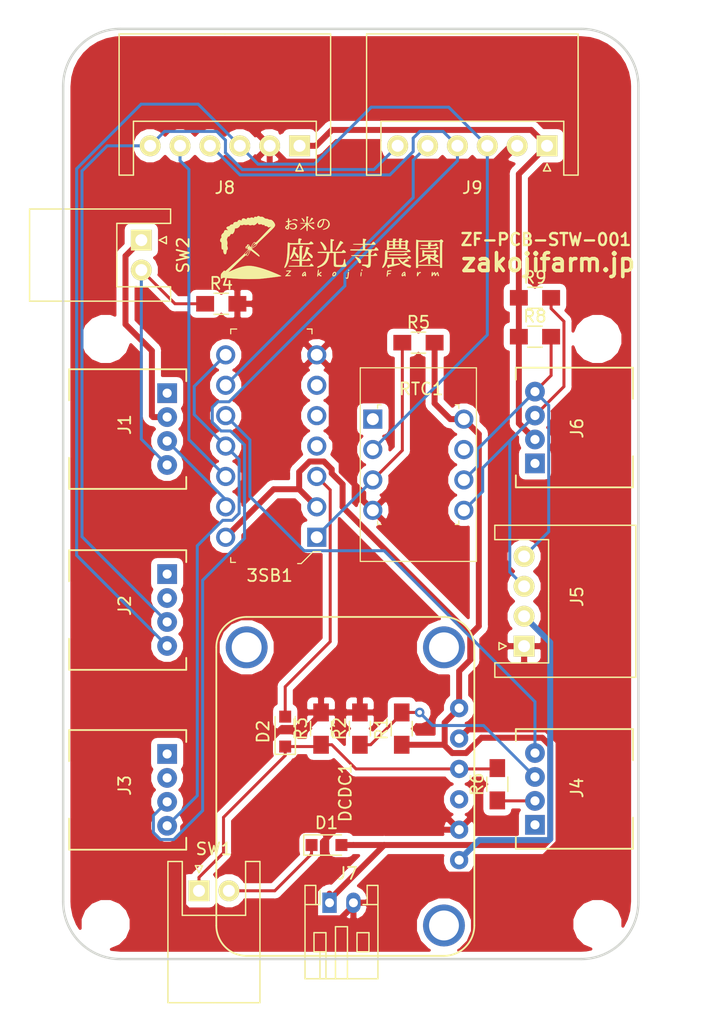
<source format=kicad_pcb>
(kicad_pcb (version 20171130) (host pcbnew "(5.0.0)")

  (general
    (thickness 1.6)
    (drawings 10)
    (tracks 240)
    (zones 0)
    (modules 29)
    (nets 36)
  )

  (page A4)
  (layers
    (0 F.Cu signal)
    (31 B.Cu signal)
    (32 B.Adhes user)
    (33 F.Adhes user)
    (34 B.Paste user)
    (35 F.Paste user)
    (36 B.SilkS user)
    (37 F.SilkS user)
    (38 B.Mask user)
    (39 F.Mask user)
    (40 Dwgs.User user)
    (41 Cmts.User user)
    (42 Eco1.User user)
    (43 Eco2.User user)
    (44 Edge.Cuts user)
    (45 Margin user)
    (46 B.CrtYd user)
    (47 F.CrtYd user)
    (48 B.Fab user)
    (49 F.Fab user)
  )

  (setup
    (last_trace_width 0.25)
    (trace_clearance 0.2)
    (zone_clearance 0.508)
    (zone_45_only no)
    (trace_min 0.2)
    (segment_width 0.2)
    (edge_width 0.2)
    (via_size 0.8)
    (via_drill 0.4)
    (via_min_size 0.8)
    (via_min_drill 0.4)
    (uvia_size 0.3)
    (uvia_drill 0.1)
    (uvias_allowed no)
    (uvia_min_size 0.2)
    (uvia_min_drill 0.1)
    (pcb_text_width 0.3)
    (pcb_text_size 1.5 1.5)
    (mod_edge_width 0.15)
    (mod_text_size 1 1)
    (mod_text_width 0.15)
    (pad_size 3 3)
    (pad_drill 3)
    (pad_to_mask_clearance 0.1)
    (solder_mask_min_width 0.1)
    (aux_axis_origin 0 0)
    (visible_elements 7FFFFFFF)
    (pcbplotparams
      (layerselection 0x010fc_ffffffff)
      (usegerberextensions false)
      (usegerberattributes false)
      (usegerberadvancedattributes false)
      (creategerberjobfile false)
      (excludeedgelayer true)
      (linewidth 0.100000)
      (plotframeref false)
      (viasonmask false)
      (mode 1)
      (useauxorigin false)
      (hpglpennumber 1)
      (hpglpenspeed 20)
      (hpglpendiameter 15.000000)
      (psnegative false)
      (psa4output false)
      (plotreference true)
      (plotvalue true)
      (plotinvisibletext false)
      (padsonsilk false)
      (subtractmaskfromsilk false)
      (outputformat 1)
      (mirror false)
      (drillshape 1)
      (scaleselection 1)
      (outputdirectory ""))
  )

  (net 0 "")
  (net 1 "Net-(3SB1-Pad1)")
  (net 2 "Net-(3SB1-Pad5)")
  (net 3 "Net-(3SB1-Pad6)")
  (net 4 GND)
  (net 5 "Net-(3SB1-Pad10)")
  (net 6 "Net-(3SB1-Pad11)")
  (net 7 "Net-(3SB1-Pad12)")
  (net 8 "Net-(3SB1-Pad13)")
  (net 9 "Net-(DCDC1-Pad4)")
  (net 10 /PWR5V)
  (net 11 "Net-(J2-Pad3)")
  (net 12 "Net-(J2-Pad4)")
  (net 13 "Net-(J3-Pad3)")
  (net 14 "Net-(RTC1-Pad7)")
  (net 15 /PWR_BAT)
  (net 16 "Net-(J5-Pad4)")
  (net 17 "Net-(J5-Pad3)")
  (net 18 "Net-(J4-Pad3)")
  (net 19 "Net-(3SB1-Pad4)")
  (net 20 "Net-(J1-Pad4)")
  (net 21 "Net-(J1-Pad1)")
  (net 22 "Net-(J2-Pad1)")
  (net 23 "Net-(J2-Pad2)")
  (net 24 "Net-(J4-Pad1)")
  (net 25 "Net-(J6-Pad1)")
  (net 26 "Net-(3SB1-Pad9)")
  (net 27 "Net-(RTC1-Pad1)")
  (net 28 "Net-(D1-Pad1)")
  (net 29 "Net-(3SB1-Pad3)")
  (net 30 "Net-(J3-Pad2)")
  (net 31 "Net-(J3-Pad1)")
  (net 32 /PWR3.3V_DCDC)
  (net 33 /PWR3.3V_Switch)
  (net 34 /PWR3.3V_Sensors)
  (net 35 "Net-(D2-Pad1)")

  (net_class Default "これはデフォルトのネット クラスです。"
    (clearance 0.2)
    (trace_width 0.25)
    (via_dia 0.8)
    (via_drill 0.4)
    (uvia_dia 0.3)
    (uvia_drill 0.1)
    (add_net /PWR3.3V_DCDC)
    (add_net "Net-(3SB1-Pad1)")
    (add_net "Net-(3SB1-Pad10)")
    (add_net "Net-(3SB1-Pad11)")
    (add_net "Net-(3SB1-Pad12)")
    (add_net "Net-(3SB1-Pad13)")
    (add_net "Net-(3SB1-Pad3)")
    (add_net "Net-(3SB1-Pad4)")
    (add_net "Net-(3SB1-Pad5)")
    (add_net "Net-(3SB1-Pad6)")
    (add_net "Net-(3SB1-Pad9)")
    (add_net "Net-(D1-Pad1)")
    (add_net "Net-(D2-Pad1)")
    (add_net "Net-(DCDC1-Pad4)")
    (add_net "Net-(J1-Pad1)")
    (add_net "Net-(J1-Pad4)")
    (add_net "Net-(J2-Pad1)")
    (add_net "Net-(J2-Pad2)")
    (add_net "Net-(J2-Pad3)")
    (add_net "Net-(J2-Pad4)")
    (add_net "Net-(J3-Pad1)")
    (add_net "Net-(J3-Pad2)")
    (add_net "Net-(J3-Pad3)")
    (add_net "Net-(J4-Pad1)")
    (add_net "Net-(J4-Pad3)")
    (add_net "Net-(J5-Pad3)")
    (add_net "Net-(J5-Pad4)")
    (add_net "Net-(J6-Pad1)")
    (add_net "Net-(RTC1-Pad1)")
    (add_net "Net-(RTC1-Pad7)")
  )

  (net_class Bold ""
    (clearance 0.2)
    (trace_width 0.5)
    (via_dia 0.8)
    (via_drill 0.4)
    (uvia_dia 0.3)
    (uvia_drill 0.1)
    (add_net /PWR3.3V_Sensors)
    (add_net /PWR3.3V_Switch)
    (add_net /PWR5V)
    (add_net /PWR_BAT)
    (add_net GND)
  )

  (module SensorToAmbient:RTC-8564NB_Akiduki (layer F.Cu) (tedit 5BBF4E55) (tstamp 5BA821A3)
    (at 48.58 42.39)
    (descr http://media.digikey.com/pdf/Data%20Sheets/Lite-On%20PDFs/6N137%20Series.pdf)
    (path /5BE1164D)
    (fp_text reference RTC1 (at 4.05 -2.52) (layer F.SilkS)
      (effects (font (size 1 1) (thickness 0.15)))
    )
    (fp_text value RTC-8564NB (at 3.94 12.954) (layer F.Fab)
      (effects (font (size 1 1) (thickness 0.15)))
    )
    (fp_text user REF** (at 3.94 3.49) (layer F.Fab)
      (effects (font (size 1 1) (thickness 0.1)))
    )
    (fp_line (start 0.55 -1.04) (end 0.55 8.64) (layer F.Fab) (width 0.1))
    (fp_line (start 7.05 -1.04) (end 7.05 8.64) (layer F.Fab) (width 0.1))
    (fp_line (start 0.55 -1.04) (end 7.05 -1.04) (layer F.Fab) (width 0.1))
    (fp_line (start 0.55 8.64) (end 7.05 8.64) (layer F.Fab) (width 0.1))
    (fp_line (start 0.4 8.8) (end 0.7 8.8) (layer F.SilkS) (width 0.1))
    (fp_line (start 0.4 8.5) (end 0.4 8.8) (layer F.SilkS) (width 0.1))
    (fp_line (start 7.2 8.8) (end 6.9 8.8) (layer F.SilkS) (width 0.1))
    (fp_line (start 7.2 8.5) (end 7.2 8.8) (layer F.SilkS) (width 0.1))
    (fp_line (start 7.2 -1.2) (end 6.9 -1.2) (layer F.SilkS) (width 0.1))
    (fp_line (start 7.2 -0.9) (end 7.2 -1.2) (layer F.SilkS) (width 0.1))
    (fp_line (start 0.4 -1.2) (end 0.7 -1.2) (layer F.SilkS) (width 0.1))
    (fp_line (start 0.4 -0.9) (end 0.4 -1.2) (layer F.SilkS) (width 0.1))
    (fp_line (start -1.05 -4.29) (end 8.67 -4.29) (layer F.SilkS) (width 0.1))
    (fp_line (start 8.67 -4.29) (end 8.67 11.89) (layer F.SilkS) (width 0.1))
    (fp_line (start -1.05 -4.29) (end -1.05 11.89) (layer F.SilkS) (width 0.1))
    (fp_line (start -1.05 11.89) (end 8.67 11.89) (layer F.SilkS) (width 0.1))
    (pad 8 thru_hole circle (at 7.62 0) (size 1.6 1.6) (drill 1) (layers *.Cu *.Mask)
      (net 15 /PWR_BAT))
    (pad 7 thru_hole circle (at 7.62 2.54) (size 1.6 1.6) (drill 1) (layers *.Cu *.Mask)
      (net 14 "Net-(RTC1-Pad7)"))
    (pad 6 thru_hole circle (at 7.62 5.08) (size 1.6 1.6) (drill 1) (layers *.Cu *.Mask)
      (net 16 "Net-(J5-Pad4)"))
    (pad 5 thru_hole circle (at 7.62 7.62) (size 1.6 1.6) (drill 1) (layers *.Cu *.Mask)
      (net 17 "Net-(J5-Pad3)"))
    (pad 4 thru_hole circle (at 0 7.62) (size 1.6 1.6) (drill 1) (layers *.Cu *.Mask)
      (net 4 GND))
    (pad 3 thru_hole circle (at 0 5.08) (size 1.6 1.6) (drill 1) (layers *.Cu *.Mask)
      (net 1 "Net-(3SB1-Pad1)"))
    (pad 2 thru_hole circle (at 0 2.54) (size 1.6 1.6) (drill 1) (layers *.Cu *.Mask)
      (net 12 "Net-(J2-Pad4)"))
    (pad 1 thru_hole rect (at 0 0) (size 1.6 1.6) (drill 1) (layers *.Cu *.Mask)
      (net 27 "Net-(RTC1-Pad1)"))
    (model ${KIPRJMOD}/RTC-8564NB_Akidsuki.wrl
      (at (xyz 0 0 0))
      (scale (xyz 0.394 0.394 0.394))
      (rotate (xyz -90 0 0))
    )
  )

  (module Diodes_SMD:D_SOD-323_HandSoldering (layer F.Cu) (tedit 58641869) (tstamp 5BBF88FC)
    (at 44.704 77.978)
    (descr SOD-323)
    (tags SOD-323)
    (path /5BB9F5B8)
    (attr smd)
    (fp_text reference D1 (at 0 -1.85) (layer F.SilkS)
      (effects (font (size 1 1) (thickness 0.15)))
    )
    (fp_text value D_Schottky (at 0.1 1.9) (layer F.Fab)
      (effects (font (size 1 1) (thickness 0.15)))
    )
    (fp_text user %R (at 0 -1.85) (layer F.Fab)
      (effects (font (size 1 1) (thickness 0.15)))
    )
    (fp_line (start -1.9 -0.85) (end -1.9 0.85) (layer F.SilkS) (width 0.12))
    (fp_line (start 0.2 0) (end 0.45 0) (layer F.Fab) (width 0.1))
    (fp_line (start 0.2 0.35) (end -0.3 0) (layer F.Fab) (width 0.1))
    (fp_line (start 0.2 -0.35) (end 0.2 0.35) (layer F.Fab) (width 0.1))
    (fp_line (start -0.3 0) (end 0.2 -0.35) (layer F.Fab) (width 0.1))
    (fp_line (start -0.3 0) (end -0.5 0) (layer F.Fab) (width 0.1))
    (fp_line (start -0.3 -0.35) (end -0.3 0.35) (layer F.Fab) (width 0.1))
    (fp_line (start -0.9 0.7) (end -0.9 -0.7) (layer F.Fab) (width 0.1))
    (fp_line (start 0.9 0.7) (end -0.9 0.7) (layer F.Fab) (width 0.1))
    (fp_line (start 0.9 -0.7) (end 0.9 0.7) (layer F.Fab) (width 0.1))
    (fp_line (start -0.9 -0.7) (end 0.9 -0.7) (layer F.Fab) (width 0.1))
    (fp_line (start -2 -0.95) (end 2 -0.95) (layer F.CrtYd) (width 0.05))
    (fp_line (start 2 -0.95) (end 2 0.95) (layer F.CrtYd) (width 0.05))
    (fp_line (start -2 0.95) (end 2 0.95) (layer F.CrtYd) (width 0.05))
    (fp_line (start -2 -0.95) (end -2 0.95) (layer F.CrtYd) (width 0.05))
    (fp_line (start -1.9 0.85) (end 1.25 0.85) (layer F.SilkS) (width 0.12))
    (fp_line (start -1.9 -0.85) (end 1.25 -0.85) (layer F.SilkS) (width 0.12))
    (pad 1 smd rect (at -1.25 0) (size 1 1) (layers F.Cu F.Paste F.Mask)
      (net 28 "Net-(D1-Pad1)"))
    (pad 2 smd rect (at 1.25 0) (size 1 1) (layers F.Cu F.Paste F.Mask)
      (net 15 /PWR_BAT))
    (model ${KISYS3DMOD}/Diodes_SMD.3dshapes/D_SOD-323.wrl
      (at (xyz 0 0 0))
      (scale (xyz 1 1 1))
      (rotate (xyz 0 0 0))
    )
  )

  (module Diodes_SMD:D_SOD-323_HandSoldering (layer F.Cu) (tedit 58641869) (tstamp 5BBF88E5)
    (at 41.25 68.5 90)
    (descr SOD-323)
    (tags SOD-323)
    (path /5BBBBAF5)
    (attr smd)
    (fp_text reference D2 (at 0 -1.85 90) (layer F.SilkS)
      (effects (font (size 1 1) (thickness 0.15)))
    )
    (fp_text value D_Schottky (at 0.1 1.9 90) (layer F.Fab)
      (effects (font (size 1 1) (thickness 0.15)))
    )
    (fp_line (start -1.9 -0.85) (end 1.25 -0.85) (layer F.SilkS) (width 0.12))
    (fp_line (start -1.9 0.85) (end 1.25 0.85) (layer F.SilkS) (width 0.12))
    (fp_line (start -2 -0.95) (end -2 0.95) (layer F.CrtYd) (width 0.05))
    (fp_line (start -2 0.95) (end 2 0.95) (layer F.CrtYd) (width 0.05))
    (fp_line (start 2 -0.95) (end 2 0.95) (layer F.CrtYd) (width 0.05))
    (fp_line (start -2 -0.95) (end 2 -0.95) (layer F.CrtYd) (width 0.05))
    (fp_line (start -0.9 -0.7) (end 0.9 -0.7) (layer F.Fab) (width 0.1))
    (fp_line (start 0.9 -0.7) (end 0.9 0.7) (layer F.Fab) (width 0.1))
    (fp_line (start 0.9 0.7) (end -0.9 0.7) (layer F.Fab) (width 0.1))
    (fp_line (start -0.9 0.7) (end -0.9 -0.7) (layer F.Fab) (width 0.1))
    (fp_line (start -0.3 -0.35) (end -0.3 0.35) (layer F.Fab) (width 0.1))
    (fp_line (start -0.3 0) (end -0.5 0) (layer F.Fab) (width 0.1))
    (fp_line (start -0.3 0) (end 0.2 -0.35) (layer F.Fab) (width 0.1))
    (fp_line (start 0.2 -0.35) (end 0.2 0.35) (layer F.Fab) (width 0.1))
    (fp_line (start 0.2 0.35) (end -0.3 0) (layer F.Fab) (width 0.1))
    (fp_line (start 0.2 0) (end 0.45 0) (layer F.Fab) (width 0.1))
    (fp_line (start -1.9 -0.85) (end -1.9 0.85) (layer F.SilkS) (width 0.12))
    (fp_text user %R (at 0 -1.85 90) (layer F.Fab)
      (effects (font (size 1 1) (thickness 0.15)))
    )
    (pad 2 smd rect (at 1.25 0 90) (size 1 1) (layers F.Cu F.Paste F.Mask)
      (net 29 "Net-(3SB1-Pad3)"))
    (pad 1 smd rect (at -1.25 0 90) (size 1 1) (layers F.Cu F.Paste F.Mask)
      (net 35 "Net-(D2-Pad1)"))
    (model ${KISYS3DMOD}/Diodes_SMD.3dshapes/D_SOD-323.wrl
      (at (xyz 0 0 0))
      (scale (xyz 1 1 1))
      (rotate (xyz 0 0 0))
    )
  )

  (module Resistors_SMD:R_0805_HandSoldering (layer F.Cu) (tedit 58E0A804) (tstamp 5BBF88D5)
    (at 35.9 32.75)
    (descr "Resistor SMD 0805, hand soldering")
    (tags "resistor 0805")
    (path /5BB95027)
    (attr smd)
    (fp_text reference R4 (at 0 -1.7) (layer F.SilkS)
      (effects (font (size 1 1) (thickness 0.15)))
    )
    (fp_text value 100K (at 0 1.75) (layer F.Fab)
      (effects (font (size 1 1) (thickness 0.15)))
    )
    (fp_line (start 2.35 0.9) (end -2.35 0.9) (layer F.CrtYd) (width 0.05))
    (fp_line (start 2.35 0.9) (end 2.35 -0.9) (layer F.CrtYd) (width 0.05))
    (fp_line (start -2.35 -0.9) (end -2.35 0.9) (layer F.CrtYd) (width 0.05))
    (fp_line (start -2.35 -0.9) (end 2.35 -0.9) (layer F.CrtYd) (width 0.05))
    (fp_line (start -0.6 -0.88) (end 0.6 -0.88) (layer F.SilkS) (width 0.12))
    (fp_line (start 0.6 0.88) (end -0.6 0.88) (layer F.SilkS) (width 0.12))
    (fp_line (start -1 -0.62) (end 1 -0.62) (layer F.Fab) (width 0.1))
    (fp_line (start 1 -0.62) (end 1 0.62) (layer F.Fab) (width 0.1))
    (fp_line (start 1 0.62) (end -1 0.62) (layer F.Fab) (width 0.1))
    (fp_line (start -1 0.62) (end -1 -0.62) (layer F.Fab) (width 0.1))
    (fp_text user %R (at 0 0) (layer F.Fab)
      (effects (font (size 0.5 0.5) (thickness 0.075)))
    )
    (pad 2 smd rect (at 1.35 0) (size 1.5 1.3) (layers F.Cu F.Paste F.Mask)
      (net 4 GND))
    (pad 1 smd rect (at -1.35 0) (size 1.5 1.3) (layers F.Cu F.Paste F.Mask)
      (net 20 "Net-(J1-Pad4)"))
    (model ${KISYS3DMOD}/Resistors_SMD.3dshapes/R_0805.wrl
      (at (xyz 0 0 0))
      (scale (xyz 1 1 1))
      (rotate (xyz 0 0 0))
    )
  )

  (module Resistors_SMD:R_0805_HandSoldering (layer F.Cu) (tedit 58E0A804) (tstamp 5BBF88C5)
    (at 62.15 35.5)
    (descr "Resistor SMD 0805, hand soldering")
    (tags "resistor 0805")
    (path /5BC1091F)
    (attr smd)
    (fp_text reference R8 (at 0 -1.7) (layer F.SilkS)
      (effects (font (size 1 1) (thickness 0.15)))
    )
    (fp_text value 10K (at 0 1.75) (layer F.Fab)
      (effects (font (size 1 1) (thickness 0.15)))
    )
    (fp_text user %R (at 0 0) (layer F.Fab)
      (effects (font (size 0.5 0.5) (thickness 0.075)))
    )
    (fp_line (start -1 0.62) (end -1 -0.62) (layer F.Fab) (width 0.1))
    (fp_line (start 1 0.62) (end -1 0.62) (layer F.Fab) (width 0.1))
    (fp_line (start 1 -0.62) (end 1 0.62) (layer F.Fab) (width 0.1))
    (fp_line (start -1 -0.62) (end 1 -0.62) (layer F.Fab) (width 0.1))
    (fp_line (start 0.6 0.88) (end -0.6 0.88) (layer F.SilkS) (width 0.12))
    (fp_line (start -0.6 -0.88) (end 0.6 -0.88) (layer F.SilkS) (width 0.12))
    (fp_line (start -2.35 -0.9) (end 2.35 -0.9) (layer F.CrtYd) (width 0.05))
    (fp_line (start -2.35 -0.9) (end -2.35 0.9) (layer F.CrtYd) (width 0.05))
    (fp_line (start 2.35 0.9) (end 2.35 -0.9) (layer F.CrtYd) (width 0.05))
    (fp_line (start 2.35 0.9) (end -2.35 0.9) (layer F.CrtYd) (width 0.05))
    (pad 1 smd rect (at -1.35 0) (size 1.5 1.3) (layers F.Cu F.Paste F.Mask)
      (net 34 /PWR3.3V_Sensors))
    (pad 2 smd rect (at 1.35 0) (size 1.5 1.3) (layers F.Cu F.Paste F.Mask)
      (net 16 "Net-(J5-Pad4)"))
    (model ${KISYS3DMOD}/Resistors_SMD.3dshapes/R_0805.wrl
      (at (xyz 0 0 0))
      (scale (xyz 1 1 1))
      (rotate (xyz 0 0 0))
    )
  )

  (module Resistors_SMD:R_0805_HandSoldering (layer F.Cu) (tedit 58E0A804) (tstamp 5BBF88B5)
    (at 51 68.25 90)
    (descr "Resistor SMD 0805, hand soldering")
    (tags "resistor 0805")
    (path /5BE11B05)
    (attr smd)
    (fp_text reference R1 (at 0 -1.7 90) (layer F.SilkS)
      (effects (font (size 1 1) (thickness 0.15)))
    )
    (fp_text value 100K (at 0 1.75 90) (layer F.Fab)
      (effects (font (size 1 1) (thickness 0.15)))
    )
    (fp_line (start 2.35 0.9) (end -2.35 0.9) (layer F.CrtYd) (width 0.05))
    (fp_line (start 2.35 0.9) (end 2.35 -0.9) (layer F.CrtYd) (width 0.05))
    (fp_line (start -2.35 -0.9) (end -2.35 0.9) (layer F.CrtYd) (width 0.05))
    (fp_line (start -2.35 -0.9) (end 2.35 -0.9) (layer F.CrtYd) (width 0.05))
    (fp_line (start -0.6 -0.88) (end 0.6 -0.88) (layer F.SilkS) (width 0.12))
    (fp_line (start 0.6 0.88) (end -0.6 0.88) (layer F.SilkS) (width 0.12))
    (fp_line (start -1 -0.62) (end 1 -0.62) (layer F.Fab) (width 0.1))
    (fp_line (start 1 -0.62) (end 1 0.62) (layer F.Fab) (width 0.1))
    (fp_line (start 1 0.62) (end -1 0.62) (layer F.Fab) (width 0.1))
    (fp_line (start -1 0.62) (end -1 -0.62) (layer F.Fab) (width 0.1))
    (fp_text user %R (at 0 0 90) (layer F.Fab)
      (effects (font (size 0.5 0.5) (thickness 0.075)))
    )
    (pad 2 smd rect (at 1.35 0 90) (size 1.5 1.3) (layers F.Cu F.Paste F.Mask)
      (net 18 "Net-(J4-Pad3)"))
    (pad 1 smd rect (at -1.35 0 90) (size 1.5 1.3) (layers F.Cu F.Paste F.Mask)
      (net 15 /PWR_BAT))
    (model ${KISYS3DMOD}/Resistors_SMD.3dshapes/R_0805.wrl
      (at (xyz 0 0 0))
      (scale (xyz 1 1 1))
      (rotate (xyz 0 0 0))
    )
  )

  (module Resistors_SMD:R_0805_HandSoldering (layer F.Cu) (tedit 58E0A804) (tstamp 5BBF88A5)
    (at 47.5 68.25 90)
    (descr "Resistor SMD 0805, hand soldering")
    (tags "resistor 0805")
    (path /5BE11C1B)
    (attr smd)
    (fp_text reference R2 (at 0 -1.7 90) (layer F.SilkS)
      (effects (font (size 1 1) (thickness 0.15)))
    )
    (fp_text value 100K (at 0 1.75 90) (layer F.Fab)
      (effects (font (size 1 1) (thickness 0.15)))
    )
    (fp_text user %R (at 0 0 90) (layer F.Fab)
      (effects (font (size 0.5 0.5) (thickness 0.075)))
    )
    (fp_line (start -1 0.62) (end -1 -0.62) (layer F.Fab) (width 0.1))
    (fp_line (start 1 0.62) (end -1 0.62) (layer F.Fab) (width 0.1))
    (fp_line (start 1 -0.62) (end 1 0.62) (layer F.Fab) (width 0.1))
    (fp_line (start -1 -0.62) (end 1 -0.62) (layer F.Fab) (width 0.1))
    (fp_line (start 0.6 0.88) (end -0.6 0.88) (layer F.SilkS) (width 0.12))
    (fp_line (start -0.6 -0.88) (end 0.6 -0.88) (layer F.SilkS) (width 0.12))
    (fp_line (start -2.35 -0.9) (end 2.35 -0.9) (layer F.CrtYd) (width 0.05))
    (fp_line (start -2.35 -0.9) (end -2.35 0.9) (layer F.CrtYd) (width 0.05))
    (fp_line (start 2.35 0.9) (end 2.35 -0.9) (layer F.CrtYd) (width 0.05))
    (fp_line (start 2.35 0.9) (end -2.35 0.9) (layer F.CrtYd) (width 0.05))
    (pad 1 smd rect (at -1.35 0 90) (size 1.5 1.3) (layers F.Cu F.Paste F.Mask)
      (net 18 "Net-(J4-Pad3)"))
    (pad 2 smd rect (at 1.35 0 90) (size 1.5 1.3) (layers F.Cu F.Paste F.Mask)
      (net 4 GND))
    (model ${KISYS3DMOD}/Resistors_SMD.3dshapes/R_0805.wrl
      (at (xyz 0 0 0))
      (scale (xyz 1 1 1))
      (rotate (xyz 0 0 0))
    )
  )

  (module Resistors_SMD:R_0805_HandSoldering (layer F.Cu) (tedit 58E0A804) (tstamp 5BBF8895)
    (at 52.4 36)
    (descr "Resistor SMD 0805, hand soldering")
    (tags "resistor 0805")
    (path /5BBF522A)
    (attr smd)
    (fp_text reference R5 (at 0 -1.7) (layer F.SilkS)
      (effects (font (size 1 1) (thickness 0.15)))
    )
    (fp_text value 100K (at 0 1.75) (layer F.Fab)
      (effects (font (size 1 1) (thickness 0.15)))
    )
    (fp_line (start 2.35 0.9) (end -2.35 0.9) (layer F.CrtYd) (width 0.05))
    (fp_line (start 2.35 0.9) (end 2.35 -0.9) (layer F.CrtYd) (width 0.05))
    (fp_line (start -2.35 -0.9) (end -2.35 0.9) (layer F.CrtYd) (width 0.05))
    (fp_line (start -2.35 -0.9) (end 2.35 -0.9) (layer F.CrtYd) (width 0.05))
    (fp_line (start -0.6 -0.88) (end 0.6 -0.88) (layer F.SilkS) (width 0.12))
    (fp_line (start 0.6 0.88) (end -0.6 0.88) (layer F.SilkS) (width 0.12))
    (fp_line (start -1 -0.62) (end 1 -0.62) (layer F.Fab) (width 0.1))
    (fp_line (start 1 -0.62) (end 1 0.62) (layer F.Fab) (width 0.1))
    (fp_line (start 1 0.62) (end -1 0.62) (layer F.Fab) (width 0.1))
    (fp_line (start -1 0.62) (end -1 -0.62) (layer F.Fab) (width 0.1))
    (fp_text user %R (at 0 0) (layer F.Fab)
      (effects (font (size 0.5 0.5) (thickness 0.075)))
    )
    (pad 2 smd rect (at 1.35 0) (size 1.5 1.3) (layers F.Cu F.Paste F.Mask)
      (net 15 /PWR_BAT))
    (pad 1 smd rect (at -1.35 0) (size 1.5 1.3) (layers F.Cu F.Paste F.Mask)
      (net 1 "Net-(3SB1-Pad1)"))
    (model ${KISYS3DMOD}/Resistors_SMD.3dshapes/R_0805.wrl
      (at (xyz 0 0 0))
      (scale (xyz 1 1 1))
      (rotate (xyz 0 0 0))
    )
  )

  (module Resistors_SMD:R_0805_HandSoldering (layer F.Cu) (tedit 58E0A804) (tstamp 5BBF4670)
    (at 59 72.9 90)
    (descr "Resistor SMD 0805, hand soldering")
    (tags "resistor 0805")
    (path /5BBEFB78)
    (attr smd)
    (fp_text reference R6 (at 0 -1.7 90) (layer F.SilkS)
      (effects (font (size 1 1) (thickness 0.15)))
    )
    (fp_text value 10K (at 0 1.75 90) (layer F.Fab)
      (effects (font (size 1 1) (thickness 0.15)))
    )
    (fp_text user %R (at 0 0 90) (layer F.Fab)
      (effects (font (size 0.5 0.5) (thickness 0.075)))
    )
    (fp_line (start -1 0.62) (end -1 -0.62) (layer F.Fab) (width 0.1))
    (fp_line (start 1 0.62) (end -1 0.62) (layer F.Fab) (width 0.1))
    (fp_line (start 1 -0.62) (end 1 0.62) (layer F.Fab) (width 0.1))
    (fp_line (start -1 -0.62) (end 1 -0.62) (layer F.Fab) (width 0.1))
    (fp_line (start 0.6 0.88) (end -0.6 0.88) (layer F.SilkS) (width 0.12))
    (fp_line (start -0.6 -0.88) (end 0.6 -0.88) (layer F.SilkS) (width 0.12))
    (fp_line (start -2.35 -0.9) (end 2.35 -0.9) (layer F.CrtYd) (width 0.05))
    (fp_line (start -2.35 -0.9) (end -2.35 0.9) (layer F.CrtYd) (width 0.05))
    (fp_line (start 2.35 0.9) (end 2.35 -0.9) (layer F.CrtYd) (width 0.05))
    (fp_line (start 2.35 0.9) (end -2.35 0.9) (layer F.CrtYd) (width 0.05))
    (pad 1 smd rect (at -1.35 0 90) (size 1.5 1.3) (layers F.Cu F.Paste F.Mask)
      (net 32 /PWR3.3V_DCDC))
    (pad 2 smd rect (at 1.35 0 90) (size 1.5 1.3) (layers F.Cu F.Paste F.Mask)
      (net 35 "Net-(D2-Pad1)"))
    (model ${KISYS3DMOD}/Resistors_SMD.3dshapes/R_0805.wrl
      (at (xyz 0 0 0))
      (scale (xyz 1 1 1))
      (rotate (xyz 0 0 0))
    )
  )

  (module Resistors_SMD:R_0805_HandSoldering (layer F.Cu) (tedit 58E0A804) (tstamp 5BBF29D9)
    (at 62.15 32.25)
    (descr "Resistor SMD 0805, hand soldering")
    (tags "resistor 0805")
    (path /5BC10991)
    (attr smd)
    (fp_text reference R9 (at 0 -1.7) (layer F.SilkS)
      (effects (font (size 1 1) (thickness 0.15)))
    )
    (fp_text value 10K (at 0 1.75) (layer F.Fab)
      (effects (font (size 1 1) (thickness 0.15)))
    )
    (fp_text user %R (at 0 0) (layer F.Fab)
      (effects (font (size 0.5 0.5) (thickness 0.075)))
    )
    (fp_line (start -1 0.62) (end -1 -0.62) (layer F.Fab) (width 0.1))
    (fp_line (start 1 0.62) (end -1 0.62) (layer F.Fab) (width 0.1))
    (fp_line (start 1 -0.62) (end 1 0.62) (layer F.Fab) (width 0.1))
    (fp_line (start -1 -0.62) (end 1 -0.62) (layer F.Fab) (width 0.1))
    (fp_line (start 0.6 0.88) (end -0.6 0.88) (layer F.SilkS) (width 0.12))
    (fp_line (start -0.6 -0.88) (end 0.6 -0.88) (layer F.SilkS) (width 0.12))
    (fp_line (start -2.35 -0.9) (end 2.35 -0.9) (layer F.CrtYd) (width 0.05))
    (fp_line (start -2.35 -0.9) (end -2.35 0.9) (layer F.CrtYd) (width 0.05))
    (fp_line (start 2.35 0.9) (end 2.35 -0.9) (layer F.CrtYd) (width 0.05))
    (fp_line (start 2.35 0.9) (end -2.35 0.9) (layer F.CrtYd) (width 0.05))
    (pad 1 smd rect (at -1.35 0) (size 1.5 1.3) (layers F.Cu F.Paste F.Mask)
      (net 34 /PWR3.3V_Sensors))
    (pad 2 smd rect (at 1.35 0) (size 1.5 1.3) (layers F.Cu F.Paste F.Mask)
      (net 17 "Net-(J5-Pad3)"))
    (model ${KISYS3DMOD}/Resistors_SMD.3dshapes/R_0805.wrl
      (at (xyz 0 0 0))
      (scale (xyz 1 1 1))
      (rotate (xyz 0 0 0))
    )
  )

  (module Resistors_SMD:R_0805_HandSoldering (layer F.Cu) (tedit 58E0A804) (tstamp 5BBF8855)
    (at 44.25 68.25 90)
    (descr "Resistor SMD 0805, hand soldering")
    (tags "resistor 0805")
    (path /5BBA785E)
    (attr smd)
    (fp_text reference R3 (at 0 -1.7 90) (layer F.SilkS)
      (effects (font (size 1 1) (thickness 0.15)))
    )
    (fp_text value 100K (at 0 1.75 90) (layer F.Fab)
      (effects (font (size 1 1) (thickness 0.15)))
    )
    (fp_line (start 2.35 0.9) (end -2.35 0.9) (layer F.CrtYd) (width 0.05))
    (fp_line (start 2.35 0.9) (end 2.35 -0.9) (layer F.CrtYd) (width 0.05))
    (fp_line (start -2.35 -0.9) (end -2.35 0.9) (layer F.CrtYd) (width 0.05))
    (fp_line (start -2.35 -0.9) (end 2.35 -0.9) (layer F.CrtYd) (width 0.05))
    (fp_line (start -0.6 -0.88) (end 0.6 -0.88) (layer F.SilkS) (width 0.12))
    (fp_line (start 0.6 0.88) (end -0.6 0.88) (layer F.SilkS) (width 0.12))
    (fp_line (start -1 -0.62) (end 1 -0.62) (layer F.Fab) (width 0.1))
    (fp_line (start 1 -0.62) (end 1 0.62) (layer F.Fab) (width 0.1))
    (fp_line (start 1 0.62) (end -1 0.62) (layer F.Fab) (width 0.1))
    (fp_line (start -1 0.62) (end -1 -0.62) (layer F.Fab) (width 0.1))
    (fp_text user %R (at 0 0 90) (layer F.Fab)
      (effects (font (size 0.5 0.5) (thickness 0.075)))
    )
    (pad 2 smd rect (at 1.35 0 90) (size 1.5 1.3) (layers F.Cu F.Paste F.Mask)
      (net 4 GND))
    (pad 1 smd rect (at -1.35 0 90) (size 1.5 1.3) (layers F.Cu F.Paste F.Mask)
      (net 35 "Net-(D2-Pad1)"))
    (model ${KISYS3DMOD}/Resistors_SMD.3dshapes/R_0805.wrl
      (at (xyz 0 0 0))
      (scale (xyz 1 1 1))
      (rotate (xyz 0 0 0))
    )
  )

  (module SensorToAmbient:DCDC_PowerBoost500 (layer F.Cu) (tedit 5BB991AB) (tstamp 5BBF536D)
    (at 46.28 73.08 270)
    (path /5BE11987)
    (fp_text reference DCDC1 (at 0.508 0 270) (layer F.SilkS)
      (effects (font (size 1 1) (thickness 0.15)))
    )
    (fp_text value DCDC_PowerBoost500 (at 0.254 -11.938 270) (layer F.Fab)
      (effects (font (size 1 1) (thickness 0.15)))
    )
    (fp_arc (start -11.6205 8.255) (end -11.6205 10.795) (angle 90) (layer F.SilkS) (width 0.15))
    (fp_arc (start 11.6205 8.255) (end 11.6205 10.795) (angle -90) (layer F.SilkS) (width 0.15))
    (fp_arc (start -11.6205 -8.255) (end -11.6205 -10.795) (angle -90) (layer F.SilkS) (width 0.15))
    (fp_arc (start 11.6205 -8.255) (end 11.6205 -10.795) (angle 90) (layer F.SilkS) (width 0.15))
    (fp_line (start -14.1605 -8.255) (end -14.1605 8.255) (layer F.SilkS) (width 0.15))
    (fp_line (start 14.1605 -8.255) (end 14.1605 8.255) (layer F.SilkS) (width 0.15))
    (fp_line (start -11.6205 10.795) (end 11.6205 10.795) (layer F.SilkS) (width 0.15))
    (fp_line (start -11.6205 -10.795) (end 11.6205 -10.795) (layer F.SilkS) (width 0.15))
    (pad "" np_thru_hole circle (at 11.6205 -8.255 270) (size 3.5 3.5) (drill 2.5) (layers *.Cu *.Mask))
    (pad 6 thru_hole circle (at 6.1595 -9.525 270) (size 1.524 1.524) (drill 0.762) (layers *.Cu *.Mask)
      (net 10 /PWR5V))
    (pad 5 thru_hole circle (at 3.6195 -9.525 270) (size 1.524 1.524) (drill 0.762) (layers *.Cu *.Mask)
      (net 4 GND))
    (pad 4 thru_hole circle (at 1.0795 -9.525 270) (size 1.524 1.524) (drill 0.762) (layers *.Cu *.Mask)
      (net 9 "Net-(DCDC1-Pad4)"))
    (pad 3 thru_hole circle (at -1.4605 -9.525 270) (size 1.524 1.524) (drill 0.762) (layers *.Cu *.Mask)
      (net 35 "Net-(D2-Pad1)"))
    (pad 2 thru_hole circle (at -4.0005 -9.525 270) (size 1.524 1.524) (drill 0.762) (layers *.Cu *.Mask)
      (net 4 GND))
    (pad "" np_thru_hole circle (at -11.6205 8.255 270) (size 3.5 3.5) (drill 2.5) (layers *.Cu *.Mask))
    (pad "" np_thru_hole circle (at -11.6205 -8.255 270) (size 3.5 3.5) (drill 2.5) (layers *.Cu *.Mask))
    (pad 1 thru_hole circle (at -6.5405 -9.525 270) (size 1.524 1.524) (drill 0.762) (layers *.Cu *.Mask)
      (net 15 /PWR_BAT))
    (model ${KIPRJMOD}/PowerBoost500.wrl
      (at (xyz 0 0 0))
      (scale (xyz 0.394 0.394 0.394))
      (rotate (xyz -90 0 0))
    )
  )

  (module SensorToAmbient:Grove_2mm_4pin_angle2 (layer F.Cu) (tedit 5BAB2AC8) (tstamp 5BA8214C)
    (at 62.15 76.29 270)
    (path /5BE0F523)
    (fp_text reference J4 (at -3.09 -3.52 270) (layer F.SilkS)
      (effects (font (size 1 1) (thickness 0.15)))
    )
    (fp_text value Conn_01x04 (at -2.61 -9.59 270) (layer F.Fab)
      (effects (font (size 1 1) (thickness 0.15)))
    )
    (fp_line (start -8 -8.2) (end -8 1.6) (layer F.SilkS) (width 0.15))
    (fp_line (start -8 1.6) (end -7 1.6) (layer F.SilkS) (width 0.15))
    (fp_line (start -8 -8.2) (end -5.4 -8.2) (layer F.SilkS) (width 0.15))
    (fp_line (start 2 1.6) (end 1 1.6) (layer F.SilkS) (width 0.15))
    (fp_line (start 2 -8.2) (end -0.6 -8.2) (layer F.SilkS) (width 0.15))
    (fp_line (start 2 -8.2) (end 2 1.6) (layer F.SilkS) (width 0.15))
    (pad 3 thru_hole circle (at -4 0 270) (size 1.65 1.65) (drill 0.762) (layers *.Cu *.Mask)
      (net 18 "Net-(J4-Pad3)"))
    (pad 4 thru_hole circle (at -6 0 270) (size 1.65 1.65) (drill 0.762) (layers *.Cu *.Mask)
      (net 5 "Net-(3SB1-Pad10)"))
    (pad 2 thru_hole circle (at -2 0 270) (size 1.65 1.65) (drill 0.762) (layers *.Cu *.Mask)
      (net 32 /PWR3.3V_DCDC))
    (pad 1 thru_hole rect (at 0 0 270) (size 1.65 1.65) (drill 0.762) (layers *.Cu *.Mask)
      (net 24 "Net-(J4-Pad1)"))
    (model ${KIPRJMOD}/GroveConnector_110990037.wrl
      (at (xyz 0 0 0))
      (scale (xyz 0.394 0.394 0.394))
      (rotate (xyz -90 0 0))
    )
  )

  (module Connectors_JST:JST_PH_S2B-PH-K_02x2.00mm_Angled (layer F.Cu) (tedit 58D3FE32) (tstamp 5BBAC548)
    (at 44.958 82.804)
    (descr "JST PH series connector, S2B-PH-K, side entry type, through hole, Datasheet: http://www.jst-mfg.com/product/pdf/eng/ePH.pdf")
    (tags "connector jst ph")
    (path /5BE0FD4D)
    (fp_text reference J7 (at 1.5 -2.45) (layer F.SilkS)
      (effects (font (size 1 1) (thickness 0.15)))
    )
    (fp_text value Conn_01x02 (at 1 7.25) (layer F.Fab)
      (effects (font (size 1 1) (thickness 0.15)))
    )
    (fp_text user %R (at 1 2.5) (layer F.Fab)
      (effects (font (size 1 1) (thickness 0.15)))
    )
    (fp_line (start 0.5 1.35) (end 0 0.85) (layer F.Fab) (width 0.1))
    (fp_line (start -0.5 1.35) (end 0.5 1.35) (layer F.Fab) (width 0.1))
    (fp_line (start 0 0.85) (end -0.5 1.35) (layer F.Fab) (width 0.1))
    (fp_line (start -0.8 0.15) (end -0.8 -1.05) (layer F.SilkS) (width 0.12))
    (fp_line (start 3.25 0.25) (end -1.25 0.25) (layer F.Fab) (width 0.1))
    (fp_line (start 3.25 -1.35) (end 3.25 0.25) (layer F.Fab) (width 0.1))
    (fp_line (start 3.95 -1.35) (end 3.25 -1.35) (layer F.Fab) (width 0.1))
    (fp_line (start 3.95 6.25) (end 3.95 -1.35) (layer F.Fab) (width 0.1))
    (fp_line (start -1.95 6.25) (end 3.95 6.25) (layer F.Fab) (width 0.1))
    (fp_line (start -1.95 -1.35) (end -1.95 6.25) (layer F.Fab) (width 0.1))
    (fp_line (start -1.25 -1.35) (end -1.95 -1.35) (layer F.Fab) (width 0.1))
    (fp_line (start -1.25 0.25) (end -1.25 -1.35) (layer F.Fab) (width 0.1))
    (fp_line (start 4.45 -1.85) (end -2.45 -1.85) (layer F.CrtYd) (width 0.05))
    (fp_line (start 4.45 6.75) (end 4.45 -1.85) (layer F.CrtYd) (width 0.05))
    (fp_line (start -2.45 6.75) (end 4.45 6.75) (layer F.CrtYd) (width 0.05))
    (fp_line (start -2.45 -1.85) (end -2.45 6.75) (layer F.CrtYd) (width 0.05))
    (fp_line (start -0.8 4.1) (end -0.8 6.35) (layer F.SilkS) (width 0.12))
    (fp_line (start -0.3 4.1) (end -0.3 6.35) (layer F.SilkS) (width 0.12))
    (fp_line (start 2.3 2.5) (end 3.3 2.5) (layer F.SilkS) (width 0.12))
    (fp_line (start 2.3 4.1) (end 2.3 2.5) (layer F.SilkS) (width 0.12))
    (fp_line (start 3.3 4.1) (end 2.3 4.1) (layer F.SilkS) (width 0.12))
    (fp_line (start 3.3 2.5) (end 3.3 4.1) (layer F.SilkS) (width 0.12))
    (fp_line (start -0.3 2.5) (end -1.3 2.5) (layer F.SilkS) (width 0.12))
    (fp_line (start -0.3 4.1) (end -0.3 2.5) (layer F.SilkS) (width 0.12))
    (fp_line (start -1.3 4.1) (end -0.3 4.1) (layer F.SilkS) (width 0.12))
    (fp_line (start -1.3 2.5) (end -1.3 4.1) (layer F.SilkS) (width 0.12))
    (fp_line (start 4.05 0.15) (end 3.15 0.15) (layer F.SilkS) (width 0.12))
    (fp_line (start -2.05 0.15) (end -1.15 0.15) (layer F.SilkS) (width 0.12))
    (fp_line (start 3.15 0.15) (end 2.8 0.15) (layer F.SilkS) (width 0.12))
    (fp_line (start 3.15 -1.45) (end 3.15 0.15) (layer F.SilkS) (width 0.12))
    (fp_line (start 4.05 -1.45) (end 3.15 -1.45) (layer F.SilkS) (width 0.12))
    (fp_line (start 4.05 6.35) (end 4.05 -1.45) (layer F.SilkS) (width 0.12))
    (fp_line (start -2.05 6.35) (end 4.05 6.35) (layer F.SilkS) (width 0.12))
    (fp_line (start -2.05 -1.45) (end -2.05 6.35) (layer F.SilkS) (width 0.12))
    (fp_line (start -1.15 -1.45) (end -2.05 -1.45) (layer F.SilkS) (width 0.12))
    (fp_line (start -1.15 0.15) (end -1.15 -1.45) (layer F.SilkS) (width 0.12))
    (fp_line (start -0.8 0.15) (end -1.15 0.15) (layer F.SilkS) (width 0.12))
    (fp_line (start 1.5 2) (end 1.5 6.35) (layer F.SilkS) (width 0.12))
    (fp_line (start 0.5 2) (end 1.5 2) (layer F.SilkS) (width 0.12))
    (fp_line (start 0.5 6.35) (end 0.5 2) (layer F.SilkS) (width 0.12))
    (pad 2 thru_hole oval (at 2 0) (size 1.2 1.7) (drill 0.75) (layers *.Cu *.Mask)
      (net 4 GND))
    (pad 1 thru_hole rect (at 0 0) (size 1.2 1.7) (drill 0.75) (layers *.Cu *.Mask)
      (net 15 /PWR_BAT))
    (model ${KISYS3DMOD}/Connectors_JST.3dshapes/JST_PH_S2B-PH-K_02x2.00mm_Angled.wrl
      (at (xyz 0 0 0))
      (scale (xyz 1 1 1))
      (rotate (xyz 0 0 0))
    )
  )

  (module SensorToAmbient:MountingHole_3mm_rev locked (layer F.Cu) (tedit 5BA9069C) (tstamp 5BBA8192)
    (at 67.374 84.586)
    (descr "Mounting Hole 3mm, no annular")
    (tags "mounting hole 3mm no annular")
    (attr virtual)
    (fp_text reference REF** (at 0 -2.54) (layer F.SilkS) hide
      (effects (font (size 1 1) (thickness 0.15)))
    )
    (fp_text value MountingHole_3mm_rev (at 0 2.54) (layer F.Fab)
      (effects (font (size 1 1) (thickness 0.15)))
    )
    (pad 1 np_thru_hole circle (at 0 0) (size 3 3) (drill 3) (layers *.Cu *.Mask))
  )

  (module SensorToAmbient:MountingHole_3mm_rev locked (layer F.Cu) (tedit 5BA9069C) (tstamp 5BBA8152)
    (at 26.2233 35.691)
    (descr "Mounting Hole 3mm, no annular")
    (tags "mounting hole 3mm no annular")
    (attr virtual)
    (fp_text reference REF** (at 0 -2.54) (layer F.SilkS) hide
      (effects (font (size 1 1) (thickness 0.15)))
    )
    (fp_text value MountingHole_3mm_rev (at 0 2.54) (layer F.Fab)
      (effects (font (size 1 1) (thickness 0.15)))
    )
    (pad 1 np_thru_hole circle (at 0 0) (size 3 3) (drill 3) (layers *.Cu *.Mask))
  )

  (module Connectors_JST:JST_XH_S02B-XH-A_02x2.50mm_Angled (layer F.Cu) (tedit 58EAE850) (tstamp 5BBA8094)
    (at 34.036 81.804)
    (descr "JST XH series connector, S02B-XH-A, side entry type, through hole")
    (tags "connector jst xh tht side horizontal angled 2.50mm")
    (path /5BB9F3A0)
    (fp_text reference SW1 (at 1.25 -3.5) (layer F.SilkS)
      (effects (font (size 1 1) (thickness 0.15)))
    )
    (fp_text value SW_Push (at 1.25 10.3) (layer F.Fab)
      (effects (font (size 1 1) (thickness 0.15)))
    )
    (fp_line (start -2.45 -2.3) (end -2.45 9.2) (layer F.Fab) (width 0.1))
    (fp_line (start -2.45 9.2) (end 4.95 9.2) (layer F.Fab) (width 0.1))
    (fp_line (start 4.95 9.2) (end 4.95 -2.3) (layer F.Fab) (width 0.1))
    (fp_line (start 4.95 -2.3) (end -2.45 -2.3) (layer F.Fab) (width 0.1))
    (fp_line (start -2.95 -2.8) (end -2.95 9.7) (layer F.CrtYd) (width 0.05))
    (fp_line (start -2.95 9.7) (end 5.45 9.7) (layer F.CrtYd) (width 0.05))
    (fp_line (start 5.45 9.7) (end 5.45 -2.8) (layer F.CrtYd) (width 0.05))
    (fp_line (start 5.45 -2.8) (end -2.95 -2.8) (layer F.CrtYd) (width 0.05))
    (fp_line (start 1.25 9.35) (end -2.6 9.35) (layer F.SilkS) (width 0.12))
    (fp_line (start -2.6 9.35) (end -2.6 -2.45) (layer F.SilkS) (width 0.12))
    (fp_line (start -2.6 -2.45) (end -1.4 -2.45) (layer F.SilkS) (width 0.12))
    (fp_line (start -1.4 -2.45) (end -1.4 2.05) (layer F.SilkS) (width 0.12))
    (fp_line (start -1.4 2.05) (end 1.25 2.05) (layer F.SilkS) (width 0.12))
    (fp_line (start 1.25 9.35) (end 5.1 9.35) (layer F.SilkS) (width 0.12))
    (fp_line (start 5.1 9.35) (end 5.1 -2.45) (layer F.SilkS) (width 0.12))
    (fp_line (start 5.1 -2.45) (end 3.9 -2.45) (layer F.SilkS) (width 0.12))
    (fp_line (start 3.9 -2.45) (end 3.9 2.05) (layer F.SilkS) (width 0.12))
    (fp_line (start 3.9 2.05) (end 1.25 2.05) (layer F.SilkS) (width 0.12))
    (fp_line (start -0.25 3.45) (end -0.25 8.7) (layer F.Fab) (width 0.1))
    (fp_line (start -0.25 8.7) (end 0.25 8.7) (layer F.Fab) (width 0.1))
    (fp_line (start 0.25 8.7) (end 0.25 3.45) (layer F.Fab) (width 0.1))
    (fp_line (start 0.25 3.45) (end -0.25 3.45) (layer F.Fab) (width 0.1))
    (fp_line (start 2.25 3.45) (end 2.25 8.7) (layer F.Fab) (width 0.1))
    (fp_line (start 2.25 8.7) (end 2.75 8.7) (layer F.Fab) (width 0.1))
    (fp_line (start 2.75 8.7) (end 2.75 3.45) (layer F.Fab) (width 0.1))
    (fp_line (start 2.75 3.45) (end 2.25 3.45) (layer F.Fab) (width 0.1))
    (fp_line (start 0 -1.5) (end -0.3 -2.1) (layer F.SilkS) (width 0.12))
    (fp_line (start -0.3 -2.1) (end 0.3 -2.1) (layer F.SilkS) (width 0.12))
    (fp_line (start 0.3 -2.1) (end 0 -1.5) (layer F.SilkS) (width 0.12))
    (fp_line (start 0 -1.5) (end -0.3 -2.1) (layer F.Fab) (width 0.1))
    (fp_line (start -0.3 -2.1) (end 0.3 -2.1) (layer F.Fab) (width 0.1))
    (fp_line (start 0.3 -2.1) (end 0 -1.5) (layer F.Fab) (width 0.1))
    (fp_text user %R (at 1.25 2.25) (layer F.Fab)
      (effects (font (size 1 1) (thickness 0.15)))
    )
    (pad 1 thru_hole rect (at 0 0) (size 1.75 1.75) (drill 1) (layers *.Cu *.Mask F.SilkS)
      (net 35 "Net-(D2-Pad1)"))
    (pad 2 thru_hole circle (at 2.5 0) (size 1.75 1.75) (drill 1) (layers *.Cu *.Mask F.SilkS)
      (net 28 "Net-(D1-Pad1)"))
    (model Connectors_JST.3dshapes/JST_XH_S02B-XH-A_02x2.50mm_Angled.wrl
      (at (xyz 0 0 0))
      (scale (xyz 1 1 1))
      (rotate (xyz 0 0 0))
    )
  )

  (module Connectors_JST:JST_XH_S02B-XH-A_02x2.50mm_Angled (layer F.Cu) (tedit 58EAE850) (tstamp 5BBA806E)
    (at 29.21 27.432 270)
    (descr "JST XH series connector, S02B-XH-A, side entry type, through hole")
    (tags "connector jst xh tht side horizontal angled 2.50mm")
    (path /5BB8B6B3)
    (fp_text reference SW2 (at 1.25 -3.5 270) (layer F.SilkS)
      (effects (font (size 1 1) (thickness 0.15)))
    )
    (fp_text value SW_Push (at 1.25 10.3 270) (layer F.Fab)
      (effects (font (size 1 1) (thickness 0.15)))
    )
    (fp_text user %R (at 1.25 2.25 270) (layer F.Fab)
      (effects (font (size 1 1) (thickness 0.15)))
    )
    (fp_line (start 0.3 -2.1) (end 0 -1.5) (layer F.Fab) (width 0.1))
    (fp_line (start -0.3 -2.1) (end 0.3 -2.1) (layer F.Fab) (width 0.1))
    (fp_line (start 0 -1.5) (end -0.3 -2.1) (layer F.Fab) (width 0.1))
    (fp_line (start 0.3 -2.1) (end 0 -1.5) (layer F.SilkS) (width 0.12))
    (fp_line (start -0.3 -2.1) (end 0.3 -2.1) (layer F.SilkS) (width 0.12))
    (fp_line (start 0 -1.5) (end -0.3 -2.1) (layer F.SilkS) (width 0.12))
    (fp_line (start 2.75 3.45) (end 2.25 3.45) (layer F.Fab) (width 0.1))
    (fp_line (start 2.75 8.7) (end 2.75 3.45) (layer F.Fab) (width 0.1))
    (fp_line (start 2.25 8.7) (end 2.75 8.7) (layer F.Fab) (width 0.1))
    (fp_line (start 2.25 3.45) (end 2.25 8.7) (layer F.Fab) (width 0.1))
    (fp_line (start 0.25 3.45) (end -0.25 3.45) (layer F.Fab) (width 0.1))
    (fp_line (start 0.25 8.7) (end 0.25 3.45) (layer F.Fab) (width 0.1))
    (fp_line (start -0.25 8.7) (end 0.25 8.7) (layer F.Fab) (width 0.1))
    (fp_line (start -0.25 3.45) (end -0.25 8.7) (layer F.Fab) (width 0.1))
    (fp_line (start 3.9 2.05) (end 1.25 2.05) (layer F.SilkS) (width 0.12))
    (fp_line (start 3.9 -2.45) (end 3.9 2.05) (layer F.SilkS) (width 0.12))
    (fp_line (start 5.1 -2.45) (end 3.9 -2.45) (layer F.SilkS) (width 0.12))
    (fp_line (start 5.1 9.35) (end 5.1 -2.45) (layer F.SilkS) (width 0.12))
    (fp_line (start 1.25 9.35) (end 5.1 9.35) (layer F.SilkS) (width 0.12))
    (fp_line (start -1.4 2.05) (end 1.25 2.05) (layer F.SilkS) (width 0.12))
    (fp_line (start -1.4 -2.45) (end -1.4 2.05) (layer F.SilkS) (width 0.12))
    (fp_line (start -2.6 -2.45) (end -1.4 -2.45) (layer F.SilkS) (width 0.12))
    (fp_line (start -2.6 9.35) (end -2.6 -2.45) (layer F.SilkS) (width 0.12))
    (fp_line (start 1.25 9.35) (end -2.6 9.35) (layer F.SilkS) (width 0.12))
    (fp_line (start 5.45 -2.8) (end -2.95 -2.8) (layer F.CrtYd) (width 0.05))
    (fp_line (start 5.45 9.7) (end 5.45 -2.8) (layer F.CrtYd) (width 0.05))
    (fp_line (start -2.95 9.7) (end 5.45 9.7) (layer F.CrtYd) (width 0.05))
    (fp_line (start -2.95 -2.8) (end -2.95 9.7) (layer F.CrtYd) (width 0.05))
    (fp_line (start 4.95 -2.3) (end -2.45 -2.3) (layer F.Fab) (width 0.1))
    (fp_line (start 4.95 9.2) (end 4.95 -2.3) (layer F.Fab) (width 0.1))
    (fp_line (start -2.45 9.2) (end 4.95 9.2) (layer F.Fab) (width 0.1))
    (fp_line (start -2.45 -2.3) (end -2.45 9.2) (layer F.Fab) (width 0.1))
    (pad 2 thru_hole circle (at 2.5 0 270) (size 1.75 1.75) (drill 1) (layers *.Cu *.Mask F.SilkS)
      (net 20 "Net-(J1-Pad4)"))
    (pad 1 thru_hole rect (at 0 0 270) (size 1.75 1.75) (drill 1) (layers *.Cu *.Mask F.SilkS)
      (net 33 /PWR3.3V_Switch))
    (model Connectors_JST.3dshapes/JST_XH_S02B-XH-A_02x2.50mm_Angled.wrl
      (at (xyz 0 0 0))
      (scale (xyz 1 1 1))
      (rotate (xyz 0 0 0))
    )
  )

  (module SensorToAmbient:MountingHole_3mm_rev locked (layer F.Cu) (tedit 5BA9069C) (tstamp 5BBA329E)
    (at 26.2233 84.586)
    (descr "Mounting Hole 3mm, no annular")
    (tags "mounting hole 3mm no annular")
    (attr virtual)
    (fp_text reference REF** (at 0 -2.54) (layer F.SilkS) hide
      (effects (font (size 1 1) (thickness 0.15)))
    )
    (fp_text value MountingHole_3mm_rev (at 0 2.54) (layer F.Fab)
      (effects (font (size 1 1) (thickness 0.15)))
    )
    (pad 1 np_thru_hole circle (at 0 0) (size 3 3) (drill 3) (layers *.Cu *.Mask))
  )

  (module SensorToAmbient:MountingHole_3mm_rev locked (layer F.Cu) (tedit 5BA9069C) (tstamp 5BA9B1A8)
    (at 67.374 35.691)
    (descr "Mounting Hole 3mm, no annular")
    (tags "mounting hole 3mm no annular")
    (attr virtual)
    (fp_text reference REF** (at 0 -2.54) (layer F.SilkS) hide
      (effects (font (size 1 1) (thickness 0.15)))
    )
    (fp_text value MountingHole_3mm_rev (at 0 2.54) (layer F.Fab)
      (effects (font (size 1 1) (thickness 0.15)))
    )
    (pad 1 np_thru_hole circle (at 0 0) (size 3 3) (drill 3) (layers *.Cu *.Mask))
  )

  (module SensorToAmbient:ZakojiFramLogo_20x6 locked (layer F.Cu) (tedit 5BA9058B) (tstamp 5BA90AD7)
    (at 45.466 27.998373)
    (fp_text reference G*** (at -11.43 -6.35) (layer F.SilkS) hide
      (effects (font (size 1.524 1.524) (thickness 0.3)))
    )
    (fp_text value ZakojiFramLogo_20x6 (at -1.27 -3.81) (layer F.SilkS) hide
      (effects (font (size 1.524 1.524) (thickness 0.3)))
    )
    (fp_poly (pts (xy 7.871578 -0.388502) (xy 7.963243 -0.376498) (xy 8.012246 -0.352624) (xy 8.015788 -0.319467)
      (xy 7.98195 -0.28658) (xy 7.929539 -0.240563) (xy 7.926316 -0.207076) (xy 7.972218 -0.18618)
      (xy 8.067185 -0.177941) (xy 8.085472 -0.1778) (xy 8.179048 -0.180659) (xy 8.238888 -0.19248)
      (xy 8.281889 -0.218135) (xy 8.3058 -0.2413) (xy 8.354251 -0.284507) (xy 8.392293 -0.304616)
      (xy 8.3947 -0.3048) (xy 8.439237 -0.284339) (xy 8.486752 -0.235811) (xy 8.521819 -0.178496)
      (xy 8.530042 -0.135616) (xy 8.521302 -0.115436) (xy 8.498463 -0.101565) (xy 8.452881 -0.092487)
      (xy 8.375914 -0.086685) (xy 8.258919 -0.082644) (xy 8.222943 -0.081744) (xy 7.9248 -0.074588)
      (xy 7.9248 0.1016) (xy 8.138856 0.1016) (xy 8.245025 0.100415) (xy 8.313118 0.094825)
      (xy 8.355842 0.081772) (xy 8.385902 0.058201) (xy 8.402862 0.0381) (xy 8.448573 -0.006565)
      (xy 8.488859 -0.025398) (xy 8.489177 -0.0254) (xy 8.536246 -0.005412) (xy 8.587481 0.042162)
      (xy 8.625868 0.098733) (xy 8.636 0.134987) (xy 8.6326 0.146941) (xy 8.618968 0.156452)
      (xy 8.589951 0.163797) (xy 8.540397 0.16925) (xy 8.465154 0.173088) (xy 8.35907 0.175586)
      (xy 8.216994 0.17702) (xy 8.033773 0.177665) (xy 7.8359 0.1778) (xy 7.610634 0.177542)
      (xy 7.43117 0.176612) (xy 7.292509 0.174771) (xy 7.189654 0.171781) (xy 7.117608 0.167404)
      (xy 7.071373 0.161401) (xy 7.045953 0.153537) (xy 7.03635 0.143571) (xy 7.0358 0.1397)
      (xy 7.042918 0.124333) (xy 7.069124 0.113629) (xy 7.121697 0.106806) (xy 7.207915 0.103084)
      (xy 7.335055 0.101685) (xy 7.3914 0.1016) (xy 7.747 0.1016) (xy 7.747 -0.074588)
      (xy 7.448856 -0.081744) (xy 7.320131 -0.085681) (xy 7.233682 -0.091116) (xy 7.180985 -0.099485)
      (xy 7.153516 -0.112221) (xy 7.14275 -0.13076) (xy 7.142194 -0.13335) (xy 7.14284 -0.152154)
      (xy 7.158681 -0.164787) (xy 7.197753 -0.172454) (xy 7.268094 -0.17636) (xy 7.377739 -0.177707)
      (xy 7.438877 -0.1778) (xy 7.744079 -0.1778) (xy 7.751889 -0.28575) (xy 7.7597 -0.3937)
      (xy 7.871578 -0.388502)) (layer F.SilkS) (width 0.01))
    (fp_poly (pts (xy 7.31743 0.267048) (xy 7.366 0.2921) (xy 7.419157 0.308097) (xy 7.508395 0.320083)
      (xy 7.622839 0.328057) (xy 7.751617 0.33202) (xy 7.883855 0.331971) (xy 8.008681 0.327911)
      (xy 8.11522 0.319839) (xy 8.1926 0.307756) (xy 8.2296 0.2921) (xy 8.280022 0.25786)
      (xy 8.344011 0.266737) (xy 8.395593 0.295021) (xy 8.443334 0.343525) (xy 8.456651 0.394999)
      (xy 8.433022 0.434409) (xy 8.4201 0.440985) (xy 8.391227 0.478783) (xy 8.382 0.555624)
      (xy 8.385712 0.619794) (xy 8.400763 0.644853) (xy 8.427402 0.643771) (xy 8.478294 0.651169)
      (xy 8.538565 0.68493) (xy 8.589053 0.731165) (xy 8.610595 0.775986) (xy 8.6106 0.776543)
      (xy 8.590062 0.808111) (xy 8.570302 0.8128) (xy 8.528154 0.826892) (xy 8.463128 0.863087)
      (xy 8.415887 0.894752) (xy 8.301769 0.976705) (xy 8.399034 1.018899) (xy 8.517284 1.086058)
      (xy 8.588302 1.163789) (xy 8.6106 1.245589) (xy 8.595176 1.303468) (xy 8.55045 1.32184)
      (xy 8.478735 1.300961) (xy 8.382346 1.241084) (xy 8.350821 1.217025) (xy 8.25164 1.145896)
      (xy 8.138723 1.07529) (xy 8.07312 1.03934) (xy 7.926703 0.965429) (xy 7.919401 1.200264)
      (xy 7.9121 1.4351) (xy 7.842105 1.443151) (xy 7.784359 1.438248) (xy 7.760002 1.417751)
      (xy 7.75376 1.378309) (xy 7.747579 1.302036) (xy 7.742495 1.202893) (xy 7.741096 1.163093)
      (xy 7.7343 0.941887) (xy 7.62 1.020331) (xy 7.536384 1.072568) (xy 7.434288 1.128811)
      (xy 7.324885 1.183824) (xy 7.219346 1.232366) (xy 7.128844 1.269201) (xy 7.064552 1.28909)
      (xy 7.043285 1.290725) (xy 6.998931 1.270773) (xy 7.003256 1.237903) (xy 7.055928 1.192552)
      (xy 7.156615 1.13516) (xy 7.164208 1.131326) (xy 7.277088 1.068926) (xy 7.396889 0.993282)
      (xy 7.510641 0.913498) (xy 7.605375 0.838678) (xy 7.646743 0.798623) (xy 7.9248 0.798623)
      (xy 7.932836 0.839085) (xy 7.965046 0.86737) (xy 8.033583 0.893387) (xy 8.04545 0.897016)
      (xy 8.1661 0.933384) (xy 8.239771 0.855715) (xy 8.284065 0.80622) (xy 8.295417 0.779843)
      (xy 8.277113 0.764087) (xy 8.265171 0.759107) (xy 8.213604 0.748288) (xy 8.132396 0.740633)
      (xy 8.07085 0.738385) (xy 7.988587 0.738869) (xy 7.944931 0.746248) (xy 7.927723 0.765535)
      (xy 7.9248 0.798623) (xy 7.646743 0.798623) (xy 7.66812 0.777925) (xy 7.668713 0.777214)
      (xy 7.682616 0.754263) (xy 7.669643 0.742039) (xy 7.620989 0.737264) (xy 7.55961 0.7366)
      (xy 7.47431 0.739886) (xy 7.429905 0.751451) (xy 7.416809 0.77385) (xy 7.4168 0.7747)
      (xy 7.394081 0.804947) (xy 7.3406 0.8128) (xy 7.2644 0.8128) (xy 7.2644 0.5334)
      (xy 7.265862 0.4318) (xy 7.4168 0.4318) (xy 7.4168 0.635) (xy 8.2296 0.635)
      (xy 8.2296 0.4318) (xy 7.4168 0.4318) (xy 7.265862 0.4318) (xy 7.266014 0.42124)
      (xy 7.27039 0.330731) (xy 7.276831 0.272079) (xy 7.28345 0.2549) (xy 7.31743 0.267048)) (layer F.SilkS) (width 0.01))
    (fp_poly (pts (xy -3.356227 -2.319821) (xy -3.270226 -2.296565) (xy -3.205612 -2.257063) (xy -3.175683 -2.2052)
      (xy -3.175 -2.19566) (xy -3.192047 -2.163606) (xy -3.237755 -2.166455) (xy -3.294478 -2.19723)
      (xy -3.377229 -2.23259) (xy -3.482664 -2.234213) (xy -3.54965 -2.222186) (xy -3.611701 -2.216298)
      (xy -3.632544 -2.231416) (xy -3.613137 -2.260215) (xy -3.554439 -2.295372) (xy -3.539194 -2.302053)
      (xy -3.450316 -2.322945) (xy -3.356227 -2.319821)) (layer F.SilkS) (width 0.01))
    (fp_poly (pts (xy -1.988871 -2.43462) (xy -1.943208 -2.417671) (xy -1.901158 -2.385921) (xy -1.879588 -2.347279)
      (xy -1.884461 -2.317892) (xy -1.903983 -2.3114) (xy -1.932431 -2.294085) (xy -1.983664 -2.248673)
      (xy -2.046634 -2.184961) (xy -2.047158 -2.1844) (xy -2.127023 -2.104349) (xy -2.181026 -2.062178)
      (xy -2.207391 -2.059147) (xy -2.2098 -2.069226) (xy -2.198752 -2.09431) (xy -2.170303 -2.150653)
      (xy -2.131497 -2.224981) (xy -2.08938 -2.30402) (xy -2.050997 -2.374497) (xy -2.023391 -2.42314)
      (xy -2.015047 -2.436176) (xy -1.988871 -2.43462)) (layer F.SilkS) (width 0.01))
    (fp_poly (pts (xy -2.787835 -2.397152) (xy -2.733544 -2.35641) (xy -2.691172 -2.319969) (xy -2.628646 -2.257112)
      (xy -2.599702 -2.206748) (xy -2.595582 -2.153302) (xy -2.595849 -2.150475) (xy -2.611902 -2.085411)
      (xy -2.639851 -2.068336) (xy -2.676157 -2.098843) (xy -2.711821 -2.163851) (xy -2.750139 -2.237723)
      (xy -2.789444 -2.294766) (xy -2.802573 -2.308161) (xy -2.835469 -2.35017) (xy -2.843845 -2.391072)
      (xy -2.824751 -2.412578) (xy -2.819474 -2.413) (xy -2.787835 -2.397152)) (layer F.SilkS) (width 0.01))
    (fp_poly (pts (xy -3.908061 -2.390135) (xy -3.890668 -2.333444) (xy -3.8862 -2.27009) (xy -3.884167 -2.200527)
      (xy -3.873588 -2.170413) (xy -3.847746 -2.16843) (xy -3.82905 -2.173795) (xy -3.748235 -2.192774)
      (xy -3.703349 -2.184907) (xy -3.690469 -2.166854) (xy -3.705546 -2.140982) (xy -3.759095 -2.113649)
      (xy -3.782985 -2.105684) (xy -3.848604 -2.081882) (xy -3.878351 -2.052949) (xy -3.886079 -2.003346)
      (xy -3.8862 -1.98988) (xy -3.884053 -1.932692) (xy -3.878805 -1.905386) (xy -3.878025 -1.905)
      (xy -3.851414 -1.912472) (xy -3.792444 -1.931557) (xy -3.749093 -1.946146) (xy -3.603072 -1.977909)
      (xy -3.469267 -1.972627) (xy -3.357339 -1.931664) (xy -3.297159 -1.882463) (xy -3.240113 -1.789475)
      (xy -3.227191 -1.696536) (xy -3.252115 -1.610042) (xy -3.308608 -1.536391) (xy -3.390393 -1.481981)
      (xy -3.49119 -1.453207) (xy -3.604724 -1.456468) (xy -3.690166 -1.481966) (xy -3.767444 -1.524672)
      (xy -3.816056 -1.572405) (xy -3.827226 -1.615801) (xy -3.823536 -1.624249) (xy -3.793466 -1.629164)
      (xy -3.737537 -1.598856) (xy -3.731102 -1.594189) (xy -3.641448 -1.548813) (xy -3.551929 -1.537756)
      (xy -3.46996 -1.555107) (xy -3.40296 -1.594957) (xy -3.358344 -1.651396) (xy -3.343529 -1.718513)
      (xy -3.365934 -1.790399) (xy -3.414542 -1.846431) (xy -3.498088 -1.89274) (xy -3.602452 -1.902211)
      (xy -3.734374 -1.875188) (xy -3.767376 -1.864513) (xy -3.8862 -1.824025) (xy -3.8862 -1.675827)
      (xy -3.899825 -1.557937) (xy -3.938228 -1.480266) (xy -3.997705 -1.445284) (xy -4.074549 -1.455458)
      (xy -4.149475 -1.500444) (xy -4.20526 -1.569948) (xy -4.215872 -1.625651) (xy -4.136596 -1.625651)
      (xy -4.116899 -1.595733) (xy -4.102637 -1.584752) (xy -4.041652 -1.551443) (xy -4.004957 -1.5615)
      (xy -3.98909 -1.616947) (xy -3.9878 -1.651894) (xy -3.990345 -1.715743) (xy -4.002068 -1.739108)
      (xy -4.029103 -1.732215) (xy -4.03434 -1.729481) (xy -4.090682 -1.688129) (xy -4.115931 -1.662339)
      (xy -4.136596 -1.625651) (xy -4.215872 -1.625651) (xy -4.2164 -1.628421) (xy -4.208149 -1.679774)
      (xy -4.176017 -1.721929) (xy -4.108939 -1.768945) (xy -4.102903 -1.772628) (xy -4.036156 -1.816258)
      (xy -4.002426 -1.854085) (xy -3.990326 -1.904988) (xy -3.988603 -1.96215) (xy -3.9878 -2.0828)
      (xy -4.0767 -2.0828) (xy -4.142452 -2.091062) (xy -4.16544 -2.117431) (xy -4.1656 -2.1209)
      (xy -4.146323 -2.14908) (xy -4.084797 -2.158932) (xy -4.0767 -2.159) (xy -4.018483 -2.162493)
      (xy -3.99349 -2.18304) (xy -3.987566 -2.235741) (xy -3.987412 -2.25425) (xy -3.981496 -2.326565)
      (xy -3.967488 -2.379673) (xy -3.964851 -2.384505) (xy -3.934319 -2.409381) (xy -3.908061 -2.390135)) (layer F.SilkS) (width 0.01))
    (fp_poly (pts (xy -0.851883 -2.325199) (xy -0.72277 -2.278583) (xy -0.614491 -2.200346) (xy -0.534339 -2.093749)
      (xy -0.489605 -1.96205) (xy -0.482742 -1.88127) (xy -0.503808 -1.777252) (xy -0.560045 -1.670173)
      (xy -0.640347 -1.577928) (xy -0.696816 -1.536345) (xy -0.770969 -1.500653) (xy -0.858439 -1.469493)
      (xy -0.944407 -1.446754) (xy -1.014057 -1.436325) (xy -1.05257 -1.442097) (xy -1.053297 -1.442763)
      (xy -1.065277 -1.467104) (xy -1.042425 -1.488448) (xy -0.9784 -1.511122) (xy -0.936644 -1.522355)
      (xy -0.80452 -1.576347) (xy -0.703274 -1.657424) (xy -0.634615 -1.757261) (xy -0.600251 -1.867532)
      (xy -0.601892 -1.97991) (xy -0.641245 -2.086068) (xy -0.720021 -2.177681) (xy -0.792429 -2.225101)
      (xy -0.872072 -2.259094) (xy -0.923322 -2.258117) (xy -0.953831 -2.217266) (xy -0.971252 -2.13164)
      (xy -0.973819 -2.10891) (xy -1.004826 -1.95043) (xy -1.059662 -1.813267) (xy -1.133342 -1.704521)
      (xy -1.220879 -1.631292) (xy -1.317287 -1.600681) (xy -1.331022 -1.6002) (xy -1.42386 -1.621214)
      (xy -1.48744 -1.682571) (xy -1.519761 -1.781749) (xy -1.523583 -1.843138) (xy -1.52282 -1.847842)
      (xy -1.4224 -1.847842) (xy -1.408666 -1.758528) (xy -1.369871 -1.712459) (xy -1.309631 -1.711496)
      (xy -1.237544 -1.752699) (xy -1.168475 -1.831212) (xy -1.108492 -1.944108) (xy -1.065414 -2.074986)
      (xy -1.052955 -2.13995) (xy -1.046261 -2.219818) (xy -1.059738 -2.256433) (xy -1.099221 -2.255277)
      (xy -1.15102 -2.232097) (xy -1.265384 -2.15226) (xy -1.354363 -2.04862) (xy -1.409115 -1.933696)
      (xy -1.4224 -1.847842) (xy -1.52282 -1.847842) (xy -1.499367 -1.992361) (xy -1.429141 -2.121603)
      (xy -1.314954 -2.227335) (xy -1.291305 -2.242726) (xy -1.143442 -2.31053) (xy -0.994538 -2.336935)
      (xy -0.851883 -2.325199)) (layer F.SilkS) (width 0.01))
    (fp_poly (pts (xy -2.300582 -2.529543) (xy -2.269064 -2.504165) (xy -2.276773 -2.472856) (xy -2.295134 -2.459194)
      (xy -2.316367 -2.437299) (xy -2.32919 -2.39394) (xy -2.335394 -2.318895) (xy -2.3368 -2.221238)
      (xy -2.3368 -2.0066) (xy -2.149411 -2.0066) (xy -2.0372 -2.010374) (xy -1.966923 -2.022668)
      (xy -1.9304 -2.0447) (xy -1.878692 -2.079896) (xy -1.829353 -2.066052) (xy -1.804294 -2.03367)
      (xy -1.783182 -1.988392) (xy -1.778 -1.97017) (xy -1.801629 -1.964118) (xy -1.865435 -1.959125)
      (xy -1.958798 -1.955818) (xy -2.03835 -1.954832) (xy -2.2987 -1.953864) (xy -2.161375 -1.825806)
      (xy -2.068742 -1.74698) (xy -1.965613 -1.670469) (xy -1.887171 -1.620498) (xy -1.813179 -1.577273)
      (xy -1.776929 -1.548893) (xy -1.771431 -1.526126) (xy -1.789693 -1.499743) (xy -1.792959 -1.496105)
      (xy -1.824949 -1.4664) (xy -1.855971 -1.464297) (xy -1.907239 -1.489221) (xy -1.913679 -1.49283)
      (xy -1.966542 -1.530277) (xy -2.041826 -1.593281) (xy -2.126676 -1.67084) (xy -2.164267 -1.707275)
      (xy -2.3368 -1.877849) (xy -2.3368 -1.599325) (xy -2.338229 -1.471187) (xy -2.34308 -1.386806)
      (xy -2.352203 -1.339207) (xy -2.366444 -1.321412) (xy -2.370667 -1.3208) (xy -2.413866 -1.332083)
      (xy -2.421467 -1.337734) (xy -2.429001 -1.369149) (xy -2.434811 -1.438835) (xy -2.438029 -1.534269)
      (xy -2.4384 -1.581946) (xy -2.4384 -1.809225) (xy -2.598128 -1.660263) (xy -2.705574 -1.566569)
      (xy -2.803322 -1.493504) (xy -2.884441 -1.445369) (xy -2.941999 -1.426469) (xy -2.964448 -1.43282)
      (xy -2.959413 -1.459292) (xy -2.921631 -1.498427) (xy -2.909163 -1.507906) (xy -2.818458 -1.579597)
      (xy -2.722307 -1.665927) (xy -2.633116 -1.75473) (xy -2.563291 -1.833839) (xy -2.532214 -1.877556)
      (xy -2.486328 -1.9558) (xy -2.729064 -1.9558) (xy -2.84336 -1.95832) (xy -2.925517 -1.965338)
      (xy -2.967792 -1.976045) (xy -2.9718 -1.9812) (xy -2.947579 -1.992827) (xy -2.879504 -2.001285)
      (xy -2.774459 -2.005919) (xy -2.7051 -2.0066) (xy -2.4384 -2.0066) (xy -2.4384 -2.54)
      (xy -2.3637 -2.54) (xy -2.300582 -2.529543)) (layer F.SilkS) (width 0.01))
    (fp_poly (pts (xy 5.491954 -0.702253) (xy 5.559405 -0.680138) (xy 5.588814 -0.648576) (xy 5.575488 -0.611633)
      (xy 5.5372 -0.5842) (xy 5.496743 -0.547778) (xy 5.4864 -0.519807) (xy 5.498226 -0.498802)
      (xy 5.539793 -0.487151) (xy 5.620232 -0.482794) (xy 5.651284 -0.4826) (xy 5.745294 -0.485234)
      (xy 5.802177 -0.495461) (xy 5.835442 -0.516772) (xy 5.847894 -0.5334) (xy 5.895957 -0.577211)
      (xy 5.958228 -0.574306) (xy 6.029074 -0.531557) (xy 6.084204 -0.47342) (xy 6.090408 -0.42207)
      (xy 6.058684 -0.381652) (xy 6.040995 -0.353013) (xy 6.028419 -0.296351) (xy 6.019956 -0.204314)
      (xy 6.014606 -0.069548) (xy 6.014234 -0.054692) (xy 6.0071 0.2413) (xy 5.92455 0.249259)
      (xy 5.864722 0.248118) (xy 5.842756 0.226279) (xy 5.842 0.217509) (xy 5.837176 0.205571)
      (xy 5.819063 0.196258) (xy 5.782202 0.189255) (xy 5.721131 0.184244) (xy 5.63039 0.180909)
      (xy 5.504517 0.178935) (xy 5.338052 0.178005) (xy 5.1562 0.1778) (xy 4.949232 0.178112)
      (xy 4.787681 0.17925) (xy 4.666168 0.181512) (xy 4.579311 0.185197) (xy 4.521731 0.190603)
      (xy 4.488048 0.19803) (xy 4.472881 0.207777) (xy 4.4704 0.2159) (xy 4.451122 0.244079)
      (xy 4.389596 0.253931) (xy 4.3815 0.254) (xy 4.2926 0.254) (xy 4.2926 -0.127)
      (xy 4.4704 -0.127) (xy 4.4704 0.0762) (xy 4.8006 0.0762) (xy 4.8006 -0.127)
      (xy 4.9784 -0.127) (xy 4.9784 0.0762) (xy 5.3086 0.0762) (xy 5.3086 -0.127)
      (xy 5.4864 -0.127) (xy 5.4864 0.0762) (xy 5.842 0.0762) (xy 5.842 -0.127)
      (xy 5.4864 -0.127) (xy 5.3086 -0.127) (xy 4.9784 -0.127) (xy 4.8006 -0.127)
      (xy 4.4704 -0.127) (xy 4.2926 -0.127) (xy 4.2926 -0.1524) (xy 4.293029 -0.304985)
      (xy 4.294718 -0.4064) (xy 4.4704 -0.4064) (xy 4.4704 -0.2032) (xy 4.8006 -0.2032)
      (xy 4.8006 -0.4064) (xy 4.9784 -0.4064) (xy 4.9784 -0.2032) (xy 5.3086 -0.2032)
      (xy 5.3086 -0.4064) (xy 5.4864 -0.4064) (xy 5.4864 -0.2032) (xy 5.842 -0.2032)
      (xy 5.842 -0.4064) (xy 5.4864 -0.4064) (xy 5.3086 -0.4064) (xy 4.9784 -0.4064)
      (xy 4.8006 -0.4064) (xy 4.4704 -0.4064) (xy 4.294718 -0.4064) (xy 4.294845 -0.413967)
      (xy 4.298834 -0.48654) (xy 4.305786 -0.5299) (xy 4.316489 -0.551241) (xy 4.331732 -0.557756)
      (xy 4.33705 -0.5579) (xy 4.391755 -0.544959) (xy 4.445 -0.5207) (xy 4.506139 -0.500078)
      (xy 4.594128 -0.486509) (xy 4.653089 -0.483501) (xy 4.797679 -0.4826) (xy 4.805489 -0.59055)
      (xy 4.8133 -0.6985) (xy 4.925178 -0.693302) (xy 5.016843 -0.681298) (xy 5.065846 -0.657424)
      (xy 5.069388 -0.624267) (xy 5.03555 -0.59138) (xy 4.983088 -0.545487) (xy 4.97964 -0.512154)
      (xy 5.025294 -0.491294) (xy 5.120138 -0.482818) (xy 5.1435 -0.4826) (xy 5.3086 -0.4826)
      (xy 5.3086 -0.5969) (xy 5.310631 -0.667134) (xy 5.323377 -0.700346) (xy 5.356813 -0.710308)
      (xy 5.39115 -0.710854) (xy 5.491954 -0.702253)) (layer F.SilkS) (width 0.01))
    (fp_poly (pts (xy 0.431371 -0.493122) (xy 0.489934 -0.46632) (xy 0.5207 -0.449721) (xy 0.588491 -0.400144)
      (xy 0.627198 -0.349452) (xy 0.633589 -0.307002) (xy 0.60443 -0.282152) (xy 0.579616 -0.279205)
      (xy 0.527034 -0.260536) (xy 0.476306 -0.200274) (xy 0.463932 -0.179587) (xy 0.416023 -0.104304)
      (xy 0.352241 -0.015706) (xy 0.280208 0.076999) (xy 0.207547 0.164604) (xy 0.14188 0.2379)
      (xy 0.090832 0.287678) (xy 0.062937 0.3048) (xy 0.020447 0.288258) (xy 0.012528 0.279122)
      (xy 0.016986 0.246266) (xy 0.043628 0.183911) (xy 0.086819 0.105067) (xy 0.09065 0.098718)
      (xy 0.145968 0.000717) (xy 0.209078 -0.121588) (xy 0.2684 -0.24554) (xy 0.281807 -0.275317)
      (xy 0.325914 -0.370987) (xy 0.36418 -0.446935) (xy 0.391092 -0.492555) (xy 0.399036 -0.50087)
      (xy 0.431371 -0.493122)) (layer F.SilkS) (width 0.01))
    (fp_poly (pts (xy -1.184667 -0.412972) (xy -1.120016 -0.362921) (xy -1.043926 -0.291296) (xy -0.965761 -0.207747)
      (xy -0.894886 -0.121924) (xy -0.840665 -0.043477) (xy -0.826159 -0.017175) (xy -0.778272 0.096537)
      (xy -0.764623 0.181007) (xy -0.784553 0.243909) (xy -0.801915 0.264885) (xy -0.860613 0.301337)
      (xy -0.914993 0.287395) (xy -0.95106 0.248348) (xy -0.980705 0.197165) (xy -0.990621 0.165798)
      (xy -1.00271 0.12151) (xy -1.034511 0.046914) (xy -1.079374 -0.04487) (xy -1.130655 -0.140724)
      (xy -1.181706 -0.227527) (xy -1.215931 -0.278918) (xy -1.2659 -0.358089) (xy -1.277888 -0.407186)
      (xy -1.25217 -0.429559) (xy -1.228516 -0.4318) (xy -1.184667 -0.412972)) (layer F.SilkS) (width 0.01))
    (fp_poly (pts (xy 5.910221 0.524655) (xy 5.961603 0.565209) (xy 6.007296 0.615537) (xy 6.033863 0.661517)
      (xy 6.033775 0.683735) (xy 6.005324 0.69267) (xy 5.931392 0.699804) (xy 5.810852 0.705178)
      (xy 5.642579 0.708831) (xy 5.425448 0.710801) (xy 5.2436 0.7112) (xy 5.025324 0.711103)
      (xy 4.852536 0.710581) (xy 4.719925 0.709285) (xy 4.622178 0.706865) (xy 4.553984 0.702973)
      (xy 4.510032 0.69726) (xy 4.485009 0.689376) (xy 4.473604 0.678973) (xy 4.470505 0.665702)
      (xy 4.4704 0.6604) (xy 4.472099 0.644706) (xy 4.481117 0.632629) (xy 4.503329 0.623695)
      (xy 4.544612 0.617431) (xy 4.610845 0.613364) (xy 4.707905 0.611021) (xy 4.841667 0.609929)
      (xy 5.01801 0.609614) (xy 5.101463 0.6096) (xy 5.297179 0.609404) (xy 5.448418 0.608499)
      (xy 5.561502 0.606413) (xy 5.642755 0.602669) (xy 5.698497 0.596794) (xy 5.735052 0.588313)
      (xy 5.758742 0.576752) (xy 5.775889 0.561637) (xy 5.7785 0.5588) (xy 5.827939 0.520362)
      (xy 5.866584 0.508) (xy 5.910221 0.524655)) (layer F.SilkS) (width 0.01))
    (fp_poly (pts (xy -2.400749 0.006371) (xy -2.392267 0.008013) (xy -2.29002 0.036135) (xy -2.219181 0.070683)
      (xy -2.184394 0.107065) (xy -2.190299 0.140688) (xy -2.233901 0.164687) (xy -2.266187 0.180489)
      (xy -2.288482 0.211275) (xy -2.306977 0.269575) (xy -2.323526 0.346079) (xy -2.32917 0.391614)
      (xy -2.317619 0.424608) (xy -2.279701 0.456976) (xy -2.206244 0.500631) (xy -2.20326 0.502316)
      (xy -2.073707 0.588735) (xy -1.978341 0.680355) (xy -1.922352 0.771079) (xy -1.909928 0.847054)
      (xy -1.923874 0.905451) (xy -1.959728 0.930346) (xy -1.986246 0.935011) (xy -2.033055 0.932319)
      (xy -2.072151 0.904715) (xy -2.117183 0.842027) (xy -2.122554 0.833411) (xy -2.184888 0.743947)
      (xy -2.257821 0.654222) (xy -2.278945 0.631177) (xy -2.367573 0.538455) (xy -2.439427 0.675052)
      (xy -2.508147 0.793218) (xy -2.579183 0.893991) (xy -2.645734 0.969168) (xy -2.701003 1.010547)
      (xy -2.722052 1.016) (xy -2.760936 1.003096) (xy -2.7686 0.987449) (xy -2.757826 0.953049)
      (xy -2.729065 0.885728) (xy -2.68766 0.797693) (xy -2.668941 0.759786) (xy -2.600386 0.602159)
      (xy -2.54457 0.425162) (xy -2.497903 0.216351) (xy -2.476275 0.092411) (xy -2.462719 0.02962)
      (xy -2.441641 0.005056) (xy -2.400749 0.006371)) (layer F.SilkS) (width 0.01))
    (fp_poly (pts (xy -3.410809 0.024559) (xy -3.389218 0.03099) (xy -3.320235 0.064922) (xy -3.283031 0.105698)
      (xy -3.282285 0.143672) (xy -3.322209 0.169082) (xy -3.355903 0.191172) (xy -3.377515 0.243492)
      (xy -3.389186 0.309947) (xy -3.397461 0.383341) (xy -3.400123 0.431583) (xy -3.398519 0.442)
      (xy -3.376174 0.458819) (xy -3.32604 0.498054) (xy -3.273666 0.539537) (xy -3.173482 0.635326)
      (xy -3.109394 0.73168) (xy -3.085237 0.821215) (xy -3.096382 0.881136) (xy -3.135925 0.932945)
      (xy -3.184001 0.93541) (xy -3.239568 0.889077) (xy -3.301587 0.794492) (xy -3.316974 0.765344)
      (xy -3.361143 0.681766) (xy -3.399004 0.615522) (xy -3.42265 0.580413) (xy -3.423255 0.579785)
      (xy -3.447401 0.586403) (xy -3.483974 0.636413) (xy -3.513369 0.691512) (xy -3.559589 0.774201)
      (xy -3.617328 0.861164) (xy -3.678086 0.941452) (xy -3.733361 1.004117) (xy -3.774649 1.038211)
      (xy -3.785081 1.0414) (xy -3.817247 1.022942) (xy -3.823796 1.014227) (xy -3.82138 0.979311)
      (xy -3.798504 0.91501) (xy -3.763954 0.842777) (xy -3.672308 0.63682) (xy -3.599275 0.405345)
      (xy -3.557453 0.205177) (xy -3.541144 0.117689) (xy -3.523713 0.050519) (xy -3.510228 0.020267)
      (xy -3.474193 0.013739) (xy -3.410809 0.024559)) (layer F.SilkS) (width 0.01))
    (fp_poly (pts (xy 1.758538 0.84096) (xy 1.84294 0.881104) (xy 1.931395 0.936936) (xy 2.012869 1.002138)
      (xy 2.076326 1.070394) (xy 2.086865 1.085331) (xy 2.121473 1.164565) (xy 2.132269 1.24924)
      (xy 2.117992 1.319531) (xy 2.10312 1.34112) (xy 2.046409 1.369245) (xy 1.986574 1.359948)
      (xy 1.961983 1.33985) (xy 1.93582 1.299083) (xy 1.898825 1.23238) (xy 1.880869 1.197624)
      (xy 1.830412 1.11432) (xy 1.762455 1.022467) (xy 1.721275 0.974414) (xy 1.662344 0.904738)
      (xy 1.63878 0.859863) (xy 1.646037 0.833002) (xy 1.689225 0.822821) (xy 1.758538 0.84096)) (layer F.SilkS) (width 0.01))
    (fp_poly (pts (xy -2.806297 -0.094819) (xy -2.75382 -0.073623) (xy -2.741325 -0.06124) (xy -2.721021 -0.026095)
      (xy -2.738593 0.00207) (xy -2.762599 0.019281) (xy -2.78195 0.033774) (xy -2.796317 0.05264)
      (xy -2.806444 0.082963) (xy -2.81307 0.131823) (xy -2.816937 0.206302) (xy -2.818787 0.313483)
      (xy -2.81936 0.460447) (xy -2.8194 0.561898) (xy -2.8194 1.0668) (xy -2.615842 1.0668)
      (xy -2.513531 1.06576) (xy -2.447662 1.059796) (xy -2.40388 1.044641) (xy -2.367833 1.016024)
      (xy -2.338213 0.98425) (xy -2.264141 0.9017) (xy -2.173471 0.989232) (xy -2.120313 1.049309)
      (xy -2.087687 1.103059) (xy -2.0828 1.122582) (xy -2.086566 1.140504) (xy -2.102927 1.153051)
      (xy -2.139478 1.16117) (xy -2.203817 1.165804) (xy -2.30354 1.167899) (xy -2.446242 1.168399)
      (xy -2.4511 1.1684) (xy -2.8194 1.1684) (xy -2.8194 1.5748) (xy -2.190949 1.5748)
      (xy -2.130525 1.486073) (xy -2.083558 1.430612) (xy -2.03942 1.399558) (xy -2.028282 1.397173)
      (xy -1.987614 1.415064) (xy -1.93504 1.459452) (xy -1.883553 1.51603) (xy -1.846147 1.570494)
      (xy -1.835814 1.608537) (xy -1.835941 1.608937) (xy -1.854002 1.616885) (xy -1.904377 1.623686)
      (xy -1.989901 1.629435) (xy -2.113409 1.63423) (xy -2.277737 1.638168) (xy -2.485722 1.641345)
      (xy -2.740198 1.643858) (xy -2.891362 1.644931) (xy -3.151686 1.646406) (xy -3.365626 1.647126)
      (xy -3.537591 1.646958) (xy -3.671992 1.645768) (xy -3.773242 1.643421) (xy -3.84575 1.639784)
      (xy -3.893928 1.634722) (xy -3.922187 1.628103) (xy -3.934937 1.619791) (xy -3.937 1.613181)
      (xy -3.930732 1.599324) (xy -3.907573 1.589183) (xy -3.860997 1.582209) (xy -3.784475 1.577856)
      (xy -3.671479 1.575574) (xy -3.515481 1.574816) (xy -3.4798 1.5748) (xy -3.0226 1.5748)
      (xy -3.0226 1.169874) (xy -3.35915 1.162787) (xy -3.498624 1.158965) (xy -3.594652 1.153734)
      (xy -3.65459 1.146107) (xy -3.685792 1.135095) (xy -3.69561 1.119712) (xy -3.6957 1.1176)
      (xy -3.687881 1.101636) (xy -3.659519 1.090163) (xy -3.603254 1.082193) (xy -3.51173 1.076737)
      (xy -3.377589 1.072804) (xy -3.359625 1.072416) (xy -3.02355 1.065332) (xy -3.0099 -0.0889)
      (xy -2.893376 -0.096474) (xy -2.806297 -0.094819)) (layer F.SilkS) (width 0.01))
    (fp_poly (pts (xy 8.866028 -0.623972) (xy 8.940678 -0.571553) (xy 8.94576 -0.566748) (xy 9.001615 -0.501538)
      (xy 9.012498 -0.452573) (xy 8.979159 -0.413964) (xy 8.9662 -0.4064) (xy 8.953784 -0.398349)
      (xy 8.943575 -0.385649) (xy 8.935357 -0.363655) (xy 8.928914 -0.327725) (xy 8.924031 -0.273217)
      (xy 8.920492 -0.195486) (xy 8.918081 -0.089891) (xy 8.916581 0.048213) (xy 8.915779 0.223467)
      (xy 8.915457 0.440516) (xy 8.9154 0.686693) (xy 8.9154 1.7526) (xy 8.8265 1.7526)
      (xy 8.766916 1.748668) (xy 8.74248 1.726484) (xy 8.737611 1.670466) (xy 8.7376 1.6637)
      (xy 8.7376 1.5748) (xy 6.9088 1.5748) (xy 6.9088 1.6637) (xy 6.904868 1.723283)
      (xy 6.882684 1.747719) (xy 6.826666 1.752588) (xy 6.8199 1.7526) (xy 6.731 1.7526)
      (xy 6.731 0.5715) (xy 6.731533 0.253661) (xy 6.733141 -0.013796) (xy 6.735831 -0.231275)
      (xy 6.739613 -0.399183) (xy 6.740954 -0.4318) (xy 6.9088 -0.4318) (xy 6.9088 1.4986)
      (xy 8.7376 1.4986) (xy 8.7376 -0.4318) (xy 6.9088 -0.4318) (xy 6.740954 -0.4318)
      (xy 6.744496 -0.517926) (xy 6.750488 -0.587909) (xy 6.757215 -0.6096) (xy 6.796106 -0.600452)
      (xy 6.859122 -0.577823) (xy 6.874617 -0.5715) (xy 6.907768 -0.560954) (xy 6.954942 -0.552467)
      (xy 7.02133 -0.545837) (xy 7.112124 -0.54086) (xy 7.232514 -0.537331) (xy 7.387691 -0.535048)
      (xy 7.582847 -0.533806) (xy 7.823171 -0.533403) (xy 7.845592 -0.5334) (xy 8.080263 -0.533497)
      (xy 8.2693 -0.53398) (xy 8.417864 -0.535136) (xy 8.53112 -0.537254) (xy 8.614233 -0.540621)
      (xy 8.672366 -0.545524) (xy 8.710683 -0.552253) (xy 8.734348 -0.561094) (xy 8.748526 -0.572335)
      (xy 8.757105 -0.5842) (xy 8.805316 -0.628144) (xy 8.866028 -0.623972)) (layer F.SilkS) (width 0.01))
    (fp_poly (pts (xy 2.40665 -0.671421) (xy 2.481532 -0.658973) (xy 2.53423 -0.647299) (xy 2.54635 -0.642965)
      (xy 2.565663 -0.608815) (xy 2.550015 -0.564176) (xy 2.5146 -0.5334) (xy 2.482428 -0.504601)
      (xy 2.467174 -0.453473) (xy 2.4638 -0.380107) (xy 2.4638 -0.254) (xy 2.994614 -0.254)
      (xy 3.062422 -0.3429) (xy 3.110189 -0.397241) (xy 3.150061 -0.428681) (xy 3.160332 -0.431801)
      (xy 3.201858 -0.413341) (xy 3.253652 -0.367809) (xy 3.30303 -0.309979) (xy 3.337308 -0.254624)
      (xy 3.344257 -0.217575) (xy 3.33216 -0.202817) (xy 3.304249 -0.192142) (xy 3.253511 -0.184925)
      (xy 3.172934 -0.180544) (xy 3.055507 -0.178377) (xy 2.896397 -0.1778) (xy 2.4638 -0.1778)
      (xy 2.4638 0.2032) (xy 2.85115 0.203126) (xy 3.2385 0.203053) (xy 3.2893 0.127214)
      (xy 3.331792 0.072999) (xy 3.368503 0.040741) (xy 3.371866 0.039178) (xy 3.41395 0.046714)
      (xy 3.469335 0.084368) (xy 3.52462 0.139046) (xy 3.566404 0.197651) (xy 3.5814 0.243931)
      (xy 3.5814 0.3048) (xy 3.271745 0.3048) (xy 3.142987 0.305304) (xy 3.058252 0.307489)
      (xy 3.010767 0.312364) (xy 2.99376 0.320937) (xy 3.000457 0.334219) (xy 3.011395 0.343585)
      (xy 3.044226 0.373514) (xy 3.038781 0.395801) (xy 3.00355 0.422883) (xy 2.964535 0.464481)
      (xy 2.948233 0.526974) (xy 2.9464 0.574598) (xy 2.9464 0.6858) (xy 3.05435 0.6851)
      (xy 3.130003 0.678329) (xy 3.180639 0.650671) (xy 3.2258 0.5969) (xy 3.271468 0.542512)
      (xy 3.309546 0.511442) (xy 3.318418 0.508699) (xy 3.353665 0.526613) (xy 3.402002 0.571562)
      (xy 3.450709 0.628591) (xy 3.487066 0.682745) (xy 3.498352 0.719072) (xy 3.498104 0.719937)
      (xy 3.46732 0.735578) (xy 3.387937 0.747385) (xy 3.26203 0.755088) (xy 3.217383 0.756509)
      (xy 2.9464 0.763718) (xy 2.946258 1.124809) (xy 2.944268 1.308604) (xy 2.937385 1.44852)
      (xy 2.923988 1.551373) (xy 2.90246 1.623979) (xy 2.871183 1.673154) (xy 2.828539 1.705712)
      (xy 2.805761 1.716529) (xy 2.705097 1.748058) (xy 2.638486 1.74365) (xy 2.603937 1.703164)
      (xy 2.603666 1.702325) (xy 2.570568 1.666851) (xy 2.50263 1.630571) (xy 2.415364 1.599391)
      (xy 2.324285 1.579218) (xy 2.268689 1.5748) (xy 2.221899 1.561494) (xy 2.2098 1.520169)
      (xy 2.212133 1.494853) (xy 2.225498 1.479733) (xy 2.259444 1.473237) (xy 2.323519 1.473793)
      (xy 2.427272 1.479828) (xy 2.446971 1.481117) (xy 2.578564 1.486841) (xy 2.664616 1.483381)
      (xy 2.709591 1.470505) (xy 2.713671 1.467168) (xy 2.727914 1.425528) (xy 2.737553 1.334341)
      (xy 2.742505 1.19466) (xy 2.7432 1.09982) (xy 2.7432 0.762) (xy 2.0193 0.762)
      (xy 1.806077 0.761708) (xy 1.63841 0.760648) (xy 1.511054 0.758544) (xy 1.418766 0.755121)
      (xy 1.356304 0.750101) (xy 1.318424 0.74321) (xy 1.299884 0.734172) (xy 1.2954 0.7239)
      (xy 1.300947 0.712677) (xy 1.321084 0.703853) (xy 1.361054 0.69715) (xy 1.426099 0.692292)
      (xy 1.521464 0.689005) (xy 1.652391 0.687011) (xy 1.824122 0.686036) (xy 2.0193 0.6858)
      (xy 2.7432 0.6858) (xy 2.7432 0.3048) (xy 1.9812 0.3048) (xy 1.76468 0.304701)
      (xy 1.59361 0.304166) (xy 1.462639 0.30284) (xy 1.366416 0.300365) (xy 1.299592 0.296384)
      (xy 1.256814 0.290541) (xy 1.232734 0.282479) (xy 1.222 0.271841) (xy 1.219262 0.258271)
      (xy 1.2192 0.254) (xy 1.221125 0.237106) (xy 1.231163 0.224443) (xy 1.255701 0.2154)
      (xy 1.301129 0.20937) (xy 1.373836 0.205744) (xy 1.480213 0.203913) (xy 1.626647 0.20327)
      (xy 1.7526 0.2032) (xy 2.286 0.2032) (xy 2.286 -0.176542) (xy 1.875339 -0.183521)
      (xy 1.708547 -0.187554) (xy 1.587768 -0.19344) (xy 1.508237 -0.201617) (xy 1.465186 -0.212524)
      (xy 1.454123 -0.22225) (xy 1.461425 -0.234476) (xy 1.496316 -0.243337) (xy 1.564265 -0.249255)
      (xy 1.670735 -0.252653) (xy 1.821193 -0.253954) (xy 1.864783 -0.254) (xy 2.286 -0.254)
      (xy 2.286 -0.688913) (xy 2.40665 -0.671421)) (layer F.SilkS) (width 0.01))
    (fp_poly (pts (xy -0.3302 -0.641429) (xy -0.219261 -0.628679) (xy -0.153547 -0.608298) (xy -0.127816 -0.578456)
      (xy -0.127 -0.570472) (xy -0.147849 -0.532764) (xy -0.1905 -0.503379) (xy -0.254 -0.474446)
      (xy -0.254 0.4064) (xy 0.506479 0.4064) (xy 0.562816 0.3302) (xy 0.616883 0.27312)
      (xy 0.669239 0.259308) (xy 0.729354 0.289234) (xy 0.785777 0.341225) (xy 0.836084 0.396978)
      (xy 0.861381 0.438805) (xy 0.8575 0.468677) (xy 0.820272 0.48856) (xy 0.745527 0.500424)
      (xy 0.629098 0.506238) (xy 0.466814 0.507969) (xy 0.432597 0.508) (xy 0.0254 0.508)
      (xy 0.0254 0.991397) (xy 0.025782 1.160601) (xy 0.027338 1.285886) (xy 0.030675 1.374127)
      (xy 0.036405 1.432201) (xy 0.045137 1.466985) (xy 0.05748 1.485356) (xy 0.06985 1.492651)
      (xy 0.114517 1.500786) (xy 0.195321 1.507081) (xy 0.297604 1.51054) (xy 0.338794 1.510904)
      (xy 0.44848 1.509893) (xy 0.519538 1.504666) (xy 0.564114 1.492637) (xy 0.594354 1.47122)
      (xy 0.610451 1.453055) (xy 0.642743 1.391943) (xy 0.667757 1.307723) (xy 0.673341 1.275255)
      (xy 0.689935 1.156911) (xy 0.704157 1.080743) (xy 0.718794 1.03839) (xy 0.73663 1.021489)
      (xy 0.757978 1.021177) (xy 0.780651 1.035636) (xy 0.796051 1.075047) (xy 0.806707 1.148936)
      (xy 0.8128 1.227899) (xy 0.822558 1.337117) (xy 0.836782 1.4067) (xy 0.858347 1.447787)
      (xy 0.873029 1.46131) (xy 0.906033 1.511516) (xy 0.901392 1.572731) (xy 0.863637 1.627647)
      (xy 0.823137 1.651898) (xy 0.775981 1.660385) (xy 0.688554 1.667597) (xy 0.571381 1.672978)
      (xy 0.434985 1.675971) (xy 0.359598 1.6764) (xy 0.199457 1.675422) (xy 0.082248 1.672036)
      (xy 0.000134 1.665562) (xy -0.054725 1.655318) (xy -0.090166 1.640626) (xy -0.095949 1.636859)
      (xy -0.114557 1.622252) (xy -0.128549 1.603503) (xy -0.138584 1.573805) (xy -0.145318 1.526357)
      (xy -0.149409 1.454351) (xy -0.151514 1.350986) (xy -0.152292 1.209455) (xy -0.1524 1.052659)
      (xy -0.1524 0.508) (xy -0.526839 0.508) (xy -0.544435 0.66675) (xy -0.58729 0.921392)
      (xy -0.656966 1.135536) (xy -0.757064 1.313862) (xy -0.891184 1.461053) (xy -1.062924 1.58179)
      (xy -1.275885 1.680756) (xy -1.342605 1.704932) (xy -1.431834 1.734842) (xy -1.484666 1.748434)
      (xy -1.512596 1.746336) (xy -1.527117 1.729173) (xy -1.532874 1.715313) (xy -1.538708 1.694052)
      (xy -1.531902 1.6756) (xy -1.504448 1.653793) (xy -1.448337 1.622471) (xy -1.355562 1.575469)
      (xy -1.342957 1.569169) (xy -1.149263 1.446058) (xy -0.987745 1.289435) (xy -0.862679 1.10601)
      (xy -0.778336 0.902497) (xy -0.738992 0.685605) (xy -0.7366 0.616963) (xy -0.7366 0.508)
      (xy -1.114883 0.508) (xy -1.266947 0.507085) (xy -1.375153 0.503919) (xy -1.446417 0.497867)
      (xy -1.487656 0.488292) (xy -1.505786 0.474561) (xy -1.506979 0.472002) (xy -1.499712 0.433538)
      (xy -1.482219 0.421202) (xy -1.445837 0.416655) (xy -1.367075 0.412674) (xy -1.25435 0.409488)
      (xy -1.116081 0.407324) (xy -0.960685 0.406414) (xy -0.938238 0.4064) (xy -0.432831 0.4064)
      (xy -0.425966 -0.12065) (xy -0.4191 -0.6477) (xy -0.3302 -0.641429)) (layer F.SilkS) (width 0.01))
    (fp_poly (pts (xy -2.938552 -0.69533) (xy -2.863771 -0.668959) (xy -2.832942 -0.634217) (xy -2.848384 -0.596916)
      (xy -2.88925 -0.571827) (xy -2.925052 -0.547411) (xy -2.942015 -0.505007) (xy -2.946398 -0.428627)
      (xy -2.9464 -0.425777) (xy -2.9464 -0.3048) (xy -2.211321 -0.3048) (xy -2.154984 -0.381)
      (xy -2.100917 -0.43808) (xy -2.048561 -0.451892) (xy -1.988446 -0.421966) (xy -1.932023 -0.369975)
      (xy -1.893309 -0.329504) (xy -1.865541 -0.296174) (xy -1.852548 -0.269293) (xy -1.858159 -0.248166)
      (xy -1.886202 -0.232102) (xy -1.940508 -0.220407) (xy -2.024903 -0.212387) (xy -2.143219 -0.20735)
      (xy -2.299282 -0.204602) (xy -2.496923 -0.203451) (xy -2.73997 -0.203202) (xy -2.853266 -0.2032)
      (xy -3.828526 -0.203201) (xy -3.843349 0.31115) (xy -3.856273 0.600704) (xy -3.878046 0.847521)
      (xy -3.910269 1.05914) (xy -3.954541 1.243103) (xy -4.012464 1.406951) (xy -4.085637 1.558227)
      (xy -4.120953 1.61925) (xy -4.173761 1.692338) (xy -4.224825 1.74002) (xy -4.266176 1.757599)
      (xy -4.289843 1.740381) (xy -4.2926 1.720369) (xy -4.28329 1.682519) (xy -4.258708 1.612302)
      (xy -4.223882 1.523919) (xy -4.218439 1.510819) (xy -4.174861 1.392245) (xy -4.132794 1.254032)
      (xy -4.102296 1.1303) (xy -4.080673 0.999216) (xy -4.060769 0.828423) (xy -4.043383 0.629004)
      (xy -4.029315 0.41204) (xy -4.019364 0.188614) (xy -4.014329 -0.030192) (xy -4.013892 -0.09525)
      (xy -4.012562 -0.226413) (xy -4.007171 -0.313047) (xy -3.99449 -0.361416) (xy -3.971288 -0.377785)
      (xy -3.934336 -0.368417) (xy -3.8862 -0.3429) (xy -3.839776 -0.326409) (xy -3.763551 -0.315128)
      (xy -3.650823 -0.308453) (xy -3.494893 -0.30578) (xy -3.47345 -0.305701) (xy -3.1242 -0.3048)
      (xy -3.1242 -0.496098) (xy -3.121135 -0.606109) (xy -3.107167 -0.67314) (xy -3.075141 -0.704869)
      (xy -3.0179 -0.708976) (xy -2.938552 -0.69533)) (layer F.SilkS) (width 0.01))
    (fp_poly (pts (xy 6.139811 0.221768) (xy 6.19274 0.266626) (xy 6.241777 0.321501) (xy 6.271108 0.370124)
      (xy 6.2738 0.383257) (xy 6.272109 0.395667) (xy 6.263872 0.40576) (xy 6.244339 0.413777)
      (xy 6.208761 0.419955) (xy 6.152389 0.424533) (xy 6.070473 0.427751) (xy 5.958265 0.429847)
      (xy 5.811016 0.431061) (xy 5.623976 0.43163) (xy 5.392397 0.431794) (xy 5.3086 0.4318)
      (xy 4.3434 0.4318) (xy 4.3434 0.889) (xy 5.985544 0.889) (xy 6.0452 0.8255)
      (xy 6.096986 0.782226) (xy 6.142223 0.762878) (xy 6.144877 0.762802) (xy 6.196529 0.781277)
      (xy 6.253359 0.824782) (xy 6.299779 0.878073) (xy 6.320198 0.925907) (xy 6.319735 0.933779)
      (xy 6.312305 0.949346) (xy 6.292327 0.96121) (xy 6.253095 0.970145) (xy 6.187905 0.97693)
      (xy 6.090051 0.98234) (xy 5.952828 0.987152) (xy 5.828986 0.9906) (xy 5.3467 1.0033)
      (xy 5.470825 1.13665) (xy 5.535261 1.202293) (xy 5.588348 1.249902) (xy 5.619319 1.269882)
      (xy 5.620504 1.27) (xy 5.649977 1.253192) (xy 5.703307 1.209002) (xy 5.769264 1.146781)
      (xy 5.773057 1.143) (xy 5.855823 1.066455) (xy 5.918888 1.027462) (xy 5.973266 1.023109)
      (xy 6.029972 1.050485) (xy 6.054474 1.068643) (xy 6.105691 1.12179) (xy 6.118744 1.165341)
      (xy 6.092744 1.190657) (xy 6.067341 1.1938) (xy 6.017503 1.206039) (xy 5.942292 1.237866)
      (xy 5.871295 1.275037) (xy 5.729306 1.356275) (xy 5.837475 1.403444) (xy 5.918873 1.434194)
      (xy 6.025855 1.468444) (xy 6.128772 1.497058) (xy 6.235264 1.528231) (xy 6.295984 1.559112)
      (xy 6.315609 1.595375) (xy 6.298816 1.64269) (xy 6.275822 1.675386) (xy 6.22743 1.737873)
      (xy 6.079165 1.691351) (xy 5.829407 1.591811) (xy 5.612847 1.461529) (xy 5.433779 1.303638)
      (xy 5.296499 1.12127) (xy 5.2959 1.120258) (xy 5.2197 0.991608) (xy 4.8768 0.9906)
      (xy 4.8768 1.2192) (xy 4.876926 1.330583) (xy 4.883335 1.400751) (xy 4.90507 1.436487)
      (xy 4.951174 1.444573) (xy 5.03069 1.431792) (xy 5.1308 1.4097) (xy 5.256584 1.38428)
      (xy 5.340113 1.373685) (xy 5.387762 1.378063) (xy 5.40591 1.39756) (xy 5.405394 1.41605)
      (xy 5.377417 1.446419) (xy 5.30357 1.481495) (xy 5.182782 1.521623) (xy 5.013984 1.567145)
      (xy 4.796106 1.618407) (xy 4.732459 1.632461) (xy 4.606738 1.66211) (xy 4.524281 1.68744)
      (xy 4.47803 1.711082) (xy 4.461403 1.73355) (xy 4.435158 1.773564) (xy 4.39607 1.766718)
      (xy 4.375595 1.74625) (xy 4.350284 1.700595) (xy 4.324123 1.635169) (xy 4.323978 1.634737)
      (xy 4.311568 1.562496) (xy 4.336488 1.519278) (xy 4.402963 1.500401) (xy 4.446905 1.4986)
      (xy 4.535817 1.493966) (xy 4.619165 1.482816) (xy 4.619625 1.482725) (xy 4.699 1.46685)
      (xy 4.699 0.9906) (xy 4.323853 0.9906) (xy 4.306836 1.126794) (xy 4.28352 1.237719)
      (xy 4.24332 1.352968) (xy 4.190967 1.465539) (xy 4.131191 1.568433) (xy 4.068724 1.65465)
      (xy 4.008294 1.71719) (xy 3.954633 1.749053) (xy 3.912471 1.743238) (xy 3.899947 1.728895)
      (xy 3.90416 1.696546) (xy 3.928947 1.633486) (xy 3.969097 1.552771) (xy 3.973474 1.544745)
      (xy 4.035734 1.417538) (xy 4.081335 1.288103) (xy 4.11236 1.145593) (xy 4.130891 0.979161)
      (xy 4.139014 0.77796) (xy 4.139824 0.678652) (xy 4.140912 0.520711) (xy 4.145369 0.407876)
      (xy 4.155532 0.334462) (xy 4.173736 0.294787) (xy 4.20232 0.283166) (xy 4.243618 0.293916)
      (xy 4.289046 0.315662) (xy 4.317962 0.327186) (xy 4.358926 0.336325) (xy 4.417541 0.343337)
      (xy 4.499408 0.348482) (xy 4.610132 0.352021) (xy 4.755314 0.354214) (xy 4.940557 0.355319)
      (xy 5.150186 0.3556) (xy 5.934095 0.3556) (xy 6.0071 0.2794) (xy 6.056754 0.231863)
      (xy 6.092531 0.205251) (xy 6.098803 0.2032) (xy 6.139811 0.221768)) (layer F.SilkS) (width 0.01))
    (fp_poly (pts (xy 2.241614 1.898122) (xy 2.250952 1.946448) (xy 2.245264 1.966207) (xy 2.214747 2.003501)
      (xy 2.180532 1.99921) (xy 2.159974 1.957983) (xy 2.159 1.9431) (xy 2.171753 1.892734)
      (xy 2.1956 1.8796) (xy 2.241614 1.898122)) (layer F.SilkS) (width 0.01))
    (fp_poly (pts (xy 1.134829 1.919119) (xy 1.138512 1.947345) (xy 1.114446 1.990425) (xy 1.076835 2.000708)
      (xy 1.058862 1.990195) (xy 1.040868 1.946618) (xy 1.0636 1.912359) (xy 1.094062 1.905)
      (xy 1.134829 1.919119)) (layer F.SilkS) (width 0.01))
    (fp_poly (pts (xy 8.116237 2.098102) (xy 8.128618 2.157247) (xy 8.128804 2.16535) (xy 8.129609 2.2479)
      (xy 8.181723 2.17805) (xy 8.230652 2.130153) (xy 8.278994 2.108329) (xy 8.282034 2.1082)
      (xy 8.326454 2.131256) (xy 8.345637 2.17805) (xy 8.358879 2.237496) (xy 8.366558 2.271109)
      (xy 8.381013 2.266207) (xy 8.411087 2.226838) (xy 8.42698 2.201259) (xy 8.481868 2.130345)
      (xy 8.531862 2.106309) (xy 8.572002 2.129088) (xy 8.597327 2.19862) (xy 8.598136 2.20345)
      (xy 8.614581 2.278735) (xy 8.634774 2.337632) (xy 8.637387 2.342805) (xy 8.65983 2.403304)
      (xy 8.643174 2.433525) (xy 8.613317 2.4384) (xy 8.565563 2.41919) (xy 8.540045 2.359176)
      (xy 8.5344 2.283922) (xy 8.528556 2.226763) (xy 8.510091 2.215886) (xy 8.477596 2.251875)
      (xy 8.435007 2.325173) (xy 8.383711 2.40386) (xy 8.340614 2.433015) (xy 8.307182 2.41277)
      (xy 8.284884 2.34326) (xy 8.2804 2.311172) (xy 8.2677 2.1971) (xy 8.191737 2.3114)
      (xy 8.124025 2.405999) (xy 8.07574 2.455238) (xy 8.044873 2.459814) (xy 8.029414 2.420422)
      (xy 8.026679 2.36855) (xy 8.031474 2.273618) (xy 8.031511 2.2733) (xy 8.1026 2.2733)
      (xy 8.1153 2.286) (xy 8.128 2.2733) (xy 8.1153 2.2606) (xy 8.1026 2.2733)
      (xy 8.031511 2.2733) (xy 8.042622 2.178534) (xy 8.042702 2.17805) (xy 8.063763 2.109907)
      (xy 8.091446 2.08279) (xy 8.116237 2.098102)) (layer F.SilkS) (width 0.01))
    (fp_poly (pts (xy 6.902102 2.095423) (xy 6.903148 2.140657) (xy 6.899596 2.160566) (xy 6.884043 2.238333)
      (xy 6.950594 2.159241) (xy 7.012358 2.105983) (xy 7.071279 2.088084) (xy 7.11606 2.106511)
      (xy 7.133352 2.143582) (xy 7.130496 2.178388) (xy 7.094412 2.179052) (xy 7.090605 2.178087)
      (xy 7.029302 2.186555) (xy 6.973108 2.243427) (xy 6.924244 2.346389) (xy 6.92153 2.354168)
      (xy 6.891102 2.417657) (xy 6.856518 2.455714) (xy 6.847745 2.459312) (xy 6.821998 2.454179)
      (xy 6.809855 2.418063) (xy 6.8072 2.354537) (xy 6.813423 2.227023) (xy 6.831221 2.136864)
      (xy 6.859286 2.089151) (xy 6.87705 2.0828) (xy 6.902102 2.095423)) (layer F.SilkS) (width 0.01))
    (fp_poly (pts (xy 5.791386 2.085864) (xy 5.816314 2.101623) (xy 5.831789 2.13992) (xy 5.842132 2.210601)
      (xy 5.850238 2.30505) (xy 5.854988 2.393908) (xy 5.850666 2.442812) (xy 5.835601 2.462064)
      (xy 5.824513 2.4638) (xy 5.787913 2.442508) (xy 5.773265 2.413403) (xy 5.761994 2.380429)
      (xy 5.743325 2.378924) (xy 5.701758 2.40889) (xy 5.696017 2.413403) (xy 5.62675 2.456036)
      (xy 5.574719 2.456685) (xy 5.538015 2.426683) (xy 5.520569 2.369725) (xy 5.526508 2.340804)
      (xy 5.606544 2.340804) (xy 5.60724 2.372973) (xy 5.607277 2.37301) (xy 5.633251 2.368215)
      (xy 5.674372 2.334333) (xy 5.718351 2.285032) (xy 5.752901 2.233978) (xy 5.7658 2.196699)
      (xy 5.747714 2.16323) (xy 5.732377 2.159) (xy 5.701294 2.178774) (xy 5.663404 2.226881)
      (xy 5.628543 2.286499) (xy 5.606544 2.340804) (xy 5.526508 2.340804) (xy 5.535831 2.295413)
      (xy 5.575725 2.216684) (xy 5.632177 2.146473) (xy 5.697111 2.097715) (xy 5.752684 2.0828)
      (xy 5.791386 2.085864)) (layer F.SilkS) (width 0.01))
    (fp_poly (pts (xy 2.162217 2.111412) (xy 2.170045 2.175578) (xy 2.167536 2.274776) (xy 2.16619 2.29235)
      (xy 2.155149 2.389254) (xy 2.140329 2.443515) (xy 2.119248 2.463272) (xy 2.113944 2.4638)
      (xy 2.093538 2.45504) (xy 2.08447 2.421922) (xy 2.085156 2.354181) (xy 2.088884 2.301351)
      (xy 2.098466 2.212033) (xy 2.110402 2.141571) (xy 2.120629 2.108638) (xy 2.145323 2.087394)
      (xy 2.162217 2.111412)) (layer F.SilkS) (width 0.01))
    (fp_poly (pts (xy -0.004052 2.098066) (xy 0.037872 2.147354) (xy 0.0508 2.235527) (xy 0.033729 2.317793)
      (xy -0.010514 2.386744) (xy -0.071476 2.436735) (xy -0.138703 2.46212) (xy -0.201742 2.457254)
      (xy -0.250137 2.416491) (xy -0.257769 2.402173) (xy -0.267475 2.346976) (xy -0.193491 2.346976)
      (xy -0.172507 2.381631) (xy -0.148848 2.3876) (xy -0.107664 2.371858) (xy -0.071851 2.345563)
      (xy -0.037281 2.289561) (xy -0.0254 2.229496) (xy -0.031742 2.177321) (xy -0.058444 2.161836)
      (xy -0.082313 2.163583) (xy -0.130949 2.187782) (xy -0.1685 2.235869) (xy -0.190751 2.293661)
      (xy -0.193491 2.346976) (xy -0.267475 2.346976) (xy -0.272381 2.319081) (xy -0.252472 2.231194)
      (xy -0.206125 2.152989) (xy -0.141424 2.098941) (xy -0.079437 2.0828) (xy -0.004052 2.098066)) (layer F.SilkS) (width 0.01))
    (fp_poly (pts (xy -2.539814 2.085864) (xy -2.514886 2.101623) (xy -2.499411 2.13992) (xy -2.489068 2.210601)
      (xy -2.480962 2.30505) (xy -2.476212 2.393908) (xy -2.480534 2.442812) (xy -2.495599 2.462064)
      (xy -2.506687 2.4638) (xy -2.543287 2.442508) (xy -2.557935 2.413403) (xy -2.569206 2.380429)
      (xy -2.587875 2.378924) (xy -2.629442 2.40889) (xy -2.635183 2.413403) (xy -2.70445 2.456036)
      (xy -2.756481 2.456685) (xy -2.793185 2.426683) (xy -2.810631 2.369725) (xy -2.804692 2.340804)
      (xy -2.724656 2.340804) (xy -2.72396 2.372973) (xy -2.723923 2.37301) (xy -2.697949 2.368215)
      (xy -2.656828 2.334333) (xy -2.612849 2.285032) (xy -2.578299 2.233978) (xy -2.5654 2.196699)
      (xy -2.583486 2.16323) (xy -2.598823 2.159) (xy -2.629906 2.178774) (xy -2.667796 2.226881)
      (xy -2.702657 2.286499) (xy -2.724656 2.340804) (xy -2.804692 2.340804) (xy -2.795369 2.295413)
      (xy -2.755475 2.216684) (xy -2.699023 2.146473) (xy -2.634089 2.097715) (xy -2.578516 2.0828)
      (xy -2.539814 2.085864)) (layer F.SilkS) (width 0.01))
    (fp_poly (pts (xy -3.740516 1.972132) (xy -3.710655 1.984832) (xy -3.709278 1.989929) (xy -3.726566 2.019915)
      (xy -3.77213 2.075564) (xy -3.837761 2.147186) (xy -3.873988 2.1844) (xy -4.037822 2.3495)
      (xy -3.894139 2.3622) (xy -3.794237 2.376982) (xy -3.743214 2.396407) (xy -3.741102 2.416056)
      (xy -3.787931 2.431511) (xy -3.883731 2.438356) (xy -3.893609 2.4384) (xy -3.994147 2.440897)
      (xy -4.086035 2.447366) (xy -4.137025 2.454275) (xy -4.197198 2.458724) (xy -4.2164 2.438756)
      (xy -4.2164 2.438712) (xy -4.198781 2.408794) (xy -4.151468 2.35435) (xy -4.082782 2.284553)
      (xy -4.0386 2.242658) (xy -3.961964 2.170004) (xy -3.901912 2.109835) (xy -3.866655 2.070552)
      (xy -3.8608 2.060732) (xy -3.883827 2.051531) (xy -3.943457 2.045509) (xy -4.00685 2.04406)
      (xy -4.09675 2.040477) (xy -4.142967 2.027741) (xy -4.1529 2.010851) (xy -4.137898 1.992812)
      (xy -4.088579 1.980248) (xy -3.998473 1.971932) (xy -3.93065 1.96878) (xy -3.81247 1.966913)
      (xy -3.740516 1.972132)) (layer F.SilkS) (width 0.01))
    (fp_poly (pts (xy 4.647259 1.961773) (xy 4.66993 1.975357) (xy 4.6736 1.991687) (xy 4.661816 2.016793)
      (xy 4.619457 2.02909) (xy 4.548099 2.032) (xy 4.468278 2.034118) (xy 4.424239 2.047018)
      (xy 4.400975 2.080513) (xy 4.384822 2.138775) (xy 4.368421 2.207451) (xy 4.49561 2.192387)
      (xy 4.578936 2.187036) (xy 4.618217 2.196661) (xy 4.6228 2.207059) (xy 4.615819 2.229897)
      (xy 4.587527 2.246476) (xy 4.5269 2.261362) (xy 4.465531 2.272194) (xy 4.403011 2.287458)
      (xy 4.374711 2.316678) (xy 4.364173 2.377341) (xy 4.363931 2.380159) (xy 4.349385 2.444063)
      (xy 4.324147 2.481587) (xy 4.296916 2.484435) (xy 4.280677 2.459562) (xy 4.278619 2.420462)
      (xy 4.283252 2.344631) (xy 4.293595 2.245551) (xy 4.299713 2.197979) (xy 4.3307 1.970258)
      (xy 4.50215 1.960816) (xy 4.594779 1.957547) (xy 4.647259 1.961773)) (layer F.SilkS) (width 0.01))
    (fp_poly (pts (xy -1.406509 1.902416) (xy -1.40386 1.963169) (xy -1.411251 2.050311) (xy -1.427958 2.152293)
      (xy -1.440677 2.2098) (xy -1.446512 2.242842) (xy -1.436896 2.249044) (xy -1.404384 2.225712)
      (xy -1.348592 2.176521) (xy -1.285397 2.125334) (xy -1.234426 2.094156) (xy -1.212673 2.089209)
      (xy -1.178445 2.115814) (xy -1.191124 2.154459) (xy -1.249283 2.201539) (xy -1.259597 2.207789)
      (xy -1.352933 2.262859) (xy -1.294339 2.325229) (xy -1.244774 2.368113) (xy -1.204036 2.387503)
      (xy -1.202073 2.3876) (xy -1.172268 2.408025) (xy -1.1684 2.4257) (xy -1.186869 2.457324)
      (xy -1.232458 2.462246) (xy -1.290445 2.442569) (xy -1.346109 2.400397) (xy -1.3462 2.4003)
      (xy -1.399731 2.350383) (xy -1.4315 2.342765) (xy -1.448297 2.377725) (xy -1.452463 2.404691)
      (xy -1.469792 2.458178) (xy -1.498704 2.485867) (xy -1.526922 2.477281) (xy -1.530751 2.47149)
      (xy -1.532222 2.43946) (xy -1.527501 2.370337) (xy -1.51818 2.277226) (xy -1.505851 2.173234)
      (xy -1.492106 2.071467) (xy -1.478536 1.985032) (xy -1.466734 1.927034) (xy -1.463236 1.915669)
      (xy -1.43423 1.883262) (xy -1.419925 1.8796) (xy -1.406509 1.902416)) (layer F.SilkS) (width 0.01))
    (fp_poly (pts (xy 1.113105 2.093209) (xy 1.116911 2.10185) (xy 1.110554 2.200662) (xy 1.099092 2.312357)
      (xy 1.084389 2.424093) (xy 1.068312 2.523028) (xy 1.052727 2.596318) (xy 1.040123 2.630437)
      (xy 0.985591 2.661775) (xy 0.917479 2.662065) (xy 0.86868 2.63652) (xy 0.841566 2.590937)
      (xy 0.8382 2.572126) (xy 0.847733 2.551303) (xy 0.884143 2.562891) (xy 0.891726 2.566859)
      (xy 0.940566 2.581718) (xy 0.974296 2.561683) (xy 0.995794 2.501915) (xy 1.007932 2.397577)
      (xy 1.009616 2.368479) (xy 1.01801 2.240349) (xy 1.028946 2.155457) (xy 1.044284 2.106247)
      (xy 1.065886 2.08516) (xy 1.079983 2.0828) (xy 1.113105 2.093209)) (layer F.SilkS) (width 0.01))
    (fp_poly (pts (xy -6.349435 -2.544629) (xy -6.347136 -2.542788) (xy -6.286243 -2.509966) (xy -6.230022 -2.51676)
      (xy -6.145668 -2.522869) (xy -6.050084 -2.486006) (xy -5.962028 -2.418736) (xy -5.894826 -2.370315)
      (xy -5.8198 -2.35733) (xy -5.795977 -2.358404) (xy -5.69139 -2.345937) (xy -5.636987 -2.315426)
      (xy -5.556151 -2.277872) (xy -5.507246 -2.278227) (xy -5.408439 -2.271986) (xy -5.306556 -2.218971)
      (xy -5.206809 -2.122526) (xy -5.154591 -2.051946) (xy -5.089062 -1.939778) (xy -5.060598 -1.849075)
      (xy -5.068315 -1.767533) (xy -5.111325 -1.682849) (xy -5.126458 -1.661161) (xy -5.162605 -1.61917)
      (xy -5.231371 -1.546714) (xy -5.328349 -1.448109) (xy -5.449132 -1.32767) (xy -5.589313 -1.189712)
      (xy -5.744484 -1.03855) (xy -5.910238 -0.878501) (xy -6.082167 -0.713878) (xy -6.255865 -0.548998)
      (xy -6.41985 -0.394791) (xy -6.492334 -0.322258) (xy -6.547452 -0.258115) (xy -6.576333 -0.213041)
      (xy -6.5786 -0.203762) (xy -6.589967 -0.165597) (xy -6.62765 -0.119624) (xy -6.697025 -0.060901)
      (xy -6.803467 0.015515) (xy -6.854906 0.050324) (xy -7.016912 0.158714) (xy -6.931529 0.225407)
      (xy -6.744442 0.373834) (xy -6.597127 0.49613) (xy -6.487271 0.594622) (xy -6.412565 0.671634)
      (xy -6.370697 0.729492) (xy -6.359357 0.770523) (xy -6.369198 0.791357) (xy -6.380591 0.802528)
      (xy -6.392796 0.807953) (xy -6.411417 0.804061) (xy -6.442057 0.787284) (xy -6.490321 0.754052)
      (xy -6.56181 0.700795) (xy -6.66213 0.623942) (xy -6.796882 0.519925) (xy -6.804529 0.514021)
      (xy -7.109249 0.278742) (xy -7.20784 0.488621) (xy -7.256409 0.586153) (xy -7.302291 0.668163)
      (xy -7.338143 0.721899) (xy -7.348593 0.733091) (xy -7.405408 0.755815) (xy -7.452081 0.734266)
      (xy -7.47198 0.688881) (xy -7.481522 0.683135) (xy -7.507261 0.695871) (xy -7.551843 0.72947)
      (xy -7.617909 0.786316) (xy -7.708104 0.868791) (xy -7.825069 0.979277) (xy -7.97145 1.120157)
      (xy -8.149888 1.293814) (xy -8.2296 1.371783) (xy -8.9789 2.10551) (xy -8.6614 1.964666)
      (xy -8.344977 1.831449) (xy -8.06201 1.72819) (xy -7.806141 1.653296) (xy -7.571013 1.605173)
      (xy -7.350268 1.582228) (xy -7.137858 1.58285) (xy -6.907701 1.608471) (xy -6.639508 1.660799)
      (xy -6.337567 1.738446) (xy -6.006167 1.840026) (xy -5.649595 1.964152) (xy -5.272142 2.109436)
      (xy -4.878095 2.274493) (xy -4.563267 2.415477) (xy -4.546444 2.425463) (xy -4.545037 2.434854)
      (xy -4.563699 2.444525) (xy -4.607089 2.455352) (xy -4.679861 2.46821) (xy -4.786672 2.483977)
      (xy -4.932178 2.503528) (xy -5.121035 2.527739) (xy -5.238784 2.54257) (xy -5.446763 2.568299)
      (xy -5.655088 2.593393) (xy -5.853685 2.616688) (xy -6.032476 2.63702) (xy -6.181387 2.653224)
      (xy -6.290341 2.664137) (xy -6.293289 2.664407) (xy -6.402964 2.671649) (xy -6.553218 2.677637)
      (xy -6.733841 2.682298) (xy -6.934628 2.685564) (xy -7.145369 2.687364) (xy -7.355858 2.687626)
      (xy -7.555885 2.686281) (xy -7.735244 2.683257) (xy -7.883727 2.678486) (xy -7.9375 2.675764)
      (xy -8.00367 2.671891) (xy -8.109795 2.665706) (xy -8.245116 2.657836) (xy -8.398873 2.648906)
      (xy -8.5471 2.640308) (xy -8.71398 2.629961) (xy -8.877664 2.618606) (xy -9.02579 2.607187)
      (xy -9.145994 2.59665) (xy -9.216656 2.589133) (xy -9.316495 2.578407) (xy -9.381614 2.577673)
      (xy -9.427399 2.588563) (xy -9.469237 2.612706) (xy -9.474577 2.616467) (xy -9.536213 2.654716)
      (xy -9.577314 2.66251) (xy -9.600954 2.635214) (xy -9.610209 2.56819) (xy -9.608157 2.456802)
      (xy -9.60605 2.418304) (xy -9.599468 2.337166) (xy -9.586185 2.278386) (xy -9.558554 2.226168)
      (xy -9.508928 2.164718) (xy -9.454246 2.104767) (xy -9.383427 2.03008) (xy -9.3377 1.988552)
      (xy -9.308853 1.974982) (xy -9.288675 1.98417) (xy -9.280126 1.994492) (xy -9.256921 2.018412)
      (xy -9.230088 2.016275) (xy -9.185344 1.984531) (xy -9.162052 1.965129) (xy -9.107112 1.917413)
      (xy -9.022982 1.842618) (xy -8.915055 1.745673) (xy -8.788727 1.631509) (xy -8.649394 1.505057)
      (xy -8.50245 1.371248) (xy -8.353291 1.235012) (xy -8.207312 1.101281) (xy -8.069908 0.974983)
      (xy -7.946474 0.861051) (xy -7.842405 0.764415) (xy -7.763098 0.690005) (xy -7.737554 0.665447)
      (xy -7.438457 0.665447) (xy -7.433637 0.69688) (xy -7.411555 0.73064) (xy -7.382998 0.726123)
      (xy -7.34471 0.68043) (xy -7.293438 0.590661) (xy -7.275838 0.556292) (xy -7.207508 0.416367)
      (xy -7.165343 0.319703) (xy -7.149354 0.266013) (xy -7.159555 0.255007) (xy -7.195957 0.286396)
      (xy -7.258573 0.359891) (xy -7.283003 0.390789) (xy -7.369671 0.509561) (xy -7.420694 0.599499)
      (xy -7.438457 0.665447) (xy -7.737554 0.665447) (xy -7.713946 0.642752) (xy -7.703971 0.632596)
      (xy -7.662686 0.589361) (xy -7.58449 0.589361) (xy -7.568952 0.624504) (xy -7.535123 0.627926)
      (xy -7.50666 0.604982) (xy -7.455564 0.55193) (xy -7.390866 0.47838) (xy -7.360776 0.442435)
      (xy -7.283688 0.347059) (xy -7.237103 0.2838) (xy -7.217627 0.246941) (xy -7.221869 0.230762)
      (xy -7.23393 0.2286) (xy -7.264259 0.245141) (xy -7.318968 0.288056) (xy -7.387039 0.34728)
      (xy -7.457457 0.412749) (xy -7.519205 0.474399) (xy -7.561264 0.522166) (xy -7.570745 0.536286)
      (xy -7.58449 0.589361) (xy -7.662686 0.589361) (xy -7.648326 0.574324) (xy -7.570714 0.494384)
      (xy -7.485044 0.407076) (xy -7.456179 0.377877) (xy -7.372401 0.289262) (xy -7.327073 0.227841)
      (xy -7.319856 0.188004) (xy -7.350412 0.16414) (xy -7.418402 0.150642) (xy -7.442302 0.148125)
      (xy -7.501956 0.13794) (xy -7.52637 0.111667) (xy -7.527171 0.1016) (xy -7.5057 0.1016)
      (xy -7.470688 0.121261) (xy -7.428001 0.127) (xy -7.380325 0.115811) (xy -7.379943 0.114653)
      (xy -7.048861 0.114653) (xy -7.035426 0.114534) (xy -7.008984 0.101614) (xy -6.958308 0.072119)
      (xy -6.880815 0.023661) (xy -6.791724 -0.034203) (xy -6.77545 -0.045) (xy -6.675686 -0.117579)
      (xy -6.619398 -0.173016) (xy -6.607372 -0.210046) (xy -6.64039 -0.227404) (xy -6.661713 -0.2286)
      (xy -6.725759 -0.208618) (xy -6.808055 -0.153723) (xy -6.89901 -0.071495) (xy -6.988004 0.029192)
      (xy -7.03367 0.088331) (xy -7.048861 0.114653) (xy -7.379943 0.114653) (xy -7.37144 0.0889)
      (xy -7.089835 0.0889) (xy -6.959404 -0.0491) (xy -6.887616 -0.126462) (xy -6.823522 -0.19797)
      (xy -6.780711 -0.248457) (xy -6.779986 -0.249376) (xy -6.739181 -0.310911) (xy -6.7376 -0.34481)
      (xy -6.775132 -0.355587) (xy -6.777373 -0.3556) (xy -6.835146 -0.334034) (xy -6.898329 -0.267936)
      (xy -6.968665 -0.155204) (xy -7.00926 -0.0762) (xy -7.089835 0.0889) (xy -7.37144 0.0889)
      (xy -7.366127 0.072809) (xy -7.366 0.064999) (xy -7.375609 0.011046) (xy -7.39203 -0.013089)
      (xy -7.413724 -0.015203) (xy -7.414422 -0.008238) (xy -7.417878 0.051486) (xy -7.456484 0.075481)
      (xy -7.4691 0.0762) (xy -7.504221 0.085977) (xy -7.5057 0.1016) (xy -7.527171 0.1016)
      (xy -7.5311 0.05226) (xy -7.5311 0.0508) (xy -7.524918 -0.011585) (xy -7.500258 -0.039597)
      (xy -7.47395 -0.046217) (xy -7.447238 -0.059288) (xy -7.376721 -0.059288) (xy -7.37603 -0.04648)
      (xy -7.341996 -0.0304) (xy -7.306454 -0.030298) (xy -7.260346 -0.056027) (xy -7.243663 -0.10795)
      (xy -7.247614 -0.161652) (xy -7.266918 -0.17644) (xy -7.287895 -0.148889) (xy -7.294396 -0.12065)
      (xy -7.317654 -0.074607) (xy -7.346689 -0.066983) (xy -7.376721 -0.059288) (xy -7.447238 -0.059288)
      (xy -7.42838 -0.068515) (xy -7.4168 -0.116886) (xy -7.396026 -0.177327) (xy -7.35965 -0.201018)
      (xy -7.29141 -0.20843) (xy -7.237209 -0.183365) (xy -7.213675 -0.133847) (xy -7.2136 -0.130534)
      (xy -7.196083 -0.081469) (xy -7.156102 -0.031038) (xy -7.098603 0.022979) (xy -7.013335 -0.141479)
      (xy -6.949768 -0.248778) (xy -6.883638 -0.334505) (xy -6.822708 -0.389841) (xy -6.780189 -0.406401)
      (xy -6.747631 -0.390373) (xy -6.722697 -0.369068) (xy -6.708499 -0.361786) (xy -6.687414 -0.366372)
      (xy -6.655569 -0.386341) (xy -6.60909 -0.425207) (xy -6.544106 -0.486486) (xy -6.456742 -0.573692)
      (xy -6.343127 -0.690339) (xy -6.199387 -0.839944) (xy -6.169945 -0.870718) (xy -6.030824 -1.016176)
      (xy -5.896031 -1.157062) (xy -5.771594 -1.287082) (xy -5.66354 -1.399938) (xy -5.577895 -1.489334)
      (xy -5.520688 -1.548975) (xy -5.516535 -1.553299) (xy -5.378543 -1.696897) (xy -5.499924 -1.656937)
      (xy -5.572743 -1.634527) (xy -5.615383 -1.630594) (xy -5.645789 -1.647345) (xy -5.674503 -1.678438)
      (xy -5.732729 -1.724016) (xy -5.81213 -1.739607) (xy -5.8293 -1.7399) (xy -5.896424 -1.744341)
      (xy -5.92825 -1.762982) (xy -5.939122 -1.79785) (xy -5.951127 -1.836174) (xy -5.982496 -1.8466)
      (xy -6.031992 -1.83992) (xy -6.106304 -1.837318) (xy -6.159997 -1.867481) (xy -6.16347 -1.87087)
      (xy -6.202412 -1.900313) (xy -6.246721 -1.902832) (xy -6.2992 -1.888143) (xy -6.389882 -1.875806)
      (xy -6.457911 -1.902374) (xy -6.495156 -1.964178) (xy -6.497817 -1.977761) (xy -6.507398 -2.020847)
      (xy -6.513879 -2.032) (xy -6.534624 -2.015602) (xy -6.579819 -1.973293) (xy -6.621777 -1.932048)
      (xy -6.722139 -1.850108) (xy -6.814567 -1.810787) (xy -6.893951 -1.815949) (xy -6.913219 -1.825665)
      (xy -6.974701 -1.841462) (xy -7.009316 -1.829381) (xy -7.07916 -1.808242) (xy -7.160235 -1.805189)
      (xy -7.230765 -1.8193) (xy -7.263258 -1.840124) (xy -7.302861 -1.86363) (xy -7.356922 -1.852824)
      (xy -7.424725 -1.836424) (xy -7.504179 -1.829714) (xy -7.576854 -1.832744) (xy -7.624319 -1.845565)
      (xy -7.631392 -1.852083) (xy -7.662067 -1.858272) (xy -7.722597 -1.844413) (xy -7.747455 -1.835426)
      (xy -7.825414 -1.811456) (xy -7.883233 -1.813585) (xy -7.912365 -1.824299) (xy -7.960038 -1.840364)
      (xy -7.975463 -1.82753) (xy -7.9756 -1.824303) (xy -7.993698 -1.776471) (xy -8.039422 -1.712807)
      (xy -8.099922 -1.648173) (xy -8.162346 -1.597434) (xy -8.181607 -1.586049) (xy -8.261454 -1.559999)
      (xy -8.338674 -1.554326) (xy -8.385626 -1.556401) (xy -8.411537 -1.543049) (xy -8.425541 -1.502399)
      (xy -8.436142 -1.427638) (xy -8.460066 -1.326463) (xy -8.502406 -1.225493) (xy -8.555074 -1.139633)
      (xy -8.609977 -1.083791) (xy -8.627943 -1.074204) (xy -8.682428 -1.073479) (xy -8.709212 -1.084519)
      (xy -8.737428 -1.091693) (xy -8.766949 -1.06986) (xy -8.806275 -1.011514) (xy -8.821477 -0.985381)
      (xy -8.869054 -0.910796) (xy -8.907667 -0.874664) (xy -8.946911 -0.868148) (xy -8.948567 -0.86837)
      (xy -8.984528 -0.864828) (xy -9.014434 -0.835569) (xy -9.047112 -0.770541) (xy -9.05853 -0.743161)
      (xy -9.088864 -0.661674) (xy -9.098973 -0.604752) (xy -9.090727 -0.551217) (xy -9.078695 -0.514561)
      (xy -9.052348 -0.407764) (xy -9.044543 -0.298997) (xy -9.055944 -0.20811) (xy -9.067464 -0.178428)
      (xy -9.077557 -0.119842) (xy -9.054764 -0.041214) (xy -9.024016 0.05914) (xy -9.016589 0.148492)
      (xy -9.031952 0.215062) (xy -9.0678 0.24664) (xy -9.099972 0.264672) (xy -9.1152 0.305933)
      (xy -9.118975 0.377612) (xy -9.131317 0.498519) (xy -9.166246 0.58026) (xy -9.221943 0.619343)
      (xy -9.246351 0.6223) (xy -9.304663 0.598723) (xy -9.352864 0.534819) (xy -9.385711 0.440827)
      (xy -9.39796 0.326985) (xy -9.397961 0.326227) (xy -9.40049 0.254744) (xy -9.41151 0.222575)
      (xy -9.43627 0.218338) (xy -9.446626 0.220671) (xy -9.492939 0.215758) (xy -9.525008 0.170814)
      (xy -9.54395 0.082743) (xy -9.550881 -0.051551) (xy -9.550957 -0.068524) (xy -9.551132 -0.173959)
      (xy -9.551417 -0.267965) (xy -9.551756 -0.331933) (xy -9.551796 -0.33655) (xy -9.56399 -0.391181)
      (xy -9.588629 -0.4064) (xy -9.627497 -0.426601) (xy -9.654005 -0.460946) (xy -9.667616 -0.53196)
      (xy -9.652495 -0.619732) (xy -9.614168 -0.703511) (xy -9.577675 -0.747604) (xy -9.544097 -0.791228)
      (xy -9.550387 -0.840059) (xy -9.555612 -0.852194) (xy -9.566287 -0.933241) (xy -9.534325 -1.021845)
      (xy -9.464533 -1.107397) (xy -9.425442 -1.139612) (xy -9.362277 -1.196894) (xy -9.33662 -1.254047)
      (xy -9.3345 -1.28195) (xy -9.313369 -1.353059) (xy -9.255309 -1.398049) (xy -9.168326 -1.414503)
      (xy -9.060422 -1.400006) (xy -9.0043 -1.381636) (xy -8.989096 -1.383713) (xy -9.011263 -1.414564)
      (xy -9.04875 -1.452325) (xy -9.103401 -1.511394) (xy -9.137853 -1.56251) (xy -9.144001 -1.582306)
      (xy -9.12205 -1.63142) (xy -9.067508 -1.679813) (xy -8.997337 -1.715591) (xy -8.937375 -1.7272)
      (xy -8.885372 -1.734876) (xy -8.8646 -1.7526) (xy -8.84176 -1.804519) (xy -8.783412 -1.848699)
      (xy -8.704819 -1.875604) (xy -8.661401 -1.879601) (xy -8.595917 -1.883093) (xy -8.566813 -1.899457)
      (xy -8.559831 -1.937522) (xy -8.5598 -1.942515) (xy -8.536652 -2.009462) (xy -8.472963 -2.058471)
      (xy -8.377368 -2.084346) (xy -8.319697 -2.086973) (xy -8.24861 -2.089017) (xy -8.213586 -2.103211)
      (xy -8.200211 -2.135996) (xy -8.199491 -2.140673) (xy -8.171126 -2.192518) (xy -8.118822 -2.231354)
      (xy -8.063274 -2.25132) (xy -8.010206 -2.248472) (xy -7.946157 -2.226808) (xy -7.884103 -2.203808)
      (xy -7.858025 -2.201313) (xy -7.856942 -2.220445) (xy -7.861385 -2.235467) (xy -7.855691 -2.291454)
      (xy -7.813995 -2.343925) (xy -7.750155 -2.379639) (xy -7.702174 -2.3876) (xy -7.634163 -2.375475)
      (xy -7.554354 -2.345457) (xy -7.537074 -2.336751) (xy -7.4422 -2.285902) (xy -7.4422 -2.337296)
      (xy -7.420353 -2.391238) (xy -7.364267 -2.424375) (xy -7.288125 -2.431266) (xy -7.231782 -2.418051)
      (xy -7.173754 -2.401019) (xy -7.142881 -2.409325) (xy -7.13071 -2.425858) (xy -7.088982 -2.454456)
      (xy -7.020342 -2.462529) (xy -6.94429 -2.450205) (xy -6.889052 -2.42426) (xy -6.848355 -2.399263)
      (xy -6.83416 -2.408495) (xy -6.8326 -2.437779) (xy -6.810981 -2.488366) (xy -6.756308 -2.517135)
      (xy -6.683856 -2.517914) (xy -6.654854 -2.509593) (xy -6.601488 -2.499406) (xy -6.564982 -2.526212)
      (xy -6.556506 -2.538235) (xy -6.500808 -2.5823) (xy -6.427822 -2.584517) (xy -6.349435 -2.544629)) (layer F.SilkS) (width 0.01))
  )

  (module digikey-footprints:DIP-14_W3mm (layer F.Cu) (tedit 5BAB2CC8) (tstamp 5BA8206F)
    (at 43.89 52.26 180)
    (path /5BE112A4)
    (fp_text reference 3SB1 (at 3.94 -3.2 180) (layer F.SilkS)
      (effects (font (size 1 1) (thickness 0.15)))
    )
    (fp_text value SN74HC125N (at 3.52 19.09 180) (layer F.Fab)
      (effects (font (size 1 1) (thickness 0.15)))
    )
    (fp_line (start -0.08 -1.2) (end -0.33 -1.2) (layer F.SilkS) (width 0.1))
    (fp_line (start 0.3 -1.2) (end -0.07 -1.2) (layer F.SilkS) (width 0.1))
    (fp_text user REF** (at 3.86 7.77 180) (layer F.Fab)
      (effects (font (size 1 1) (thickness 0.1)))
    )
    (fp_line (start -1.05 -2.25) (end 8.67 -2.25) (layer F.CrtYd) (width 0.1))
    (fp_line (start -1.05 17.55) (end 8.67 17.55) (layer F.CrtYd) (width 0.1))
    (fp_line (start 8.67 17.55) (end 8.67 -2.25) (layer F.CrtYd) (width 0.1))
    (fp_line (start -1.05 -2.25) (end -1.05 17.55) (layer F.CrtYd) (width 0.1))
    (fp_line (start 1.6 -2.2) (end 1.3 -2.2) (layer F.SilkS) (width 0.1))
    (fp_line (start 1.3 -2.2) (end 0.3 -1.2) (layer F.SilkS) (width 0.1))
    (fp_line (start 7.2 -1.7) (end 7.2 -2.1) (layer F.SilkS) (width 0.1))
    (fp_line (start 7.2 -2.1) (end 6.8 -2.1) (layer F.SilkS) (width 0.1))
    (fp_line (start 6.7 17.4) (end 7.2 17.4) (layer F.SilkS) (width 0.1))
    (fp_line (start 7.2 17.4) (end 7.2 17) (layer F.SilkS) (width 0.1))
    (fp_line (start 0.4 17) (end 0.4 17.4) (layer F.SilkS) (width 0.1))
    (fp_line (start 0.4 17.4) (end 0.8 17.4) (layer F.SilkS) (width 0.1))
    (fp_line (start 0.5 -1.1) (end 0.5 17.3) (layer F.Fab) (width 0.1))
    (fp_line (start 1.4 -2) (end 7.1 -2) (layer F.Fab) (width 0.1))
    (fp_line (start 0.5 -1.1) (end 1.4 -2) (layer F.Fab) (width 0.1))
    (fp_line (start 0.5 17.3) (end 7.1 17.3) (layer F.Fab) (width 0.1))
    (fp_line (start 7.1 -2) (end 7.1 17.3) (layer F.Fab) (width 0.1))
    (pad 1 thru_hole rect (at 0 0 180) (size 1.6 1.6) (drill 1) (layers *.Cu *.Mask)
      (net 1 "Net-(3SB1-Pad1)"))
    (pad 2 thru_hole circle (at 0 2.54 180) (size 1.6 1.6) (drill 1) (layers *.Cu *.Mask)
      (net 15 /PWR_BAT))
    (pad 3 thru_hole circle (at 0 5.08 180) (size 1.6 1.6) (drill 1) (layers *.Cu *.Mask)
      (net 29 "Net-(3SB1-Pad3)"))
    (pad 4 thru_hole circle (at 0 7.62 180) (size 1.6 1.6) (drill 1) (layers *.Cu *.Mask)
      (net 19 "Net-(3SB1-Pad4)"))
    (pad 5 thru_hole circle (at 0 10.16 180) (size 1.6 1.6) (drill 1) (layers *.Cu *.Mask)
      (net 2 "Net-(3SB1-Pad5)"))
    (pad 6 thru_hole circle (at 0 12.7 180) (size 1.6 1.6) (drill 1) (layers *.Cu *.Mask)
      (net 3 "Net-(3SB1-Pad6)"))
    (pad 7 thru_hole circle (at 0 15.24 180) (size 1.6 1.6) (drill 1) (layers *.Cu *.Mask)
      (net 4 GND))
    (pad 8 thru_hole circle (at 7.62 15.24 180) (size 1.6 1.6) (drill 1) (layers *.Cu *.Mask)
      (net 6 "Net-(3SB1-Pad11)"))
    (pad 9 thru_hole circle (at 7.62 12.7 180) (size 1.6 1.6) (drill 1) (layers *.Cu *.Mask)
      (net 26 "Net-(3SB1-Pad9)"))
    (pad 10 thru_hole circle (at 7.62 10.16 180) (size 1.6 1.6) (drill 1) (layers *.Cu *.Mask)
      (net 5 "Net-(3SB1-Pad10)"))
    (pad 11 thru_hole circle (at 7.62 7.62 180) (size 1.6 1.6) (drill 1) (layers *.Cu *.Mask)
      (net 6 "Net-(3SB1-Pad11)"))
    (pad 12 thru_hole circle (at 7.62 5.08 180) (size 1.6 1.6) (drill 1) (layers *.Cu *.Mask)
      (net 7 "Net-(3SB1-Pad12)"))
    (pad 13 thru_hole circle (at 7.62 2.54 180) (size 1.6 1.6) (drill 1) (layers *.Cu *.Mask)
      (net 8 "Net-(3SB1-Pad13)"))
    (pad 14 thru_hole circle (at 7.62 0 180) (size 1.6 1.6) (drill 1) (layers *.Cu *.Mask)
      (net 15 /PWR_BAT))
    (model ${KISYS3DMOD}/Housings_DIP.3dshapes/DIP-14_W7.62mm.wrl
      (at (xyz 0 0 0))
      (scale (xyz 1 1 1))
      (rotate (xyz 0 0 0))
    )
  )

  (module SensorToAmbient:Grove_2mm_4pin_angle2 (layer F.Cu) (tedit 5BAB2AC8) (tstamp 5BA820AD)
    (at 31.37 70.37 90)
    (path /5BE0F3E4)
    (fp_text reference J3 (at -2.63 -3.55 90) (layer F.SilkS)
      (effects (font (size 1 1) (thickness 0.15)))
    )
    (fp_text value Conn_01x04 (at 0 -9.6 90) (layer F.Fab)
      (effects (font (size 1 1) (thickness 0.15)))
    )
    (fp_line (start -8 -8.2) (end -8 1.6) (layer F.SilkS) (width 0.15))
    (fp_line (start -8 1.6) (end -7 1.6) (layer F.SilkS) (width 0.15))
    (fp_line (start -8 -8.2) (end -5.4 -8.2) (layer F.SilkS) (width 0.15))
    (fp_line (start 2 1.6) (end 1 1.6) (layer F.SilkS) (width 0.15))
    (fp_line (start 2 -8.2) (end -0.6 -8.2) (layer F.SilkS) (width 0.15))
    (fp_line (start 2 -8.2) (end 2 1.6) (layer F.SilkS) (width 0.15))
    (pad 3 thru_hole circle (at -4 0 90) (size 1.65 1.65) (drill 0.762) (layers *.Cu *.Mask)
      (net 13 "Net-(J3-Pad3)"))
    (pad 4 thru_hole circle (at -6 0 90) (size 1.65 1.65) (drill 0.762) (layers *.Cu *.Mask)
      (net 6 "Net-(3SB1-Pad11)"))
    (pad 2 thru_hole circle (at -2 0 90) (size 1.65 1.65) (drill 0.762) (layers *.Cu *.Mask)
      (net 30 "Net-(J3-Pad2)"))
    (pad 1 thru_hole rect (at 0 0 90) (size 1.65 1.65) (drill 0.762) (layers *.Cu *.Mask)
      (net 31 "Net-(J3-Pad1)"))
    (model ${KIPRJMOD}/GroveConnector_110990037.wrl
      (at (xyz 0 0 0))
      (scale (xyz 0.394 0.394 0.394))
      (rotate (xyz -90 0 0))
    )
  )

  (module SensorToAmbient:Grove_2mm_4pin_angle2 (layer F.Cu) (tedit 5BAB2AC8) (tstamp 5BA8209F)
    (at 31.37 55.34 90)
    (path /5BE0F3B8)
    (fp_text reference J2 (at -2.63 -3.55 90) (layer F.SilkS)
      (effects (font (size 1 1) (thickness 0.15)))
    )
    (fp_text value Conn_01x04 (at 0 -9.6 90) (layer F.Fab)
      (effects (font (size 1 1) (thickness 0.15)))
    )
    (fp_line (start 2 -8.2) (end 2 1.6) (layer F.SilkS) (width 0.15))
    (fp_line (start 2 -8.2) (end -0.6 -8.2) (layer F.SilkS) (width 0.15))
    (fp_line (start 2 1.6) (end 1 1.6) (layer F.SilkS) (width 0.15))
    (fp_line (start -8 -8.2) (end -5.4 -8.2) (layer F.SilkS) (width 0.15))
    (fp_line (start -8 1.6) (end -7 1.6) (layer F.SilkS) (width 0.15))
    (fp_line (start -8 -8.2) (end -8 1.6) (layer F.SilkS) (width 0.15))
    (pad 1 thru_hole rect (at 0 0 90) (size 1.65 1.65) (drill 0.762) (layers *.Cu *.Mask)
      (net 22 "Net-(J2-Pad1)"))
    (pad 2 thru_hole circle (at -2 0 90) (size 1.65 1.65) (drill 0.762) (layers *.Cu *.Mask)
      (net 23 "Net-(J2-Pad2)"))
    (pad 4 thru_hole circle (at -6 0 90) (size 1.65 1.65) (drill 0.762) (layers *.Cu *.Mask)
      (net 12 "Net-(J2-Pad4)"))
    (pad 3 thru_hole circle (at -4 0 90) (size 1.65 1.65) (drill 0.762) (layers *.Cu *.Mask)
      (net 11 "Net-(J2-Pad3)"))
    (model ${KIPRJMOD}/GroveConnector_110990037.wrl
      (at (xyz 0 0 0))
      (scale (xyz 0.394 0.394 0.394))
      (rotate (xyz -90 0 0))
    )
  )

  (module SensorToAmbient:Grove_2mm_4pin_angle2 (layer F.Cu) (tedit 5BAB2AC8) (tstamp 5BA82091)
    (at 31.37 40.22 90)
    (path /5BE0F275)
    (fp_text reference J1 (at -2.63 -3.55 90) (layer F.SilkS)
      (effects (font (size 1 1) (thickness 0.15)))
    )
    (fp_text value Conn_01x04 (at 0 -9.6 90) (layer F.Fab)
      (effects (font (size 1 1) (thickness 0.15)))
    )
    (fp_line (start 2 -8.2) (end 2 1.6) (layer F.SilkS) (width 0.15))
    (fp_line (start 2 -8.2) (end -0.6 -8.2) (layer F.SilkS) (width 0.15))
    (fp_line (start 2 1.6) (end 1 1.6) (layer F.SilkS) (width 0.15))
    (fp_line (start -8 -8.2) (end -5.4 -8.2) (layer F.SilkS) (width 0.15))
    (fp_line (start -8 1.6) (end -7 1.6) (layer F.SilkS) (width 0.15))
    (fp_line (start -8 -8.2) (end -8 1.6) (layer F.SilkS) (width 0.15))
    (pad 1 thru_hole rect (at 0 0 90) (size 1.65 1.65) (drill 0.762) (layers *.Cu *.Mask)
      (net 21 "Net-(J1-Pad1)"))
    (pad 2 thru_hole circle (at -2 0 90) (size 1.65 1.65) (drill 0.762) (layers *.Cu *.Mask)
      (net 33 /PWR3.3V_Switch))
    (pad 4 thru_hole circle (at -6 0 90) (size 1.65 1.65) (drill 0.762) (layers *.Cu *.Mask)
      (net 20 "Net-(J1-Pad4)"))
    (pad 3 thru_hole circle (at -4 0 90) (size 1.65 1.65) (drill 0.762) (layers *.Cu *.Mask)
      (net 8 "Net-(3SB1-Pad13)"))
    (model ${KIPRJMOD}/GroveConnector_110990037.wrl
      (at (xyz 0 0 0))
      (scale (xyz 0.394 0.394 0.394))
      (rotate (xyz -90 0 0))
    )
  )

  (module SensorToAmbient:Grove_2mm_4pin_angle2 (layer F.Cu) (tedit 5BAB2AC8) (tstamp 5BA8213E)
    (at 62.15 46.09 270)
    (path /5BE0F456)
    (fp_text reference J6 (at -2.94 -3.52 270) (layer F.SilkS)
      (effects (font (size 1 1) (thickness 0.15)))
    )
    (fp_text value Conn_01x04 (at -2.7 -9.51 270) (layer F.Fab)
      (effects (font (size 1 1) (thickness 0.15)))
    )
    (fp_line (start 2 -8.2) (end 2 1.6) (layer F.SilkS) (width 0.15))
    (fp_line (start 2 -8.2) (end -0.6 -8.2) (layer F.SilkS) (width 0.15))
    (fp_line (start 2 1.6) (end 1 1.6) (layer F.SilkS) (width 0.15))
    (fp_line (start -8 -8.2) (end -5.4 -8.2) (layer F.SilkS) (width 0.15))
    (fp_line (start -8 1.6) (end -7 1.6) (layer F.SilkS) (width 0.15))
    (fp_line (start -8 -8.2) (end -8 1.6) (layer F.SilkS) (width 0.15))
    (pad 1 thru_hole rect (at 0 0 270) (size 1.65 1.65) (drill 0.762) (layers *.Cu *.Mask)
      (net 25 "Net-(J6-Pad1)"))
    (pad 2 thru_hole circle (at -2 0 270) (size 1.65 1.65) (drill 0.762) (layers *.Cu *.Mask)
      (net 34 /PWR3.3V_Sensors))
    (pad 4 thru_hole circle (at -6 0 270) (size 1.65 1.65) (drill 0.762) (layers *.Cu *.Mask)
      (net 16 "Net-(J5-Pad4)"))
    (pad 3 thru_hole circle (at -4 0 270) (size 1.65 1.65) (drill 0.762) (layers *.Cu *.Mask)
      (net 17 "Net-(J5-Pad3)"))
    (model ${KIPRJMOD}/GroveConnector_110990037.wrl
      (at (xyz 0 0 0))
      (scale (xyz 0.394 0.394 0.394))
      (rotate (xyz -90 0 0))
    )
  )

  (module Connectors_JST:JST_XH_S04B-XH-A_04x2.50mm_Angled (layer F.Cu) (tedit 5BA765D9) (tstamp 5BA8215A)
    (at 61.24 61.36 90)
    (descr "JST XH series connector, S04B-XH-A, side entry type, through hole")
    (tags "connector jst xh tht side horizontal angled 2.50mm")
    (path /5BE0F4CE)
    (fp_text reference J5 (at 4.14 4.43 90) (layer F.SilkS)
      (effects (font (size 1 1) (thickness 0.15)))
    )
    (fp_text value Conn_01x04 (at 3.75 10.3 90) (layer F.Fab)
      (effects (font (size 1 1) (thickness 0.15)))
    )
    (fp_line (start -2.45 -2.3) (end -2.45 9.2) (layer F.Fab) (width 0.1))
    (fp_line (start -2.45 9.2) (end 9.95 9.2) (layer F.Fab) (width 0.1))
    (fp_line (start 9.95 9.2) (end 9.95 -2.3) (layer F.Fab) (width 0.1))
    (fp_line (start 9.95 -2.3) (end -2.45 -2.3) (layer F.Fab) (width 0.1))
    (fp_line (start -2.95 -2.8) (end -2.95 9.7) (layer F.CrtYd) (width 0.05))
    (fp_line (start -2.95 9.7) (end 10.45 9.7) (layer F.CrtYd) (width 0.05))
    (fp_line (start 10.45 9.7) (end 10.45 -2.8) (layer F.CrtYd) (width 0.05))
    (fp_line (start 10.45 -2.8) (end -2.95 -2.8) (layer F.CrtYd) (width 0.05))
    (fp_line (start 3.75 9.35) (end -2.6 9.35) (layer F.SilkS) (width 0.12))
    (fp_line (start -2.6 9.35) (end -2.6 -2.45) (layer F.SilkS) (width 0.12))
    (fp_line (start -2.6 -2.45) (end -1.4 -2.45) (layer F.SilkS) (width 0.12))
    (fp_line (start -1.4 -2.45) (end -1.4 2.05) (layer F.SilkS) (width 0.12))
    (fp_line (start -1.4 2.05) (end 3.75 2.05) (layer F.SilkS) (width 0.12))
    (fp_line (start 3.75 9.35) (end 10.1 9.35) (layer F.SilkS) (width 0.12))
    (fp_line (start 10.1 9.35) (end 10.1 -2.45) (layer F.SilkS) (width 0.12))
    (fp_line (start 10.1 -2.45) (end 8.9 -2.45) (layer F.SilkS) (width 0.12))
    (fp_line (start 8.9 -2.45) (end 8.9 2.05) (layer F.SilkS) (width 0.12))
    (fp_line (start 8.9 2.05) (end 3.75 2.05) (layer F.SilkS) (width 0.12))
    (fp_line (start -0.25 3.45) (end -0.25 8.7) (layer F.Fab) (width 0.1))
    (fp_line (start -0.25 8.7) (end 0.25 8.7) (layer F.Fab) (width 0.1))
    (fp_line (start 0.25 8.7) (end 0.25 3.45) (layer F.Fab) (width 0.1))
    (fp_line (start 0.25 3.45) (end -0.25 3.45) (layer F.Fab) (width 0.1))
    (fp_line (start 2.25 3.45) (end 2.25 8.7) (layer F.Fab) (width 0.1))
    (fp_line (start 2.25 8.7) (end 2.75 8.7) (layer F.Fab) (width 0.1))
    (fp_line (start 2.75 8.7) (end 2.75 3.45) (layer F.Fab) (width 0.1))
    (fp_line (start 2.75 3.45) (end 2.25 3.45) (layer F.Fab) (width 0.1))
    (fp_line (start 4.75 3.45) (end 4.75 8.7) (layer F.Fab) (width 0.1))
    (fp_line (start 4.75 8.7) (end 5.25 8.7) (layer F.Fab) (width 0.1))
    (fp_line (start 5.25 8.7) (end 5.25 3.45) (layer F.Fab) (width 0.1))
    (fp_line (start 5.25 3.45) (end 4.75 3.45) (layer F.Fab) (width 0.1))
    (fp_line (start 7.25 3.45) (end 7.25 8.7) (layer F.Fab) (width 0.1))
    (fp_line (start 7.25 8.7) (end 7.75 8.7) (layer F.Fab) (width 0.1))
    (fp_line (start 7.75 8.7) (end 7.75 3.45) (layer F.Fab) (width 0.1))
    (fp_line (start 7.75 3.45) (end 7.25 3.45) (layer F.Fab) (width 0.1))
    (fp_line (start 0 -1.5) (end -0.3 -2.1) (layer F.SilkS) (width 0.12))
    (fp_line (start -0.3 -2.1) (end 0.3 -2.1) (layer F.SilkS) (width 0.12))
    (fp_line (start 0.3 -2.1) (end 0 -1.5) (layer F.SilkS) (width 0.12))
    (fp_line (start 0 -1.5) (end -0.3 -2.1) (layer F.Fab) (width 0.1))
    (fp_line (start -0.3 -2.1) (end 0.3 -2.1) (layer F.Fab) (width 0.1))
    (fp_line (start 0.3 -2.1) (end 0 -1.5) (layer F.Fab) (width 0.1))
    (fp_text user %R (at 3.75 2.25 90) (layer F.Fab)
      (effects (font (size 1 1) (thickness 0.15)))
    )
    (pad 1 thru_hole rect (at 0 0 90) (size 1.75 1.75) (drill 1) (layers *.Cu *.Mask F.SilkS)
      (net 4 GND))
    (pad 2 thru_hole circle (at 2.5 0 90) (size 1.75 1.75) (drill 1) (layers *.Cu *.Mask F.SilkS)
      (net 10 /PWR5V))
    (pad 3 thru_hole circle (at 5 0 90) (size 1.75 1.75) (drill 1) (layers *.Cu *.Mask F.SilkS)
      (net 17 "Net-(J5-Pad3)"))
    (pad 4 thru_hole circle (at 7.5 0 90) (size 1.75 1.75) (drill 1) (layers *.Cu *.Mask F.SilkS)
      (net 16 "Net-(J5-Pad4)"))
    (model Connectors_JST.3dshapes/JST_XH_S04B-XH-A_04x2.50mm_Angled.wrl
      (at (xyz 0 0 0))
      (scale (xyz 1 1 1))
      (rotate (xyz 0 0 0))
    )
  )

  (module Connectors_JST:JST_XH_S06B-XH-A_06x2.50mm_Angled (layer F.Cu) (tedit 58EAE850) (tstamp 5BA82130)
    (at 63.16 19.55 180)
    (descr "JST XH series connector, S06B-XH-A, side entry type, through hole")
    (tags "connector jst xh tht side horizontal angled 2.50mm")
    (path /5BE0FBD1)
    (fp_text reference J9 (at 6.25 -3.5 180) (layer F.SilkS)
      (effects (font (size 1 1) (thickness 0.15)))
    )
    (fp_text value Conn_01x06 (at 6.25 10.3 180) (layer F.Fab)
      (effects (font (size 1 1) (thickness 0.15)))
    )
    (fp_line (start -2.45 -2.3) (end -2.45 9.2) (layer F.Fab) (width 0.1))
    (fp_line (start -2.45 9.2) (end 14.95 9.2) (layer F.Fab) (width 0.1))
    (fp_line (start 14.95 9.2) (end 14.95 -2.3) (layer F.Fab) (width 0.1))
    (fp_line (start 14.95 -2.3) (end -2.45 -2.3) (layer F.Fab) (width 0.1))
    (fp_line (start -2.95 -2.8) (end -2.95 9.7) (layer F.CrtYd) (width 0.05))
    (fp_line (start -2.95 9.7) (end 15.45 9.7) (layer F.CrtYd) (width 0.05))
    (fp_line (start 15.45 9.7) (end 15.45 -2.8) (layer F.CrtYd) (width 0.05))
    (fp_line (start 15.45 -2.8) (end -2.95 -2.8) (layer F.CrtYd) (width 0.05))
    (fp_line (start 6.25 9.35) (end -2.6 9.35) (layer F.SilkS) (width 0.12))
    (fp_line (start -2.6 9.35) (end -2.6 -2.45) (layer F.SilkS) (width 0.12))
    (fp_line (start -2.6 -2.45) (end -1.4 -2.45) (layer F.SilkS) (width 0.12))
    (fp_line (start -1.4 -2.45) (end -1.4 2.05) (layer F.SilkS) (width 0.12))
    (fp_line (start -1.4 2.05) (end 6.25 2.05) (layer F.SilkS) (width 0.12))
    (fp_line (start 6.25 9.35) (end 15.1 9.35) (layer F.SilkS) (width 0.12))
    (fp_line (start 15.1 9.35) (end 15.1 -2.45) (layer F.SilkS) (width 0.12))
    (fp_line (start 15.1 -2.45) (end 13.9 -2.45) (layer F.SilkS) (width 0.12))
    (fp_line (start 13.9 -2.45) (end 13.9 2.05) (layer F.SilkS) (width 0.12))
    (fp_line (start 13.9 2.05) (end 6.25 2.05) (layer F.SilkS) (width 0.12))
    (fp_line (start -0.25 3.45) (end -0.25 8.7) (layer F.Fab) (width 0.1))
    (fp_line (start -0.25 8.7) (end 0.25 8.7) (layer F.Fab) (width 0.1))
    (fp_line (start 0.25 8.7) (end 0.25 3.45) (layer F.Fab) (width 0.1))
    (fp_line (start 0.25 3.45) (end -0.25 3.45) (layer F.Fab) (width 0.1))
    (fp_line (start 2.25 3.45) (end 2.25 8.7) (layer F.Fab) (width 0.1))
    (fp_line (start 2.25 8.7) (end 2.75 8.7) (layer F.Fab) (width 0.1))
    (fp_line (start 2.75 8.7) (end 2.75 3.45) (layer F.Fab) (width 0.1))
    (fp_line (start 2.75 3.45) (end 2.25 3.45) (layer F.Fab) (width 0.1))
    (fp_line (start 4.75 3.45) (end 4.75 8.7) (layer F.Fab) (width 0.1))
    (fp_line (start 4.75 8.7) (end 5.25 8.7) (layer F.Fab) (width 0.1))
    (fp_line (start 5.25 8.7) (end 5.25 3.45) (layer F.Fab) (width 0.1))
    (fp_line (start 5.25 3.45) (end 4.75 3.45) (layer F.Fab) (width 0.1))
    (fp_line (start 7.25 3.45) (end 7.25 8.7) (layer F.Fab) (width 0.1))
    (fp_line (start 7.25 8.7) (end 7.75 8.7) (layer F.Fab) (width 0.1))
    (fp_line (start 7.75 8.7) (end 7.75 3.45) (layer F.Fab) (width 0.1))
    (fp_line (start 7.75 3.45) (end 7.25 3.45) (layer F.Fab) (width 0.1))
    (fp_line (start 9.75 3.45) (end 9.75 8.7) (layer F.Fab) (width 0.1))
    (fp_line (start 9.75 8.7) (end 10.25 8.7) (layer F.Fab) (width 0.1))
    (fp_line (start 10.25 8.7) (end 10.25 3.45) (layer F.Fab) (width 0.1))
    (fp_line (start 10.25 3.45) (end 9.75 3.45) (layer F.Fab) (width 0.1))
    (fp_line (start 12.25 3.45) (end 12.25 8.7) (layer F.Fab) (width 0.1))
    (fp_line (start 12.25 8.7) (end 12.75 8.7) (layer F.Fab) (width 0.1))
    (fp_line (start 12.75 8.7) (end 12.75 3.45) (layer F.Fab) (width 0.1))
    (fp_line (start 12.75 3.45) (end 12.25 3.45) (layer F.Fab) (width 0.1))
    (fp_line (start 0 -1.5) (end -0.3 -2.1) (layer F.SilkS) (width 0.12))
    (fp_line (start -0.3 -2.1) (end 0.3 -2.1) (layer F.SilkS) (width 0.12))
    (fp_line (start 0.3 -2.1) (end 0 -1.5) (layer F.SilkS) (width 0.12))
    (fp_line (start 0 -1.5) (end -0.3 -2.1) (layer F.Fab) (width 0.1))
    (fp_line (start -0.3 -2.1) (end 0.3 -2.1) (layer F.Fab) (width 0.1))
    (fp_line (start 0.3 -2.1) (end 0 -1.5) (layer F.Fab) (width 0.1))
    (fp_text user %R (at 6.25 2.25 180) (layer F.Fab)
      (effects (font (size 1 1) (thickness 0.15)))
    )
    (pad 1 thru_hole rect (at 0 0 180) (size 1.75 1.75) (drill 1) (layers *.Cu *.Mask F.SilkS)
      (net 34 /PWR3.3V_Sensors))
    (pad 2 thru_hole circle (at 2.5 0 180) (size 1.75 1.75) (drill 1) (layers *.Cu *.Mask F.SilkS)
      (net 4 GND))
    (pad 3 thru_hole circle (at 5 0 180) (size 1.75 1.75) (drill 1) (layers *.Cu *.Mask F.SilkS)
      (net 12 "Net-(J2-Pad4)"))
    (pad 4 thru_hole circle (at 7.5 0 180) (size 1.75 1.75) (drill 1) (layers *.Cu *.Mask F.SilkS)
      (net 13 "Net-(J3-Pad3)"))
    (pad 5 thru_hole circle (at 10 0 180) (size 1.75 1.75) (drill 1) (layers *.Cu *.Mask F.SilkS)
      (net 26 "Net-(3SB1-Pad9)"))
    (pad 6 thru_hole circle (at 12.5 0 180) (size 1.75 1.75) (drill 1) (layers *.Cu *.Mask F.SilkS)
      (net 11 "Net-(J2-Pad3)"))
    (model Connectors_JST.3dshapes/JST_XH_S06B-XH-A_06x2.50mm_Angled.wrl
      (at (xyz 0 0 0))
      (scale (xyz 1 1 1))
      (rotate (xyz 0 0 0))
    )
  )

  (module Connectors_JST:JST_XH_S06B-XH-A_06x2.50mm_Angled (layer F.Cu) (tedit 58EAE850) (tstamp 5BA820DA)
    (at 42.45 19.55 180)
    (descr "JST XH series connector, S06B-XH-A, side entry type, through hole")
    (tags "connector jst xh tht side horizontal angled 2.50mm")
    (path /5BE0FB43)
    (fp_text reference J8 (at 6.25 -3.5 180) (layer F.SilkS)
      (effects (font (size 1 1) (thickness 0.15)))
    )
    (fp_text value Conn_01x06 (at 6.25 10.3 180) (layer F.Fab)
      (effects (font (size 1 1) (thickness 0.15)))
    )
    (fp_line (start -2.45 -2.3) (end -2.45 9.2) (layer F.Fab) (width 0.1))
    (fp_line (start -2.45 9.2) (end 14.95 9.2) (layer F.Fab) (width 0.1))
    (fp_line (start 14.95 9.2) (end 14.95 -2.3) (layer F.Fab) (width 0.1))
    (fp_line (start 14.95 -2.3) (end -2.45 -2.3) (layer F.Fab) (width 0.1))
    (fp_line (start -2.95 -2.8) (end -2.95 9.7) (layer F.CrtYd) (width 0.05))
    (fp_line (start -2.95 9.7) (end 15.45 9.7) (layer F.CrtYd) (width 0.05))
    (fp_line (start 15.45 9.7) (end 15.45 -2.8) (layer F.CrtYd) (width 0.05))
    (fp_line (start 15.45 -2.8) (end -2.95 -2.8) (layer F.CrtYd) (width 0.05))
    (fp_line (start 6.25 9.35) (end -2.6 9.35) (layer F.SilkS) (width 0.12))
    (fp_line (start -2.6 9.35) (end -2.6 -2.45) (layer F.SilkS) (width 0.12))
    (fp_line (start -2.6 -2.45) (end -1.4 -2.45) (layer F.SilkS) (width 0.12))
    (fp_line (start -1.4 -2.45) (end -1.4 2.05) (layer F.SilkS) (width 0.12))
    (fp_line (start -1.4 2.05) (end 6.25 2.05) (layer F.SilkS) (width 0.12))
    (fp_line (start 6.25 9.35) (end 15.1 9.35) (layer F.SilkS) (width 0.12))
    (fp_line (start 15.1 9.35) (end 15.1 -2.45) (layer F.SilkS) (width 0.12))
    (fp_line (start 15.1 -2.45) (end 13.9 -2.45) (layer F.SilkS) (width 0.12))
    (fp_line (start 13.9 -2.45) (end 13.9 2.05) (layer F.SilkS) (width 0.12))
    (fp_line (start 13.9 2.05) (end 6.25 2.05) (layer F.SilkS) (width 0.12))
    (fp_line (start -0.25 3.45) (end -0.25 8.7) (layer F.Fab) (width 0.1))
    (fp_line (start -0.25 8.7) (end 0.25 8.7) (layer F.Fab) (width 0.1))
    (fp_line (start 0.25 8.7) (end 0.25 3.45) (layer F.Fab) (width 0.1))
    (fp_line (start 0.25 3.45) (end -0.25 3.45) (layer F.Fab) (width 0.1))
    (fp_line (start 2.25 3.45) (end 2.25 8.7) (layer F.Fab) (width 0.1))
    (fp_line (start 2.25 8.7) (end 2.75 8.7) (layer F.Fab) (width 0.1))
    (fp_line (start 2.75 8.7) (end 2.75 3.45) (layer F.Fab) (width 0.1))
    (fp_line (start 2.75 3.45) (end 2.25 3.45) (layer F.Fab) (width 0.1))
    (fp_line (start 4.75 3.45) (end 4.75 8.7) (layer F.Fab) (width 0.1))
    (fp_line (start 4.75 8.7) (end 5.25 8.7) (layer F.Fab) (width 0.1))
    (fp_line (start 5.25 8.7) (end 5.25 3.45) (layer F.Fab) (width 0.1))
    (fp_line (start 5.25 3.45) (end 4.75 3.45) (layer F.Fab) (width 0.1))
    (fp_line (start 7.25 3.45) (end 7.25 8.7) (layer F.Fab) (width 0.1))
    (fp_line (start 7.25 8.7) (end 7.75 8.7) (layer F.Fab) (width 0.1))
    (fp_line (start 7.75 8.7) (end 7.75 3.45) (layer F.Fab) (width 0.1))
    (fp_line (start 7.75 3.45) (end 7.25 3.45) (layer F.Fab) (width 0.1))
    (fp_line (start 9.75 3.45) (end 9.75 8.7) (layer F.Fab) (width 0.1))
    (fp_line (start 9.75 8.7) (end 10.25 8.7) (layer F.Fab) (width 0.1))
    (fp_line (start 10.25 8.7) (end 10.25 3.45) (layer F.Fab) (width 0.1))
    (fp_line (start 10.25 3.45) (end 9.75 3.45) (layer F.Fab) (width 0.1))
    (fp_line (start 12.25 3.45) (end 12.25 8.7) (layer F.Fab) (width 0.1))
    (fp_line (start 12.25 8.7) (end 12.75 8.7) (layer F.Fab) (width 0.1))
    (fp_line (start 12.75 8.7) (end 12.75 3.45) (layer F.Fab) (width 0.1))
    (fp_line (start 12.75 3.45) (end 12.25 3.45) (layer F.Fab) (width 0.1))
    (fp_line (start 0 -1.5) (end -0.3 -2.1) (layer F.SilkS) (width 0.12))
    (fp_line (start -0.3 -2.1) (end 0.3 -2.1) (layer F.SilkS) (width 0.12))
    (fp_line (start 0.3 -2.1) (end 0 -1.5) (layer F.SilkS) (width 0.12))
    (fp_line (start 0 -1.5) (end -0.3 -2.1) (layer F.Fab) (width 0.1))
    (fp_line (start -0.3 -2.1) (end 0.3 -2.1) (layer F.Fab) (width 0.1))
    (fp_line (start 0.3 -2.1) (end 0 -1.5) (layer F.Fab) (width 0.1))
    (fp_text user %R (at 6.25 2.25 180) (layer F.Fab)
      (effects (font (size 1 1) (thickness 0.15)))
    )
    (pad 1 thru_hole rect (at 0 0 180) (size 1.75 1.75) (drill 1) (layers *.Cu *.Mask F.SilkS)
      (net 34 /PWR3.3V_Sensors))
    (pad 2 thru_hole circle (at 2.5 0 180) (size 1.75 1.75) (drill 1) (layers *.Cu *.Mask F.SilkS)
      (net 4 GND))
    (pad 3 thru_hole circle (at 5 0 180) (size 1.75 1.75) (drill 1) (layers *.Cu *.Mask F.SilkS)
      (net 12 "Net-(J2-Pad4)"))
    (pad 4 thru_hole circle (at 7.5 0 180) (size 1.75 1.75) (drill 1) (layers *.Cu *.Mask F.SilkS)
      (net 13 "Net-(J3-Pad3)"))
    (pad 5 thru_hole circle (at 10 0 180) (size 1.75 1.75) (drill 1) (layers *.Cu *.Mask F.SilkS)
      (net 7 "Net-(3SB1-Pad12)"))
    (pad 6 thru_hole circle (at 12.5 0 180) (size 1.75 1.75) (drill 1) (layers *.Cu *.Mask F.SilkS)
      (net 11 "Net-(J2-Pad3)"))
    (model Connectors_JST.3dshapes/JST_XH_S06B-XH-A_06x2.50mm_Angled.wrl
      (at (xyz 0 0 0))
      (scale (xyz 1 1 1))
      (rotate (xyz 0 0 0))
    )
  )

  (gr_text ZF-PCB-STW-001 (at 63.068 27.386) (layer F.SilkS) (tstamp 5BBB66BC)
    (effects (font (size 1 1) (thickness 0.2)))
  )
  (gr_text zakojifarm.jp (at 63.248953 29.296) (layer F.SilkS) (tstamp 5BBF2794)
    (effects (font (size 1.5 1.5) (thickness 0.3)))
  )
  (gr_arc (start 66.023 82.727) (end 66.023 87.507) (angle -90) (layer Edge.Cuts) (width 0.2))
  (gr_line (start 27.45 87.507) (end 66.023 87.507) (layer Edge.Cuts) (width 0.2) (tstamp 5BA6D83F))
  (gr_arc (start 27.45 82.727) (end 22.67 82.727) (angle -90) (layer Edge.Cuts) (width 0.2))
  (gr_line (start 70.803 14.56) (end 70.803 82.727) (layer Edge.Cuts) (width 0.2) (tstamp 5BAA4B0B))
  (gr_arc (start 66.023 14.56) (end 66.023 9.78) (angle 90) (layer Edge.Cuts) (width 0.2) (tstamp 5BBAC9D6))
  (gr_line (start 22.67 14.56) (end 22.67 82.727) (layer Edge.Cuts) (width 0.2))
  (gr_arc (start 27.45 14.56) (end 27.45 9.78) (angle -90) (layer Edge.Cuts) (width 0.2) (tstamp 5BBAC9D9))
  (gr_line (start 27.45 9.78) (end 66.023 9.78) (layer Edge.Cuts) (width 0.2) (tstamp 5BBAC9D3))

  (segment (start 43.89 52.16) (end 48.58 47.47) (width 0.25) (layer B.Cu) (net 1) (status 30))
  (segment (start 43.89 52.26) (end 43.89 52.16) (width 0.25) (layer B.Cu) (net 1) (status 30))
  (segment (start 51.05 45) (end 51.05 36) (width 0.25) (layer F.Cu) (net 1) (status 20))
  (segment (start 48.58 47.47) (end 51.05 45) (width 0.25) (layer F.Cu) (net 1) (status 10))
  (segment (start 48.58 50.075) (end 48.58 50.01) (width 0.5) (layer B.Cu) (net 4) (status 30))
  (segment (start 39.95 33.08) (end 43.89 37.02) (width 0.5) (layer F.Cu) (net 4) (status 20))
  (segment (start 41.275001 20.875001) (end 39.95 19.55) (width 0.5) (layer F.Cu) (net 4) (status 20))
  (segment (start 58.796001 20.875001) (end 41.275001 20.875001) (width 0.5) (layer F.Cu) (net 4))
  (segment (start 60.121002 19.55) (end 58.796001 20.875001) (width 0.5) (layer F.Cu) (net 4) (status 10))
  (segment (start 60.66 19.55) (end 60.121002 19.55) (width 0.5) (layer F.Cu) (net 4) (status 30))
  (segment (start 47.780001 49.210001) (end 48.58 50.01) (width 0.5) (layer F.Cu) (net 4) (status 20))
  (segment (start 47.780001 48.568039) (end 47.780001 49.210001) (width 0.5) (layer F.Cu) (net 4))
  (segment (start 45.974 46.762038) (end 47.780001 48.568039) (width 0.5) (layer F.Cu) (net 4))
  (segment (start 45.974 44.704) (end 45.974 46.762038) (width 0.5) (layer F.Cu) (net 4))
  (segment (start 45.140001 43.870001) (end 45.974 44.704) (width 0.5) (layer F.Cu) (net 4))
  (segment (start 45.140001 38.270001) (end 45.140001 43.870001) (width 0.5) (layer F.Cu) (net 4))
  (segment (start 43.89 37.02) (end 45.140001 38.270001) (width 0.5) (layer F.Cu) (net 4) (status 10))
  (segment (start 59.865 61.36) (end 61.24 61.36) (width 0.5) (layer F.Cu) (net 4) (status 20))
  (segment (start 59.182 60.677) (end 59.865 61.36) (width 0.5) (layer F.Cu) (net 4))
  (segment (start 59.182 21.028) (end 59.182 60.677) (width 0.5) (layer F.Cu) (net 4))
  (segment (start 60.66 19.55) (end 59.182 21.028) (width 0.5) (layer F.Cu) (net 4) (status 10))
  (segment (start 61.24 63.6445) (end 61.24 61.36) (width 0.5) (layer F.Cu) (net 4) (status 20))
  (segment (start 46.958 82.804) (end 46.958 82.554) (width 0.5) (layer F.Cu) (net 4) (status 30))
  (segment (start 64.125011 66.529511) (end 61.24 63.6445) (width 0.5) (layer F.Cu) (net 4))
  (segment (start 63.098 68.314989) (end 64.125011 69.342) (width 0.5) (layer F.Cu) (net 4))
  (segment (start 56.569511 68.314989) (end 63.098 68.314989) (width 0.5) (layer F.Cu) (net 4))
  (segment (start 55.805 69.0795) (end 56.569511 68.314989) (width 0.5) (layer F.Cu) (net 4) (status 10))
  (segment (start 64.125011 69.342) (end 64.125011 66.529511) (width 0.5) (layer F.Cu) (net 4))
  (segment (start 39.95 19.55) (end 39.95 33.08) (width 0.5) (layer F.Cu) (net 4) (status 10))
  (segment (start 38.83 33.08) (end 39.95 33.08) (width 0.5) (layer F.Cu) (net 4))
  (segment (start 38.5 32.75) (end 38.83 33.08) (width 0.5) (layer F.Cu) (net 4))
  (segment (start 37.25 32.75) (end 38.5 32.75) (width 0.5) (layer F.Cu) (net 4) (status 10))
  (segment (start 64.125011 77.764954) (end 64.125011 69.342) (width 0.5) (layer F.Cu) (net 4))
  (segment (start 61.438464 80.451501) (end 64.125011 77.764954) (width 0.5) (layer F.Cu) (net 4))
  (segment (start 50.410499 80.451501) (end 61.438464 80.451501) (width 0.5) (layer F.Cu) (net 4))
  (segment (start 48.058 82.804) (end 50.410499 80.451501) (width 0.5) (layer F.Cu) (net 4))
  (segment (start 46.958 82.804) (end 48.058 82.804) (width 0.5) (layer F.Cu) (net 4) (status 10))
  (segment (start 44.25 66.9) (end 47.5 66.9) (width 0.5) (layer F.Cu) (net 4) (status 30))
  (segment (start 44.25 67) (end 44.25 66.9) (width 0.5) (layer F.Cu) (net 4) (status 30))
  (segment (start 43.049999 68.200001) (end 44.25 67) (width 0.5) (layer F.Cu) (net 4) (status 20))
  (segment (start 40.989997 68.200001) (end 43.049999 68.200001) (width 0.5) (layer F.Cu) (net 4))
  (segment (start 32.710999 76.478999) (end 40.989997 68.200001) (width 0.5) (layer F.Cu) (net 4))
  (segment (start 32.710999 83.039001) (end 32.710999 76.478999) (width 0.5) (layer F.Cu) (net 4))
  (segment (start 33.775999 84.104001) (end 32.710999 83.039001) (width 0.5) (layer F.Cu) (net 4))
  (segment (start 46.958 83.054) (end 45.907999 84.104001) (width 0.5) (layer F.Cu) (net 4) (status 10))
  (segment (start 46.958 82.804) (end 46.958 83.054) (width 0.5) (layer F.Cu) (net 4) (status 30))
  (segment (start 43.75 84.104001) (end 33.775999 84.104001) (width 0.5) (layer F.Cu) (net 4))
  (segment (start 45.907999 84.104001) (end 43.75 84.104001) (width 0.5) (layer F.Cu) (net 4))
  (segment (start 43.75 81.751998) (end 43.75 84.104001) (width 0.5) (layer F.Cu) (net 4))
  (segment (start 44.404001 81.097997) (end 43.75 81.751998) (width 0.5) (layer F.Cu) (net 4))
  (segment (start 44.404001 77.717997) (end 44.404001 81.097997) (width 0.5) (layer F.Cu) (net 4))
  (segment (start 45.422498 76.6995) (end 44.404001 77.717997) (width 0.5) (layer F.Cu) (net 4))
  (segment (start 55.805 76.6995) (end 45.422498 76.6995) (width 0.5) (layer F.Cu) (net 4))
  (segment (start 62.15 70.29) (end 62.15 66.003498) (width 0.25) (layer B.Cu) (net 5) (status 10))
  (segment (start 38.295021 44.125021) (end 36.27 42.1) (width 0.25) (layer B.Cu) (net 5) (status 20))
  (segment (start 38.295021 48.850023) (end 38.295021 44.125021) (width 0.25) (layer B.Cu) (net 5))
  (segment (start 42.829999 53.385001) (end 38.295021 48.850023) (width 0.25) (layer B.Cu) (net 5))
  (segment (start 49.531503 53.385001) (end 42.829999 53.385001) (width 0.25) (layer B.Cu) (net 5))
  (segment (start 62.15 66.003498) (end 49.531503 53.385001) (width 0.25) (layer B.Cu) (net 5))
  (segment (start 33.64 42.01) (end 36.27 44.64) (width 0.25) (layer B.Cu) (net 6) (status 20))
  (segment (start 36.27 37.02) (end 33.64 39.65) (width 0.25) (layer B.Cu) (net 6) (status 10))
  (segment (start 33.64 39.65) (end 33.64 42.01) (width 0.25) (layer B.Cu) (net 6))
  (segment (start 37.395001 45.765001) (end 36.27 44.64) (width 0.25) (layer B.Cu) (net 6) (status 20))
  (segment (start 33.89 73.85) (end 33.89 52.974998) (width 0.25) (layer B.Cu) (net 6))
  (segment (start 31.37 76.37) (end 33.89 73.85) (width 0.25) (layer B.Cu) (net 6) (status 10))
  (segment (start 33.89 52.974998) (end 36.019997 50.845001) (width 0.25) (layer B.Cu) (net 6))
  (segment (start 36.019997 50.845001) (end 36.810001 50.845001) (width 0.25) (layer B.Cu) (net 6))
  (segment (start 36.810001 50.845001) (end 37.395001 50.260001) (width 0.25) (layer B.Cu) (net 6))
  (segment (start 37.395001 50.260001) (end 37.395001 45.765001) (width 0.25) (layer B.Cu) (net 6))
  (segment (start 32.45 20.787436) (end 32.45 19.55) (width 0.25) (layer B.Cu) (net 7) (status 20))
  (segment (start 33.18999 21.527426) (end 32.45 20.787436) (width 0.25) (layer B.Cu) (net 7))
  (segment (start 33.18999 44.09999) (end 33.18999 21.527426) (width 0.25) (layer B.Cu) (net 7))
  (segment (start 36.27 47.18) (end 33.18999 44.09999) (width 0.25) (layer B.Cu) (net 7) (status 10))
  (segment (start 36.27 49.12) (end 36.27 49.72) (width 0.25) (layer B.Cu) (net 8) (status 30))
  (segment (start 31.37 44.22) (end 36.27 49.12) (width 0.25) (layer B.Cu) (net 8) (status 30))
  (segment (start 63.425001 61.045001) (end 61.24 58.86) (width 0.5) (layer B.Cu) (net 10) (status 20))
  (segment (start 63.425001 77.475001) (end 63.425001 61.045001) (width 0.5) (layer B.Cu) (net 10))
  (segment (start 63.335001 77.565001) (end 63.425001 77.475001) (width 0.5) (layer B.Cu) (net 10))
  (segment (start 57.479499 77.565001) (end 63.335001 77.565001) (width 0.5) (layer B.Cu) (net 10))
  (segment (start 55.805 79.2395) (end 57.479499 77.565001) (width 0.5) (layer B.Cu) (net 10) (status 10))
  (segment (start 24.24503 52.21503) (end 24.24503 21.654566) (width 0.25) (layer B.Cu) (net 11))
  (segment (start 31.37 59.34) (end 24.24503 52.21503) (width 0.25) (layer B.Cu) (net 11) (status 10))
  (segment (start 26.349596 19.55) (end 29.95 19.55) (width 0.25) (layer B.Cu) (net 11) (status 20))
  (segment (start 24.24503 21.654566) (end 26.349596 19.55) (width 0.25) (layer B.Cu) (net 11))
  (segment (start 31.150001 18.349999) (end 35.526001 18.349999) (width 0.25) (layer B.Cu) (net 11))
  (segment (start 29.95 19.55) (end 31.150001 18.349999) (width 0.25) (layer B.Cu) (net 11) (status 10))
  (segment (start 48.67799 21.53201) (end 50.66 19.55) (width 0.25) (layer B.Cu) (net 11) (status 20))
  (segment (start 37.656008 21.53201) (end 48.67799 21.53201) (width 0.25) (layer B.Cu) (net 11))
  (segment (start 36.249999 20.126001) (end 37.656008 21.53201) (width 0.25) (layer B.Cu) (net 11))
  (segment (start 36.249999 19.073997) (end 36.249999 20.126001) (width 0.25) (layer B.Cu) (net 11))
  (segment (start 35.526001 18.349999) (end 36.249999 19.073997) (width 0.25) (layer B.Cu) (net 11))
  (segment (start 23.79502 21.468166) (end 29.194176 16.06901) (width 0.25) (layer B.Cu) (net 12))
  (segment (start 31.37 61.34) (end 23.79502 53.76502) (width 0.25) (layer B.Cu) (net 12) (status 10))
  (segment (start 23.79502 53.76502) (end 23.79502 21.468166) (width 0.25) (layer B.Cu) (net 12))
  (segment (start 33.96901 16.06901) (end 37.45 19.55) (width 0.25) (layer B.Cu) (net 12) (status 20))
  (segment (start 29.194176 16.06901) (end 33.96901 16.06901) (width 0.25) (layer B.Cu) (net 12))
  (segment (start 43.688 21.082) (end 48.44699 16.32301) (width 0.25) (layer B.Cu) (net 12))
  (segment (start 37.45 19.55) (end 38.982 21.082) (width 0.25) (layer B.Cu) (net 12) (status 10))
  (segment (start 38.982 21.082) (end 43.688 21.082) (width 0.25) (layer B.Cu) (net 12))
  (segment (start 54.93301 16.32301) (end 58.16 19.55) (width 0.25) (layer B.Cu) (net 12) (status 20))
  (segment (start 48.44699 16.32301) (end 54.93301 16.32301) (width 0.25) (layer B.Cu) (net 12))
  (segment (start 58.16 35.35) (end 58.16 19.55) (width 0.25) (layer B.Cu) (net 12) (status 20))
  (segment (start 48.58 44.93) (end 58.16 35.35) (width 0.25) (layer B.Cu) (net 12) (status 10))
  (segment (start 51.959999 20.026003) (end 51.959999 18.906001) (width 0.25) (layer B.Cu) (net 13))
  (segment (start 50.003982 21.98202) (end 51.959999 20.026003) (width 0.25) (layer B.Cu) (net 13))
  (segment (start 37.469608 21.98202) (end 50.003982 21.98202) (width 0.25) (layer B.Cu) (net 13))
  (segment (start 34.95 19.55) (end 35.037588 19.55) (width 0.25) (layer B.Cu) (net 13) (status 30))
  (segment (start 35.037588 19.55) (end 37.469608 21.98202) (width 0.25) (layer B.Cu) (net 13) (status 10))
  (segment (start 54.459999 18.349999) (end 55.66 19.55) (width 0.25) (layer B.Cu) (net 13) (status 20))
  (segment (start 52.516001 18.349999) (end 54.459999 18.349999) (width 0.25) (layer B.Cu) (net 13))
  (segment (start 51.959999 18.906001) (end 52.516001 18.349999) (width 0.25) (layer B.Cu) (net 13))
  (segment (start 30.219999 75.520001) (end 31.37 74.37) (width 0.25) (layer B.Cu) (net 13) (status 20))
  (segment (start 30.219999 76.922001) (end 30.219999 75.520001) (width 0.25) (layer B.Cu) (net 13))
  (segment (start 35.61 40.94) (end 35.144999 41.405001) (width 0.25) (layer B.Cu) (net 13))
  (segment (start 36.555002 40.94) (end 35.61 40.94) (width 0.25) (layer B.Cu) (net 13))
  (segment (start 55.66 19.55) (end 55.66 20.80641) (width 0.25) (layer B.Cu) (net 13) (status 10))
  (segment (start 46.244953 31.250049) (end 36.555002 40.94) (width 0.25) (layer B.Cu) (net 13))
  (segment (start 37.845011 44.550009) (end 37.845011 52.349991) (width 0.25) (layer B.Cu) (net 13))
  (segment (start 46.244953 30.221457) (end 46.244953 31.250049) (width 0.25) (layer B.Cu) (net 13))
  (segment (start 55.66 20.80641) (end 46.244953 30.221457) (width 0.25) (layer B.Cu) (net 13))
  (segment (start 35.144999 41.405001) (end 35.144999 42.640001) (width 0.25) (layer B.Cu) (net 13))
  (segment (start 35.884998 43.38) (end 36.675002 43.38) (width 0.25) (layer B.Cu) (net 13))
  (segment (start 35.144999 42.640001) (end 35.884998 43.38) (width 0.25) (layer B.Cu) (net 13))
  (segment (start 36.675002 43.38) (end 37.845011 44.550009) (width 0.25) (layer B.Cu) (net 13))
  (segment (start 34.34001 75.101992) (end 31.922001 77.520001) (width 0.25) (layer B.Cu) (net 13))
  (segment (start 37.845011 52.349991) (end 34.34001 55.854992) (width 0.25) (layer B.Cu) (net 13))
  (segment (start 34.34001 55.854992) (end 34.34001 75.101992) (width 0.25) (layer B.Cu) (net 13))
  (segment (start 31.922001 77.520001) (end 30.817999 77.520001) (width 0.25) (layer B.Cu) (net 13))
  (segment (start 30.817999 77.520001) (end 30.219999 76.922001) (width 0.25) (layer B.Cu) (net 13))
  (segment (start 55.805 63.445502) (end 56.735001 62.515501) (width 0.5) (layer F.Cu) (net 15))
  (segment (start 55.805 66.5395) (end 55.805 63.445502) (width 0.5) (layer F.Cu) (net 15) (status 10))
  (segment (start 56.735001 60.403499) (end 56.735001 62.515501) (width 0.5) (layer F.Cu) (net 15))
  (segment (start 46.051502 49.72) (end 56.735001 60.403499) (width 0.5) (layer F.Cu) (net 15))
  (segment (start 43.289999 45.929999) (end 42.418 46.801998) (width 0.5) (layer F.Cu) (net 15))
  (segment (start 44.490001 45.929999) (end 43.289999 45.929999) (width 0.5) (layer F.Cu) (net 15))
  (segment (start 45.140001 46.579999) (end 44.490001 45.929999) (width 0.5) (layer F.Cu) (net 15))
  (segment (start 45.140001 46.918001) (end 45.140001 46.579999) (width 0.5) (layer F.Cu) (net 15))
  (segment (start 46.051502 49.72) (end 46.051502 47.829502) (width 0.5) (layer F.Cu) (net 15))
  (segment (start 46.051502 47.829502) (end 45.140001 46.918001) (width 0.5) (layer F.Cu) (net 15))
  (segment (start 42.418 48.248) (end 43.89 49.72) (width 0.5) (layer F.Cu) (net 15) (status 20))
  (segment (start 42.418 46.801998) (end 42.418 48.248) (width 0.5) (layer F.Cu) (net 15))
  (segment (start 40.282 48.248) (end 36.27 52.26) (width 0.5) (layer F.Cu) (net 15) (status 20))
  (segment (start 42.418 48.248) (end 40.282 48.248) (width 0.5) (layer F.Cu) (net 15))
  (segment (start 44.958 82.804) (end 44.958 82.042) (width 0.5) (layer F.Cu) (net 15) (status 30))
  (segment (start 63.425001 77.475001) (end 63.425001 69.677999) (width 0.5) (layer F.Cu) (net 15))
  (segment (start 62.922002 77.978) (end 63.425001 77.475001) (width 0.5) (layer F.Cu) (net 15))
  (segment (start 44.958 82.804) (end 44.958 83.054) (width 0.5) (layer F.Cu) (net 15) (status 30))
  (segment (start 54.592999 67.751501) (end 55.805 66.5395) (width 0.5) (layer F.Cu) (net 15) (status 20))
  (segment (start 54.592999 69.661261) (end 54.592999 67.751501) (width 0.5) (layer F.Cu) (net 15))
  (segment (start 55.223239 70.291501) (end 54.592999 69.661261) (width 0.5) (layer F.Cu) (net 15))
  (segment (start 56.386761 70.291501) (end 55.223239 70.291501) (width 0.5) (layer F.Cu) (net 15))
  (segment (start 57.663263 69.014999) (end 56.386761 70.291501) (width 0.5) (layer F.Cu) (net 15))
  (segment (start 62.762001 69.014999) (end 57.663263 69.014999) (width 0.5) (layer F.Cu) (net 15))
  (segment (start 63.425001 69.677999) (end 62.762001 69.014999) (width 0.5) (layer F.Cu) (net 15))
  (segment (start 49.534 77.978) (end 62.922002 77.978) (width 0.5) (layer F.Cu) (net 15))
  (segment (start 44.958 82.554) (end 49.534 77.978) (width 0.5) (layer F.Cu) (net 15) (status 10))
  (segment (start 44.958 82.804) (end 44.958 82.554) (width 0.5) (layer F.Cu) (net 15) (status 30))
  (segment (start 54.531738 69.6) (end 54.592999 69.661261) (width 0.5) (layer F.Cu) (net 15))
  (segment (start 51 69.6) (end 54.531738 69.6) (width 0.5) (layer F.Cu) (net 15) (status 10))
  (segment (start 53.75 41.07137) (end 53.75 36) (width 0.5) (layer F.Cu) (net 15) (status 20))
  (segment (start 55.06863 42.39) (end 53.75 41.07137) (width 0.5) (layer F.Cu) (net 15))
  (segment (start 56.2 42.39) (end 55.06863 42.39) (width 0.5) (layer F.Cu) (net 15) (status 10))
  (segment (start 57.450001 59.688499) (end 56.735001 60.403499) (width 0.5) (layer F.Cu) (net 15))
  (segment (start 57.450001 43.640001) (end 57.450001 59.688499) (width 0.5) (layer F.Cu) (net 15))
  (segment (start 56.2 42.39) (end 57.450001 43.640001) (width 0.5) (layer F.Cu) (net 15) (status 10))
  (segment (start 46.954 77.978) (end 49.534 77.978) (width 0.5) (layer F.Cu) (net 15))
  (segment (start 45.954 77.978) (end 46.954 77.978) (width 0.5) (layer F.Cu) (net 15))
  (segment (start 63.300001 51.799999) (end 61.24 53.86) (width 0.25) (layer B.Cu) (net 16) (status 20))
  (segment (start 63.300001 41.240001) (end 63.300001 51.799999) (width 0.25) (layer B.Cu) (net 16))
  (segment (start 62.15 40.09) (end 63.300001 41.240001) (width 0.25) (layer B.Cu) (net 16) (status 10))
  (segment (start 63.5 38.74) (end 62.15 40.09) (width 0.25) (layer F.Cu) (net 16) (status 20))
  (segment (start 63.5 35.5) (end 63.5 38.74) (width 0.25) (layer F.Cu) (net 16) (status 10))
  (segment (start 57.325001 44.914999) (end 62.15 40.09) (width 0.25) (layer B.Cu) (net 16) (status 20))
  (segment (start 57.325001 46.344999) (end 57.325001 44.914999) (width 0.25) (layer B.Cu) (net 16))
  (segment (start 56.2 47.47) (end 57.325001 46.344999) (width 0.25) (layer B.Cu) (net 16) (status 10))
  (segment (start 61.85 42.39) (end 62.15 42.09) (width 0.25) (layer B.Cu) (net 17) (status 30))
  (segment (start 60.039999 55.159999) (end 61.24 56.36) (width 0.25) (layer B.Cu) (net 17) (status 20))
  (segment (start 62.15 42.09) (end 60.039999 44.200001) (width 0.25) (layer B.Cu) (net 17) (status 10))
  (segment (start 64.575001 39.664999) (end 62.15 42.09) (width 0.25) (layer F.Cu) (net 17) (status 20))
  (segment (start 64.575001 34.225001) (end 64.575001 39.664999) (width 0.25) (layer F.Cu) (net 17))
  (segment (start 63.5 33.15) (end 64.575001 34.225001) (width 0.25) (layer F.Cu) (net 17))
  (segment (start 63.5 32.25) (end 63.5 33.15) (width 0.25) (layer F.Cu) (net 17) (status 10))
  (segment (start 60.039999 44.200001) (end 60.039999 55.159999) (width 0.25) (layer B.Cu) (net 17))
  (segment (start 57.775011 46.464989) (end 62.15 42.09) (width 0.25) (layer B.Cu) (net 17) (status 20))
  (segment (start 57.775011 48.434989) (end 57.775011 46.464989) (width 0.25) (layer B.Cu) (net 17))
  (segment (start 56.2 50.01) (end 57.775011 48.434989) (width 0.25) (layer B.Cu) (net 17) (status 10))
  (segment (start 47.5 69.35) (end 47.5 69.5) (width 0.25) (layer F.Cu) (net 18) (status 30))
  (segment (start 51 67) (end 51 66.9) (width 0.25) (layer F.Cu) (net 18) (status 30))
  (segment (start 48.4 69.6) (end 51 67) (width 0.25) (layer F.Cu) (net 18) (status 20))
  (segment (start 47.5 69.6) (end 48.4 69.6) (width 0.25) (layer F.Cu) (net 18) (status 10))
  (segment (start 51 66.9) (end 52.5 66.9) (width 0.25) (layer F.Cu) (net 18) (status 10))
  (via (at 52.5 66.9) (size 0.8) (drill 0.4) (layers F.Cu B.Cu) (net 18))
  (segment (start 53.592499 67.992499) (end 52.5 66.9) (width 0.25) (layer B.Cu) (net 18))
  (segment (start 57.852499 67.992499) (end 53.592499 67.992499) (width 0.25) (layer B.Cu) (net 18))
  (segment (start 62.15 72.29) (end 57.852499 67.992499) (width 0.25) (layer B.Cu) (net 18) (status 10))
  (segment (start 29.21 44.06) (end 29.21 29.932) (width 0.25) (layer B.Cu) (net 20) (status 20))
  (segment (start 31.37 46.22) (end 29.21 44.06) (width 0.25) (layer B.Cu) (net 20) (status 10))
  (segment (start 32.028 32.75) (end 34.55 32.75) (width 0.25) (layer F.Cu) (net 20) (status 20))
  (segment (start 29.21 29.932) (end 32.028 32.75) (width 0.25) (layer F.Cu) (net 20) (status 10))
  (segment (start 51.959999 23.870001) (end 36.27 39.56) (width 0.25) (layer B.Cu) (net 26) (status 20))
  (segment (start 51.959999 20.750001) (end 51.959999 23.870001) (width 0.25) (layer B.Cu) (net 26))
  (segment (start 53.16 19.55) (end 51.959999 20.750001) (width 0.25) (layer B.Cu) (net 26) (status 10))
  (segment (start 36.576 81.764) (end 36.536 81.804) (width 0.25) (layer B.Cu) (net 28) (status 30))
  (segment (start 43.454 78.728) (end 43.454 77.978) (width 0.25) (layer F.Cu) (net 28))
  (segment (start 40.378 81.804) (end 43.454 78.728) (width 0.25) (layer F.Cu) (net 28))
  (segment (start 36.536 81.804) (end 40.378 81.804) (width 0.25) (layer F.Cu) (net 28))
  (segment (start 45.015001 48.305001) (end 45.015001 60.984999) (width 0.25) (layer F.Cu) (net 29))
  (segment (start 43.89 47.18) (end 45.015001 48.305001) (width 0.25) (layer F.Cu) (net 29) (status 10))
  (segment (start 41.25 64.75) (end 41.25 67.25) (width 0.25) (layer F.Cu) (net 29) (status 20))
  (segment (start 45.015001 60.984999) (end 41.25 64.75) (width 0.25) (layer F.Cu) (net 29))
  (segment (start 62.11 74.25) (end 62.15 74.29) (width 0.5) (layer F.Cu) (net 32) (status 30))
  (segment (start 59.04 74.29) (end 59 74.25) (width 0.25) (layer F.Cu) (net 32) (status 30))
  (segment (start 62.15 74.29) (end 59.04 74.29) (width 0.25) (layer F.Cu) (net 32) (status 30))
  (segment (start 30.203274 42.22) (end 31.37 42.22) (width 0.5) (layer F.Cu) (net 33) (status 20))
  (segment (start 30.094999 42.111725) (end 30.203274 42.22) (width 0.5) (layer F.Cu) (net 33))
  (segment (start 30.094999 36.676697) (end 30.094999 42.111725) (width 0.5) (layer F.Cu) (net 33))
  (segment (start 27.884999 34.466697) (end 30.094999 36.676697) (width 0.5) (layer F.Cu) (net 33))
  (segment (start 27.884999 28.757001) (end 27.884999 34.466697) (width 0.5) (layer F.Cu) (net 33))
  (segment (start 29.21 27.432) (end 27.884999 28.757001) (width 0.5) (layer F.Cu) (net 33) (status 10))
  (segment (start 60.8 42.74) (end 60.8 35.5) (width 0.5) (layer F.Cu) (net 34) (status 20))
  (segment (start 62.15 44.09) (end 60.8 42.74) (width 0.5) (layer F.Cu) (net 34) (status 10))
  (segment (start 60.8 35.5) (end 60.8 32.25) (width 0.5) (layer F.Cu) (net 34) (status 30))
  (segment (start 60.8 21.91) (end 63.16 19.55) (width 0.5) (layer F.Cu) (net 34) (status 20))
  (segment (start 60.8 32.25) (end 60.8 21.91) (width 0.5) (layer F.Cu) (net 34) (status 10))
  (segment (start 43.825 19.55) (end 42.45 19.55) (width 0.5) (layer F.Cu) (net 34) (status 20))
  (segment (start 45.150001 18.224999) (end 43.825 19.55) (width 0.5) (layer F.Cu) (net 34))
  (segment (start 61.834999 18.224999) (end 45.150001 18.224999) (width 0.5) (layer F.Cu) (net 34))
  (segment (start 63.16 19.55) (end 61.834999 18.224999) (width 0.5) (layer F.Cu) (net 34) (status 10))
  (segment (start 58.9305 71.6195) (end 59 71.55) (width 0.25) (layer F.Cu) (net 35) (status 30))
  (segment (start 55.805 71.6195) (end 58.9305 71.6195) (width 0.25) (layer F.Cu) (net 35) (status 30))
  (segment (start 41.25 70.5) (end 41.25 69.75) (width 0.25) (layer F.Cu) (net 35) (status 20))
  (segment (start 36.08599 75.66401) (end 41.25 70.5) (width 0.25) (layer F.Cu) (net 35))
  (segment (start 36.08599 78.62901) (end 36.08599 75.66401) (width 0.25) (layer F.Cu) (net 35))
  (segment (start 34.036 80.679) (end 36.08599 78.62901) (width 0.25) (layer F.Cu) (net 35))
  (segment (start 34.036 81.804) (end 34.036 80.679) (width 0.25) (layer F.Cu) (net 35) (status 10))
  (segment (start 44.1 69.75) (end 44.25 69.6) (width 0.25) (layer F.Cu) (net 35) (status 30))
  (segment (start 41.25 69.75) (end 44.1 69.75) (width 0.25) (layer F.Cu) (net 35) (status 30))
  (segment (start 47.1695 71.6195) (end 55.805 71.6195) (width 0.25) (layer F.Cu) (net 35) (status 20))
  (segment (start 44.25 69.6) (end 45.15 69.6) (width 0.25) (layer F.Cu) (net 35) (status 10))
  (segment (start 45.15 69.6) (end 47.1695 71.6195) (width 0.25) (layer F.Cu) (net 35))

  (zone (net 4) (net_name GND) (layer F.Cu) (tstamp 0) (hatch edge 0.508)
    (connect_pads (clearance 0.508))
    (min_thickness 0.254)
    (fill yes (arc_segments 16) (thermal_gap 0.508) (thermal_bridge_width 0.508))
    (polygon
      (pts
        (xy 20.32 7.366) (xy 72.644 7.366) (xy 72.644 90.17) (xy 20.828 90.17)
      )
    )
    (filled_polygon
      (pts
        (xy 66.759578 10.585779) (xy 67.471485 10.786557) (xy 68.134891 11.113712) (xy 68.72756 11.55628) (xy 69.229658 12.099445)
        (xy 69.624362 12.725013) (xy 69.898457 13.412037) (xy 70.045596 14.151754) (xy 70.068 14.579252) (xy 70.068001 82.693287)
        (xy 69.997221 83.463579) (xy 69.796441 84.175489) (xy 69.509 84.758363) (xy 69.509 84.161322) (xy 69.183966 83.37662)
        (xy 68.58338 82.776034) (xy 67.798678 82.451) (xy 66.949322 82.451) (xy 66.16462 82.776034) (xy 65.564034 83.37662)
        (xy 65.239 84.161322) (xy 65.239 85.010678) (xy 65.564034 85.79538) (xy 66.16462 86.395966) (xy 66.827885 86.670699)
        (xy 66.431246 86.749596) (xy 66.003749 86.772) (xy 55.766261 86.772) (xy 55.885994 86.722405) (xy 56.556905 86.051494)
        (xy 56.92 85.174906) (xy 56.92 84.226094) (xy 56.556905 83.349506) (xy 55.885994 82.678595) (xy 55.009406 82.3155)
        (xy 54.060594 82.3155) (xy 53.184006 82.678595) (xy 52.513095 83.349506) (xy 52.15 84.226094) (xy 52.15 85.174906)
        (xy 52.513095 86.051494) (xy 53.184006 86.722405) (xy 53.303739 86.772) (xy 27.483702 86.772) (xy 26.713421 86.701221)
        (xy 26.702896 86.698252) (xy 27.43268 86.395966) (xy 28.033266 85.79538) (xy 28.3583 85.010678) (xy 28.3583 84.161322)
        (xy 28.033266 83.37662) (xy 27.43268 82.776034) (xy 26.647978 82.451) (xy 25.798622 82.451) (xy 25.01392 82.776034)
        (xy 24.413334 83.37662) (xy 24.0883 84.161322) (xy 24.0883 84.941828) (xy 23.848638 84.561986) (xy 23.574543 83.874963)
        (xy 23.427404 83.135246) (xy 23.405 82.707749) (xy 23.405 80.929) (xy 32.51356 80.929) (xy 32.51356 82.679)
        (xy 32.562843 82.926765) (xy 32.703191 83.136809) (xy 32.913235 83.277157) (xy 33.161 83.32644) (xy 34.911 83.32644)
        (xy 35.158765 83.277157) (xy 35.368809 83.136809) (xy 35.509157 82.926765) (xy 35.511504 82.914966) (xy 35.680654 83.084116)
        (xy 36.235642 83.314) (xy 36.836358 83.314) (xy 37.391346 83.084116) (xy 37.816116 82.659346) (xy 37.85561 82.564)
        (xy 40.303153 82.564) (xy 40.378 82.578888) (xy 40.452847 82.564) (xy 40.452852 82.564) (xy 40.674537 82.519904)
        (xy 40.925929 82.351929) (xy 40.968331 82.28847) (xy 43.938473 79.318329) (xy 44.001929 79.275929) (xy 44.125242 79.091378)
        (xy 44.201765 79.076157) (xy 44.411809 78.935809) (xy 44.552157 78.725765) (xy 44.60144 78.478) (xy 44.60144 77.478)
        (xy 44.552157 77.230235) (xy 44.411809 77.020191) (xy 44.201765 76.879843) (xy 43.954 76.83056) (xy 42.954 76.83056)
        (xy 42.706235 76.879843) (xy 42.496191 77.020191) (xy 42.355843 77.230235) (xy 42.30656 77.478) (xy 42.30656 78.478)
        (xy 42.355843 78.725765) (xy 42.366093 78.741105) (xy 40.063199 81.044) (xy 37.85561 81.044) (xy 37.816116 80.948654)
        (xy 37.391346 80.523884) (xy 36.836358 80.294) (xy 36.235642 80.294) (xy 35.680654 80.523884) (xy 35.511504 80.693034)
        (xy 35.509157 80.681235) (xy 35.368809 80.471191) (xy 35.338717 80.451084) (xy 36.570463 79.219339) (xy 36.633919 79.176939)
        (xy 36.676914 79.112592) (xy 36.801894 78.925548) (xy 36.824549 78.811652) (xy 36.84599 78.703862) (xy 36.84599 78.703858)
        (xy 36.860878 78.62901) (xy 36.84599 78.554162) (xy 36.84599 75.978811) (xy 41.734473 71.090329) (xy 41.797929 71.047929)
        (xy 41.921242 70.863378) (xy 41.997765 70.848157) (xy 42.207809 70.707809) (xy 42.339982 70.51) (xy 42.984386 70.51)
        (xy 43.001843 70.597765) (xy 43.142191 70.807809) (xy 43.352235 70.948157) (xy 43.6 70.99744) (xy 44.9 70.99744)
        (xy 45.147765 70.948157) (xy 45.312969 70.837771) (xy 46.579173 72.103976) (xy 46.621571 72.167429) (xy 46.685024 72.209827)
        (xy 46.685026 72.209829) (xy 46.810402 72.293602) (xy 46.872963 72.335404) (xy 47.094648 72.3795) (xy 47.094652 72.3795)
        (xy 47.169499 72.394388) (xy 47.244346 72.3795) (xy 54.6077 72.3795) (xy 54.62068 72.410837) (xy 55.013663 72.80382)
        (xy 55.220513 72.8895) (xy 55.013663 72.97518) (xy 54.62068 73.368163) (xy 54.408 73.881619) (xy 54.408 74.437381)
        (xy 54.62068 74.950837) (xy 55.013663 75.34382) (xy 55.204647 75.422928) (xy 55.073857 75.477103) (xy 55.004392 75.719287)
        (xy 55.805 76.519895) (xy 56.605608 75.719287) (xy 56.536143 75.477103) (xy 56.395607 75.426965) (xy 56.596337 75.34382)
        (xy 56.98932 74.950837) (xy 57.202 74.437381) (xy 57.202 73.881619) (xy 56.98932 73.368163) (xy 56.596337 72.97518)
        (xy 56.389487 72.8895) (xy 56.596337 72.80382) (xy 56.98932 72.410837) (xy 57.0023 72.3795) (xy 57.718373 72.3795)
        (xy 57.751843 72.547765) (xy 57.892191 72.757809) (xy 58.102235 72.898157) (xy 58.1115 72.9) (xy 58.102235 72.901843)
        (xy 57.892191 73.042191) (xy 57.751843 73.252235) (xy 57.70256 73.5) (xy 57.70256 75) (xy 57.751843 75.247765)
        (xy 57.892191 75.457809) (xy 58.102235 75.598157) (xy 58.35 75.64744) (xy 59.65 75.64744) (xy 59.897765 75.598157)
        (xy 60.107809 75.457809) (xy 60.248157 75.247765) (xy 60.287494 75.05) (xy 60.838587 75.05) (xy 60.726843 75.217235)
        (xy 60.67756 75.465) (xy 60.67756 77.093) (xy 57.147856 77.093) (xy 57.214144 76.907198) (xy 57.186362 76.352132)
        (xy 57.027397 75.968357) (xy 56.785213 75.898892) (xy 55.984605 76.6995) (xy 55.998748 76.713643) (xy 55.819143 76.893248)
        (xy 55.805 76.879105) (xy 55.790858 76.893248) (xy 55.611253 76.713643) (xy 55.625395 76.6995) (xy 54.824787 75.898892)
        (xy 54.582603 75.968357) (xy 54.395856 76.491802) (xy 54.423638 77.046868) (xy 54.442747 77.093) (xy 49.621159 77.093)
        (xy 49.533999 77.075663) (xy 49.446839 77.093) (xy 46.960459 77.093) (xy 46.911809 77.020191) (xy 46.701765 76.879843)
        (xy 46.454 76.83056) (xy 45.454 76.83056) (xy 45.206235 76.879843) (xy 44.996191 77.020191) (xy 44.855843 77.230235)
        (xy 44.80656 77.478) (xy 44.80656 78.478) (xy 44.855843 78.725765) (xy 44.996191 78.935809) (xy 45.206235 79.076157)
        (xy 45.454 79.12544) (xy 46.454 79.12544) (xy 46.701765 79.076157) (xy 46.911809 78.935809) (xy 46.960459 78.863)
        (xy 47.397421 78.863) (xy 45.093756 81.166665) (xy 44.958 81.139662) (xy 44.612691 81.208348) (xy 44.465707 81.30656)
        (xy 44.358 81.30656) (xy 44.110235 81.355843) (xy 43.900191 81.496191) (xy 43.759843 81.706235) (xy 43.71056 81.954)
        (xy 43.71056 83.654) (xy 43.759843 83.901765) (xy 43.900191 84.111809) (xy 44.110235 84.252157) (xy 44.358 84.30144)
        (xy 45.558 84.30144) (xy 45.805765 84.252157) (xy 46.015809 84.111809) (xy 46.113503 83.965601) (xy 46.128875 83.985933)
        (xy 46.548624 84.232286) (xy 46.640391 84.247462) (xy 46.831 84.122731) (xy 46.831 82.931) (xy 47.085 82.931)
        (xy 47.085 84.122731) (xy 47.275609 84.247462) (xy 47.367376 84.232286) (xy 47.787125 83.985933) (xy 48.080647 83.597701)
        (xy 48.203256 83.126696) (xy 48.040547 82.931) (xy 47.085 82.931) (xy 46.831 82.931) (xy 46.811 82.931)
        (xy 46.811 82.677) (xy 46.831 82.677) (xy 46.831 82.657) (xy 47.085 82.657) (xy 47.085 82.677)
        (xy 48.040547 82.677) (xy 48.203256 82.481304) (xy 48.080647 82.010299) (xy 47.787125 81.622067) (xy 47.380287 81.383291)
        (xy 49.900579 78.863) (xy 54.448849 78.863) (xy 54.408 78.961619) (xy 54.408 79.517381) (xy 54.62068 80.030837)
        (xy 55.013663 80.42382) (xy 55.527119 80.6365) (xy 56.082881 80.6365) (xy 56.596337 80.42382) (xy 56.98932 80.030837)
        (xy 57.202 79.517381) (xy 57.202 78.961619) (xy 57.161151 78.863) (xy 62.834841 78.863) (xy 62.922002 78.880337)
        (xy 63.009163 78.863) (xy 63.009167 78.863) (xy 63.267312 78.811652) (xy 63.560051 78.616049) (xy 63.609427 78.542153)
        (xy 63.989155 78.162425) (xy 64.06305 78.11305) (xy 64.258653 77.820311) (xy 64.310001 77.562166) (xy 64.310001 77.562163)
        (xy 64.327338 77.475002) (xy 64.310001 77.387841) (xy 64.310001 69.76516) (xy 64.327338 69.677999) (xy 64.310001 69.590838)
        (xy 64.310001 69.590834) (xy 64.258653 69.332689) (xy 64.213777 69.265528) (xy 64.112425 69.113844) (xy 64.112424 69.113843)
        (xy 64.06305 69.03995) (xy 63.989157 68.990576) (xy 63.449426 68.450846) (xy 63.40005 68.37695) (xy 63.107311 68.181347)
        (xy 62.849166 68.129999) (xy 62.849162 68.129999) (xy 62.762001 68.112662) (xy 62.67484 68.129999) (xy 57.750422 68.129999)
        (xy 57.663262 68.112662) (xy 57.576102 68.129999) (xy 57.576098 68.129999) (xy 57.317953 68.181347) (xy 57.317951 68.181348)
        (xy 57.317952 68.181348) (xy 57.099108 68.327575) (xy 57.099107 68.327576) (xy 57.0362 68.369609) (xy 57.027397 68.348357)
        (xy 56.785213 68.278892) (xy 55.984605 69.0795) (xy 55.998748 69.093643) (xy 55.819143 69.273248) (xy 55.805 69.259105)
        (xy 55.790858 69.273248) (xy 55.611253 69.093643) (xy 55.625395 69.0795) (xy 55.611253 69.065358) (xy 55.790858 68.885753)
        (xy 55.805 68.899895) (xy 56.605608 68.099287) (xy 56.536143 67.857103) (xy 56.395607 67.806965) (xy 56.596337 67.72382)
        (xy 56.98932 67.330837) (xy 57.202 66.817381) (xy 57.202 66.261619) (xy 56.98932 65.748163) (xy 56.69 65.448843)
        (xy 56.69 63.81208) (xy 57.299157 63.202924) (xy 57.37305 63.15355) (xy 57.568653 62.860811) (xy 57.620001 62.602666)
        (xy 57.620001 62.602663) (xy 57.637338 62.515502) (xy 57.620001 62.428341) (xy 57.620001 61.64575) (xy 59.73 61.64575)
        (xy 59.73 62.361309) (xy 59.826673 62.594698) (xy 60.005301 62.773327) (xy 60.23869 62.87) (xy 60.95425 62.87)
        (xy 61.113 62.71125) (xy 61.113 61.487) (xy 61.367 61.487) (xy 61.367 62.71125) (xy 61.52575 62.87)
        (xy 62.24131 62.87) (xy 62.474699 62.773327) (xy 62.653327 62.594698) (xy 62.75 62.361309) (xy 62.75 61.64575)
        (xy 62.59125 61.487) (xy 61.367 61.487) (xy 61.113 61.487) (xy 59.88875 61.487) (xy 59.73 61.64575)
        (xy 57.620001 61.64575) (xy 57.620001 60.770077) (xy 58.014157 60.375922) (xy 58.08805 60.326548) (xy 58.283653 60.033809)
        (xy 58.335001 59.775664) (xy 58.335001 59.77566) (xy 58.352338 59.688499) (xy 58.335001 59.601338) (xy 58.335001 53.559642)
        (xy 59.73 53.559642) (xy 59.73 54.160358) (xy 59.959884 54.715346) (xy 60.354538 55.11) (xy 59.959884 55.504654)
        (xy 59.73 56.059642) (xy 59.73 56.660358) (xy 59.959884 57.215346) (xy 60.354538 57.61) (xy 59.959884 58.004654)
        (xy 59.73 58.559642) (xy 59.73 59.160358) (xy 59.959884 59.715346) (xy 60.136759 59.892221) (xy 60.005301 59.946673)
        (xy 59.826673 60.125302) (xy 59.73 60.358691) (xy 59.73 61.07425) (xy 59.88875 61.233) (xy 61.113 61.233)
        (xy 61.113 61.213) (xy 61.367 61.213) (xy 61.367 61.233) (xy 62.59125 61.233) (xy 62.75 61.07425)
        (xy 62.75 60.358691) (xy 62.653327 60.125302) (xy 62.474699 59.946673) (xy 62.343241 59.892221) (xy 62.520116 59.715346)
        (xy 62.75 59.160358) (xy 62.75 58.559642) (xy 62.520116 58.004654) (xy 62.125462 57.61) (xy 62.520116 57.215346)
        (xy 62.75 56.660358) (xy 62.75 56.059642) (xy 62.520116 55.504654) (xy 62.125462 55.11) (xy 62.520116 54.715346)
        (xy 62.75 54.160358) (xy 62.75 53.559642) (xy 62.520116 53.004654) (xy 62.095346 52.579884) (xy 61.540358 52.35)
        (xy 60.939642 52.35) (xy 60.384654 52.579884) (xy 59.959884 53.004654) (xy 59.73 53.559642) (xy 58.335001 53.559642)
        (xy 58.335001 43.72716) (xy 58.352338 43.64) (xy 58.335001 43.55284) (xy 58.335001 43.552836) (xy 58.283653 43.294691)
        (xy 58.156905 43.105) (xy 58.137425 43.075846) (xy 58.137424 43.075845) (xy 58.08805 43.001952) (xy 58.014157 42.952578)
        (xy 57.635 42.573421) (xy 57.635 42.104561) (xy 57.416534 41.577138) (xy 57.012862 41.173466) (xy 56.485439 40.955)
        (xy 55.914561 40.955) (xy 55.387138 41.173466) (xy 55.245406 41.315198) (xy 54.635 40.704792) (xy 54.635 37.270587)
        (xy 54.747765 37.248157) (xy 54.957809 37.107809) (xy 55.098157 36.897765) (xy 55.14744 36.65) (xy 55.14744 35.35)
        (xy 55.098157 35.102235) (xy 54.957809 34.892191) (xy 54.747765 34.751843) (xy 54.5 34.70256) (xy 53 34.70256)
        (xy 52.752235 34.751843) (xy 52.542191 34.892191) (xy 52.401843 35.102235) (xy 52.4 35.1115) (xy 52.398157 35.102235)
        (xy 52.257809 34.892191) (xy 52.047765 34.751843) (xy 51.8 34.70256) (xy 50.3 34.70256) (xy 50.052235 34.751843)
        (xy 49.842191 34.892191) (xy 49.701843 35.102235) (xy 49.65256 35.35) (xy 49.65256 36.65) (xy 49.701843 36.897765)
        (xy 49.842191 37.107809) (xy 50.052235 37.248157) (xy 50.290001 37.295451) (xy 50.29 44.685197) (xy 50.015 44.960197)
        (xy 50.015 44.644561) (xy 49.796534 44.117138) (xy 49.494134 43.814738) (xy 49.627765 43.788157) (xy 49.837809 43.647809)
        (xy 49.978157 43.437765) (xy 50.02744 43.19) (xy 50.02744 41.59) (xy 49.978157 41.342235) (xy 49.837809 41.132191)
        (xy 49.627765 40.991843) (xy 49.38 40.94256) (xy 47.78 40.94256) (xy 47.532235 40.991843) (xy 47.322191 41.132191)
        (xy 47.181843 41.342235) (xy 47.13256 41.59) (xy 47.13256 43.19) (xy 47.181843 43.437765) (xy 47.322191 43.647809)
        (xy 47.532235 43.788157) (xy 47.665866 43.814738) (xy 47.363466 44.117138) (xy 47.145 44.644561) (xy 47.145 45.215439)
        (xy 47.363466 45.742862) (xy 47.767138 46.146534) (xy 47.896216 46.2) (xy 47.767138 46.253466) (xy 47.363466 46.657138)
        (xy 47.145 47.184561) (xy 47.145 47.755439) (xy 47.363466 48.282862) (xy 47.767138 48.686534) (xy 47.880583 48.733525)
        (xy 47.825995 48.756136) (xy 47.751861 49.002255) (xy 48.58 49.830395) (xy 49.408139 49.002255) (xy 49.334005 48.756136)
        (xy 49.275552 48.735126) (xy 49.392862 48.686534) (xy 49.796534 48.282862) (xy 50.015 47.755439) (xy 50.015 47.184561)
        (xy 49.993103 47.131698) (xy 51.534476 45.590327) (xy 51.597929 45.547929) (xy 51.640327 45.484476) (xy 51.640329 45.484474)
        (xy 51.765903 45.296538) (xy 51.765904 45.296537) (xy 51.81 45.074852) (xy 51.81 45.074848) (xy 51.824888 45.000001)
        (xy 51.81 44.925154) (xy 51.81 37.295451) (xy 52.047765 37.248157) (xy 52.257809 37.107809) (xy 52.398157 36.897765)
        (xy 52.4 36.8885) (xy 52.401843 36.897765) (xy 52.542191 37.107809) (xy 52.752235 37.248157) (xy 52.865001 37.270587)
        (xy 52.865 40.984209) (xy 52.847663 41.07137) (xy 52.865 41.158531) (xy 52.865 41.158534) (xy 52.916348 41.416679)
        (xy 53.111951 41.709419) (xy 53.185847 41.758795) (xy 54.381207 42.954156) (xy 54.430581 43.028049) (xy 54.504474 43.077423)
        (xy 54.504475 43.077424) (xy 54.571692 43.122337) (xy 54.72332 43.223652) (xy 54.981465 43.275) (xy 54.981469 43.275)
        (xy 55.068629 43.292337) (xy 55.072226 43.291622) (xy 55.387138 43.606534) (xy 55.516216 43.66) (xy 55.387138 43.713466)
        (xy 54.983466 44.117138) (xy 54.765 44.644561) (xy 54.765 45.215439) (xy 54.983466 45.742862) (xy 55.387138 46.146534)
        (xy 55.516216 46.2) (xy 55.387138 46.253466) (xy 54.983466 46.657138) (xy 54.765 47.184561) (xy 54.765 47.755439)
        (xy 54.983466 48.282862) (xy 55.387138 48.686534) (xy 55.516216 48.74) (xy 55.387138 48.793466) (xy 54.983466 49.197138)
        (xy 54.765 49.724561) (xy 54.765 50.295439) (xy 54.983466 50.822862) (xy 55.387138 51.226534) (xy 55.914561 51.445)
        (xy 56.485439 51.445) (xy 56.565001 51.412044) (xy 56.565002 58.981921) (xy 48.989601 51.406521) (xy 49.334005 51.263864)
        (xy 49.408139 51.017745) (xy 48.58 50.189605) (xy 48.565858 50.203748) (xy 48.386252 50.024142) (xy 48.400395 50.01)
        (xy 48.759605 50.01) (xy 49.587745 50.838139) (xy 49.833864 50.764005) (xy 50.026965 50.226777) (xy 49.999778 49.656546)
        (xy 49.833864 49.255995) (xy 49.587745 49.181861) (xy 48.759605 50.01) (xy 48.400395 50.01) (xy 47.572255 49.181861)
        (xy 47.326136 49.255995) (xy 47.197356 49.614276) (xy 46.936502 49.353422) (xy 46.936502 47.916661) (xy 46.953839 47.829501)
        (xy 46.936502 47.742342) (xy 46.936502 47.742337) (xy 46.885154 47.484192) (xy 46.689551 47.191453) (xy 46.615658 47.142079)
        (xy 46.039547 46.565969) (xy 46.025001 46.492838) (xy 46.025001 46.492835) (xy 45.973653 46.234689) (xy 45.926386 46.163949)
        (xy 45.827425 46.015844) (xy 45.827424 46.015843) (xy 45.77805 45.94195) (xy 45.704157 45.892576) (xy 45.177426 45.365846)
        (xy 45.155913 45.33365) (xy 45.325 44.925439) (xy 45.325 44.354561) (xy 45.106534 43.827138) (xy 44.702862 43.423466)
        (xy 44.573784 43.37) (xy 44.702862 43.316534) (xy 45.106534 42.912862) (xy 45.325 42.385439) (xy 45.325 41.814561)
        (xy 45.106534 41.287138) (xy 44.702862 40.883466) (xy 44.573784 40.83) (xy 44.702862 40.776534) (xy 45.106534 40.372862)
        (xy 45.325 39.845439) (xy 45.325 39.274561) (xy 45.106534 38.747138) (xy 44.702862 38.343466) (xy 44.589417 38.296475)
        (xy 44.644005 38.273864) (xy 44.718139 38.027745) (xy 43.89 37.199605) (xy 43.061861 38.027745) (xy 43.135995 38.273864)
        (xy 43.194448 38.294874) (xy 43.077138 38.343466) (xy 42.673466 38.747138) (xy 42.455 39.274561) (xy 42.455 39.845439)
        (xy 42.673466 40.372862) (xy 43.077138 40.776534) (xy 43.206216 40.83) (xy 43.077138 40.883466) (xy 42.673466 41.287138)
        (xy 42.455 41.814561) (xy 42.455 42.385439) (xy 42.673466 42.912862) (xy 43.077138 43.316534) (xy 43.206216 43.37)
        (xy 43.077138 43.423466) (xy 42.673466 43.827138) (xy 42.455 44.354561) (xy 42.455 44.925439) (xy 42.624087 45.33365)
        (xy 42.602576 45.365843) (xy 41.853847 46.114573) (xy 41.779951 46.163949) (xy 41.584348 46.456689) (xy 41.533 46.714834)
        (xy 41.533 46.714837) (xy 41.515663 46.801998) (xy 41.533 46.889159) (xy 41.533 47.363) (xy 40.369161 47.363)
        (xy 40.282 47.345663) (xy 40.194839 47.363) (xy 40.194835 47.363) (xy 39.940194 47.413651) (xy 39.93669 47.414348)
        (xy 39.717845 47.560576) (xy 39.717844 47.560577) (xy 39.643951 47.609951) (xy 39.594577 47.683844) (xy 37.705 49.573421)
        (xy 37.705 49.434561) (xy 37.486534 48.907138) (xy 37.082862 48.503466) (xy 36.953784 48.45) (xy 37.082862 48.396534)
        (xy 37.486534 47.992862) (xy 37.705 47.465439) (xy 37.705 46.894561) (xy 37.486534 46.367138) (xy 37.082862 45.963466)
        (xy 36.953784 45.91) (xy 37.082862 45.856534) (xy 37.486534 45.452862) (xy 37.705 44.925439) (xy 37.705 44.354561)
        (xy 37.486534 43.827138) (xy 37.082862 43.423466) (xy 36.953784 43.37) (xy 37.082862 43.316534) (xy 37.486534 42.912862)
        (xy 37.705 42.385439) (xy 37.705 41.814561) (xy 37.486534 41.287138) (xy 37.082862 40.883466) (xy 36.953784 40.83)
        (xy 37.082862 40.776534) (xy 37.486534 40.372862) (xy 37.705 39.845439) (xy 37.705 39.274561) (xy 37.486534 38.747138)
        (xy 37.082862 38.343466) (xy 36.953784 38.29) (xy 37.082862 38.236534) (xy 37.486534 37.832862) (xy 37.705 37.305439)
        (xy 37.705 36.803223) (xy 42.443035 36.803223) (xy 42.470222 37.373454) (xy 42.636136 37.774005) (xy 42.882255 37.848139)
        (xy 43.710395 37.02) (xy 44.069605 37.02) (xy 44.897745 37.848139) (xy 45.143864 37.774005) (xy 45.336965 37.236777)
        (xy 45.309778 36.666546) (xy 45.143864 36.265995) (xy 44.897745 36.191861) (xy 44.069605 37.02) (xy 43.710395 37.02)
        (xy 42.882255 36.191861) (xy 42.636136 36.265995) (xy 42.443035 36.803223) (xy 37.705 36.803223) (xy 37.705 36.734561)
        (xy 37.486534 36.207138) (xy 37.291651 36.012255) (xy 43.061861 36.012255) (xy 43.89 36.840395) (xy 44.718139 36.012255)
        (xy 44.644005 35.766136) (xy 44.106777 35.573035) (xy 43.536546 35.600222) (xy 43.135995 35.766136) (xy 43.061861 36.012255)
        (xy 37.291651 36.012255) (xy 37.082862 35.803466) (xy 36.555439 35.585) (xy 35.984561 35.585) (xy 35.457138 35.803466)
        (xy 35.053466 36.207138) (xy 34.835 36.734561) (xy 34.835 37.305439) (xy 35.053466 37.832862) (xy 35.457138 38.236534)
        (xy 35.586216 38.29) (xy 35.457138 38.343466) (xy 35.053466 38.747138) (xy 34.835 39.274561) (xy 34.835 39.845439)
        (xy 35.053466 40.372862) (xy 35.457138 40.776534) (xy 35.586216 40.83) (xy 35.457138 40.883466) (xy 35.053466 41.287138)
        (xy 34.835 41.814561) (xy 34.835 42.385439) (xy 35.053466 42.912862) (xy 35.457138 43.316534) (xy 35.586216 43.37)
        (xy 35.457138 43.423466) (xy 35.053466 43.827138) (xy 34.835 44.354561) (xy 34.835 44.925439) (xy 35.053466 45.452862)
        (xy 35.457138 45.856534) (xy 35.586216 45.91) (xy 35.457138 45.963466) (xy 35.053466 46.367138) (xy 34.835 46.894561)
        (xy 34.835 47.465439) (xy 35.053466 47.992862) (xy 35.457138 48.396534) (xy 35.586216 48.45) (xy 35.457138 48.503466)
        (xy 35.053466 48.907138) (xy 34.835 49.434561) (xy 34.835 50.005439) (xy 35.053466 50.532862) (xy 35.457138 50.936534)
        (xy 35.586216 50.99) (xy 35.457138 51.043466) (xy 35.053466 51.447138) (xy 34.835 51.974561) (xy 34.835 52.545439)
        (xy 35.053466 53.072862) (xy 35.457138 53.476534) (xy 35.984561 53.695) (xy 36.555439 53.695) (xy 37.082862 53.476534)
        (xy 37.486534 53.072862) (xy 37.705 52.545439) (xy 37.705 52.076578) (xy 40.648579 49.133) (xy 42.051422 49.133)
        (xy 42.455 49.536578) (xy 42.455 50.005439) (xy 42.673466 50.532862) (xy 42.975866 50.835262) (xy 42.842235 50.861843)
        (xy 42.632191 51.002191) (xy 42.491843 51.212235) (xy 42.44256 51.46) (xy 42.44256 53.06) (xy 42.491843 53.307765)
        (xy 42.632191 53.517809) (xy 42.842235 53.658157) (xy 43.09 53.70744) (xy 44.255001 53.70744) (xy 44.255002 60.670195)
        (xy 40.76553 64.159669) (xy 40.702071 64.202071) (xy 40.534096 64.453464) (xy 40.49 64.675149) (xy 40.49 64.675153)
        (xy 40.475112 64.75) (xy 40.49 64.824847) (xy 40.490001 66.160018) (xy 40.292191 66.292191) (xy 40.151843 66.502235)
        (xy 40.10256 66.75) (xy 40.10256 67.75) (xy 40.151843 67.997765) (xy 40.292191 68.207809) (xy 40.502235 68.348157)
        (xy 40.75 68.39744) (xy 41.75 68.39744) (xy 41.997765 68.348157) (xy 42.207809 68.207809) (xy 42.348157 67.997765)
        (xy 42.39744 67.75) (xy 42.39744 66.75) (xy 42.348157 66.502235) (xy 42.207809 66.292191) (xy 42.01 66.160018)
        (xy 42.01 66.023691) (xy 42.965 66.023691) (xy 42.965 66.61425) (xy 43.12375 66.773) (xy 44.123 66.773)
        (xy 44.123 65.67375) (xy 44.377 65.67375) (xy 44.377 66.773) (xy 45.37625 66.773) (xy 45.535 66.61425)
        (xy 45.535 66.023691) (xy 46.215 66.023691) (xy 46.215 66.61425) (xy 46.37375 66.773) (xy 47.373 66.773)
        (xy 47.373 65.67375) (xy 47.627 65.67375) (xy 47.627 66.773) (xy 48.62625 66.773) (xy 48.785 66.61425)
        (xy 48.785 66.023691) (xy 48.688327 65.790302) (xy 48.509699 65.611673) (xy 48.27631 65.515) (xy 47.78575 65.515)
        (xy 47.627 65.67375) (xy 47.373 65.67375) (xy 47.21425 65.515) (xy 46.72369 65.515) (xy 46.490301 65.611673)
        (xy 46.311673 65.790302) (xy 46.215 66.023691) (xy 45.535 66.023691) (xy 45.438327 65.790302) (xy 45.259699 65.611673)
        (xy 45.02631 65.515) (xy 44.53575 65.515) (xy 44.377 65.67375) (xy 44.123 65.67375) (xy 43.96425 65.515)
        (xy 43.47369 65.515) (xy 43.240301 65.611673) (xy 43.061673 65.790302) (xy 42.965 66.023691) (xy 42.01 66.023691)
        (xy 42.01 65.064801) (xy 45.499477 61.575326) (xy 45.56293 61.532928) (xy 45.605328 61.469475) (xy 45.60533 61.469473)
        (xy 45.730904 61.281537) (xy 45.730905 61.281536) (xy 45.775001 61.059851) (xy 45.775001 61.059847) (xy 45.789889 60.985)
        (xy 45.775001 60.910153) (xy 45.775001 50.695077) (xy 54.154423 59.0745) (xy 54.060594 59.0745) (xy 53.184006 59.437595)
        (xy 52.513095 60.108506) (xy 52.15 60.985094) (xy 52.15 61.933906) (xy 52.513095 62.810494) (xy 53.184006 63.481405)
        (xy 54.060594 63.8445) (xy 54.920001 63.8445) (xy 54.92 65.448843) (xy 54.62068 65.748163) (xy 54.408 66.261619)
        (xy 54.408 66.684922) (xy 54.028844 67.064078) (xy 53.954951 67.113452) (xy 53.905577 67.187345) (xy 53.905575 67.187347)
        (xy 53.759347 67.406192) (xy 53.690662 67.751501) (xy 53.708 67.838666) (xy 53.707999 68.715) (xy 52.270587 68.715)
        (xy 52.248157 68.602235) (xy 52.107809 68.392191) (xy 51.897765 68.251843) (xy 51.8885 68.25) (xy 51.897765 68.248157)
        (xy 52.107809 68.107809) (xy 52.238635 67.912015) (xy 52.294126 67.935) (xy 52.705874 67.935) (xy 53.08628 67.777431)
        (xy 53.377431 67.48628) (xy 53.535 67.105874) (xy 53.535 66.694126) (xy 53.377431 66.31372) (xy 53.08628 66.022569)
        (xy 52.705874 65.865) (xy 52.294126 65.865) (xy 52.238635 65.887985) (xy 52.107809 65.692191) (xy 51.897765 65.551843)
        (xy 51.65 65.50256) (xy 50.35 65.50256) (xy 50.102235 65.551843) (xy 49.892191 65.692191) (xy 49.751843 65.902235)
        (xy 49.70256 66.15) (xy 49.70256 67.222638) (xy 48.562969 68.36223) (xy 48.397765 68.251843) (xy 48.369791 68.246279)
        (xy 48.509699 68.188327) (xy 48.688327 68.009698) (xy 48.785 67.776309) (xy 48.785 67.18575) (xy 48.62625 67.027)
        (xy 47.627 67.027) (xy 47.627 67.047) (xy 47.373 67.047) (xy 47.373 67.027) (xy 46.37375 67.027)
        (xy 46.215 67.18575) (xy 46.215 67.776309) (xy 46.311673 68.009698) (xy 46.490301 68.188327) (xy 46.630209 68.246279)
        (xy 46.602235 68.251843) (xy 46.392191 68.392191) (xy 46.251843 68.602235) (xy 46.20256 68.85) (xy 46.20256 69.577758)
        (xy 45.740331 69.11553) (xy 45.697929 69.052071) (xy 45.54744 68.951517) (xy 45.54744 68.85) (xy 45.498157 68.602235)
        (xy 45.357809 68.392191) (xy 45.147765 68.251843) (xy 45.119791 68.246279) (xy 45.259699 68.188327) (xy 45.438327 68.009698)
        (xy 45.535 67.776309) (xy 45.535 67.18575) (xy 45.37625 67.027) (xy 44.377 67.027) (xy 44.377 67.047)
        (xy 44.123 67.047) (xy 44.123 67.027) (xy 43.12375 67.027) (xy 42.965 67.18575) (xy 42.965 67.776309)
        (xy 43.061673 68.009698) (xy 43.240301 68.188327) (xy 43.380209 68.246279) (xy 43.352235 68.251843) (xy 43.142191 68.392191)
        (xy 43.001843 68.602235) (xy 42.95256 68.85) (xy 42.95256 68.99) (xy 42.339982 68.99) (xy 42.207809 68.792191)
        (xy 41.997765 68.651843) (xy 41.75 68.60256) (xy 40.75 68.60256) (xy 40.502235 68.651843) (xy 40.292191 68.792191)
        (xy 40.151843 69.002235) (xy 40.10256 69.25) (xy 40.10256 70.25) (xy 40.151843 70.497765) (xy 40.162093 70.513105)
        (xy 35.601518 75.073681) (xy 35.538062 75.116081) (xy 35.495662 75.179537) (xy 35.495661 75.179538) (xy 35.370087 75.367473)
        (xy 35.311102 75.66401) (xy 35.325991 75.738862) (xy 35.32599 78.314208) (xy 33.551528 80.088671) (xy 33.488072 80.131071)
        (xy 33.445672 80.194527) (xy 33.445671 80.194528) (xy 33.387518 80.28156) (xy 33.161 80.28156) (xy 32.913235 80.330843)
        (xy 32.703191 80.471191) (xy 32.562843 80.681235) (xy 32.51356 80.929) (xy 23.405 80.929) (xy 23.405 69.545)
        (xy 29.89756 69.545) (xy 29.89756 71.195) (xy 29.946843 71.442765) (xy 30.086936 71.652427) (xy 29.91 72.079588)
        (xy 29.91 72.660412) (xy 30.132272 73.197024) (xy 30.305248 73.37) (xy 30.132272 73.542976) (xy 29.91 74.079588)
        (xy 29.91 74.660412) (xy 30.132272 75.197024) (xy 30.305248 75.37) (xy 30.132272 75.542976) (xy 29.91 76.079588)
        (xy 29.91 76.660412) (xy 30.132272 77.197024) (xy 30.542976 77.607728) (xy 31.079588 77.83) (xy 31.660412 77.83)
        (xy 32.197024 77.607728) (xy 32.607728 77.197024) (xy 32.83 76.660412) (xy 32.83 76.079588) (xy 32.607728 75.542976)
        (xy 32.434752 75.37) (xy 32.607728 75.197024) (xy 32.83 74.660412) (xy 32.83 74.079588) (xy 32.607728 73.542976)
        (xy 32.434752 73.37) (xy 32.607728 73.197024) (xy 32.83 72.660412) (xy 32.83 72.079588) (xy 32.653064 71.652427)
        (xy 32.793157 71.442765) (xy 32.84244 71.195) (xy 32.84244 69.545) (xy 32.793157 69.297235) (xy 32.652809 69.087191)
        (xy 32.442765 68.946843) (xy 32.195 68.89756) (xy 30.545 68.89756) (xy 30.297235 68.946843) (xy 30.087191 69.087191)
        (xy 29.946843 69.297235) (xy 29.89756 69.545) (xy 23.405 69.545) (xy 23.405 54.515) (xy 29.89756 54.515)
        (xy 29.89756 56.165) (xy 29.946843 56.412765) (xy 30.086936 56.622427) (xy 29.91 57.049588) (xy 29.91 57.630412)
        (xy 30.132272 58.167024) (xy 30.305248 58.34) (xy 30.132272 58.512976) (xy 29.91 59.049588) (xy 29.91 59.630412)
        (xy 30.132272 60.167024) (xy 30.305248 60.34) (xy 30.132272 60.512976) (xy 29.91 61.049588) (xy 29.91 61.630412)
        (xy 30.132272 62.167024) (xy 30.542976 62.577728) (xy 31.079588 62.8) (xy 31.660412 62.8) (xy 32.197024 62.577728)
        (xy 32.607728 62.167024) (xy 32.83 61.630412) (xy 32.83 61.049588) (xy 32.803286 60.985094) (xy 35.64 60.985094)
        (xy 35.64 61.933906) (xy 36.003095 62.810494) (xy 36.674006 63.481405) (xy 37.550594 63.8445) (xy 38.499406 63.8445)
        (xy 39.375994 63.481405) (xy 40.046905 62.810494) (xy 40.41 61.933906) (xy 40.41 60.985094) (xy 40.046905 60.108506)
        (xy 39.375994 59.437595) (xy 38.499406 59.0745) (xy 37.550594 59.0745) (xy 36.674006 59.437595) (xy 36.003095 60.108506)
        (xy 35.64 60.985094) (xy 32.803286 60.985094) (xy 32.607728 60.512976) (xy 32.434752 60.34) (xy 32.607728 60.167024)
        (xy 32.83 59.630412) (xy 32.83 59.049588) (xy 32.607728 58.512976) (xy 32.434752 58.34) (xy 32.607728 58.167024)
        (xy 32.83 57.630412) (xy 32.83 57.049588) (xy 32.653064 56.622427) (xy 32.793157 56.412765) (xy 32.84244 56.165)
        (xy 32.84244 54.515) (xy 32.793157 54.267235) (xy 32.652809 54.057191) (xy 32.442765 53.916843) (xy 32.195 53.86756)
        (xy 30.545 53.86756) (xy 30.297235 53.916843) (xy 30.087191 54.057191) (xy 29.946843 54.267235) (xy 29.89756 54.515)
        (xy 23.405 54.515) (xy 23.405 35.266322) (xy 24.0883 35.266322) (xy 24.0883 36.115678) (xy 24.413334 36.90038)
        (xy 25.01392 37.500966) (xy 25.798622 37.826) (xy 26.647978 37.826) (xy 27.43268 37.500966) (xy 28.033266 36.90038)
        (xy 28.33607 36.169346) (xy 29.209999 37.043276) (xy 29.21 42.02456) (xy 29.192662 42.111725) (xy 29.261347 42.457034)
        (xy 29.407575 42.675879) (xy 29.407577 42.675881) (xy 29.456951 42.749774) (xy 29.521855 42.793142) (xy 29.565225 42.858049)
        (xy 29.857964 43.053652) (xy 30.116109 43.105) (xy 30.116113 43.105) (xy 30.203274 43.122337) (xy 30.20687 43.121622)
        (xy 30.305248 43.22) (xy 30.132272 43.392976) (xy 29.91 43.929588) (xy 29.91 44.510412) (xy 30.132272 45.047024)
        (xy 30.305248 45.22) (xy 30.132272 45.392976) (xy 29.91 45.929588) (xy 29.91 46.510412) (xy 30.132272 47.047024)
        (xy 30.542976 47.457728) (xy 31.079588 47.68) (xy 31.660412 47.68) (xy 32.197024 47.457728) (xy 32.607728 47.047024)
        (xy 32.83 46.510412) (xy 32.83 45.929588) (xy 32.607728 45.392976) (xy 32.434752 45.22) (xy 32.607728 45.047024)
        (xy 32.83 44.510412) (xy 32.83 43.929588) (xy 32.607728 43.392976) (xy 32.434752 43.22) (xy 32.607728 43.047024)
        (xy 32.83 42.510412) (xy 32.83 41.929588) (xy 32.653064 41.502427) (xy 32.793157 41.292765) (xy 32.84244 41.045)
        (xy 32.84244 39.395) (xy 32.793157 39.147235) (xy 32.652809 38.937191) (xy 32.442765 38.796843) (xy 32.195 38.74756)
        (xy 30.979999 38.74756) (xy 30.979999 36.763858) (xy 30.997336 36.676697) (xy 30.979999 36.589536) (xy 30.979999 36.589532)
        (xy 30.928651 36.331387) (xy 30.835422 36.191861) (xy 30.782423 36.112542) (xy 30.782422 36.112541) (xy 30.733048 36.038648)
        (xy 30.659155 35.989274) (xy 28.769999 34.100119) (xy 28.769999 31.384158) (xy 28.909642 31.442) (xy 29.510358 31.442)
        (xy 29.605705 31.402506) (xy 31.437671 33.234473) (xy 31.480071 33.297929) (xy 31.543527 33.340329) (xy 31.731462 33.465904)
        (xy 31.779605 33.47548) (xy 31.953148 33.51) (xy 31.953152 33.51) (xy 32.028 33.524888) (xy 32.102848 33.51)
        (xy 33.17444 33.51) (xy 33.201843 33.647765) (xy 33.342191 33.857809) (xy 33.552235 33.998157) (xy 33.8 34.04744)
        (xy 35.3 34.04744) (xy 35.547765 33.998157) (xy 35.757809 33.857809) (xy 35.898157 33.647765) (xy 35.903721 33.619791)
        (xy 35.961673 33.759699) (xy 36.140302 33.938327) (xy 36.373691 34.035) (xy 36.96425 34.035) (xy 37.123 33.87625)
        (xy 37.123 32.877) (xy 37.377 32.877) (xy 37.377 33.87625) (xy 37.53575 34.035) (xy 38.126309 34.035)
        (xy 38.359698 33.938327) (xy 38.538327 33.759699) (xy 38.635 33.52631) (xy 38.635 33.03575) (xy 38.47625 32.877)
        (xy 37.377 32.877) (xy 37.123 32.877) (xy 37.103 32.877) (xy 37.103 32.623) (xy 37.123 32.623)
        (xy 37.123 31.62375) (xy 37.377 31.62375) (xy 37.377 32.623) (xy 38.47625 32.623) (xy 38.635 32.46425)
        (xy 38.635 31.97369) (xy 38.538327 31.740301) (xy 38.359698 31.561673) (xy 38.126309 31.465) (xy 37.53575 31.465)
        (xy 37.377 31.62375) (xy 37.123 31.62375) (xy 36.96425 31.465) (xy 36.373691 31.465) (xy 36.140302 31.561673)
        (xy 35.961673 31.740301) (xy 35.903721 31.880209) (xy 35.898157 31.852235) (xy 35.757809 31.642191) (xy 35.547765 31.501843)
        (xy 35.3 31.45256) (xy 33.8 31.45256) (xy 33.552235 31.501843) (xy 33.342191 31.642191) (xy 33.201843 31.852235)
        (xy 33.17444 31.99) (xy 32.342802 31.99) (xy 30.680506 30.327705) (xy 30.72 30.232358) (xy 30.72 29.631642)
        (xy 30.490116 29.076654) (xy 30.320966 28.907504) (xy 30.332765 28.905157) (xy 30.542809 28.764809) (xy 30.683157 28.554765)
        (xy 30.73244 28.307) (xy 30.73244 26.557) (xy 30.683157 26.309235) (xy 30.542809 26.099191) (xy 30.332765 25.958843)
        (xy 30.085 25.90956) (xy 28.335 25.90956) (xy 28.087235 25.958843) (xy 27.877191 26.099191) (xy 27.736843 26.309235)
        (xy 27.68756 26.557) (xy 27.68756 27.702862) (xy 27.320846 28.069576) (xy 27.24695 28.118952) (xy 27.051347 28.411692)
        (xy 26.999999 28.669837) (xy 26.999999 28.66984) (xy 26.982662 28.757001) (xy 26.999999 28.844162) (xy 27 33.701812)
        (xy 26.647978 33.556) (xy 25.798622 33.556) (xy 25.01392 33.881034) (xy 24.413334 34.48162) (xy 24.0883 35.266322)
        (xy 23.405 35.266322) (xy 23.405 19.249642) (xy 28.44 19.249642) (xy 28.44 19.850358) (xy 28.669884 20.405346)
        (xy 29.094654 20.830116) (xy 29.649642 21.06) (xy 30.250358 21.06) (xy 30.805346 20.830116) (xy 31.2 20.435462)
        (xy 31.594654 20.830116) (xy 32.149642 21.06) (xy 32.750358 21.06) (xy 33.305346 20.830116) (xy 33.7 20.435462)
        (xy 34.094654 20.830116) (xy 34.649642 21.06) (xy 35.250358 21.06) (xy 35.805346 20.830116) (xy 36.2 20.435462)
        (xy 36.594654 20.830116) (xy 37.149642 21.06) (xy 37.750358 21.06) (xy 38.305346 20.830116) (xy 38.730116 20.405346)
        (xy 38.739121 20.383606) (xy 38.88794 20.432455) (xy 39.770395 19.55) (xy 38.88794 18.667545) (xy 38.739121 18.716394)
        (xy 38.730116 18.694654) (xy 38.523402 18.48794) (xy 39.067545 18.48794) (xy 39.95 19.370395) (xy 39.964143 19.356253)
        (xy 40.143748 19.535858) (xy 40.129605 19.55) (xy 40.143748 19.564143) (xy 39.964143 19.743748) (xy 39.95 19.729605)
        (xy 39.067545 20.61206) (xy 39.150884 20.865953) (xy 39.715306 21.07159) (xy 40.315458 21.045579) (xy 40.749116 20.865953)
        (xy 40.832454 20.612062) (xy 40.947086 20.726694) (xy 40.986525 20.687255) (xy 41.117191 20.882809) (xy 41.327235 21.023157)
        (xy 41.575 21.07244) (xy 43.325 21.07244) (xy 43.572765 21.023157) (xy 43.782809 20.882809) (xy 43.923157 20.672765)
        (xy 43.97244 20.425) (xy 43.97244 20.423011) (xy 44.17031 20.383652) (xy 44.463049 20.188049) (xy 44.512425 20.114153)
        (xy 45.51658 19.109999) (xy 49.207842 19.109999) (xy 49.15 19.249642) (xy 49.15 19.850358) (xy 49.379884 20.405346)
        (xy 49.804654 20.830116) (xy 50.359642 21.06) (xy 50.960358 21.06) (xy 51.515346 20.830116) (xy 51.91 20.435462)
        (xy 52.304654 20.830116) (xy 52.859642 21.06) (xy 53.460358 21.06) (xy 54.015346 20.830116) (xy 54.41 20.435462)
        (xy 54.804654 20.830116) (xy 55.359642 21.06) (xy 55.960358 21.06) (xy 56.515346 20.830116) (xy 56.91 20.435462)
        (xy 57.304654 20.830116) (xy 57.859642 21.06) (xy 58.460358 21.06) (xy 59.015346 20.830116) (xy 59.440116 20.405346)
        (xy 59.449121 20.383606) (xy 59.59794 20.432455) (xy 60.480395 19.55) (xy 60.466253 19.535858) (xy 60.645858 19.356253)
        (xy 60.66 19.370395) (xy 60.674143 19.356253) (xy 60.853748 19.535858) (xy 60.839605 19.55) (xy 60.853748 19.564143)
        (xy 60.674143 19.743748) (xy 60.66 19.729605) (xy 59.777545 20.61206) (xy 59.860884 20.865953) (xy 60.397106 21.061316)
        (xy 60.235845 21.222577) (xy 60.161952 21.271951) (xy 60.112578 21.345844) (xy 60.112576 21.345846) (xy 59.966348 21.564691)
        (xy 59.897663 21.91) (xy 59.915001 21.997165) (xy 59.915 30.979413) (xy 59.802235 31.001843) (xy 59.592191 31.142191)
        (xy 59.451843 31.352235) (xy 59.40256 31.6) (xy 59.40256 32.9) (xy 59.451843 33.147765) (xy 59.592191 33.357809)
        (xy 59.802235 33.498157) (xy 59.915001 33.520587) (xy 59.915 34.229413) (xy 59.802235 34.251843) (xy 59.592191 34.392191)
        (xy 59.451843 34.602235) (xy 59.40256 34.85) (xy 59.40256 36.15) (xy 59.451843 36.397765) (xy 59.592191 36.607809)
        (xy 59.802235 36.748157) (xy 59.915001 36.770587) (xy 59.915 42.652839) (xy 59.897663 42.74) (xy 59.915 42.827161)
        (xy 59.915 42.827164) (xy 59.966348 43.085309) (xy 60.161951 43.378049) (xy 60.235847 43.427425) (xy 60.69 43.881578)
        (xy 60.69 44.380412) (xy 60.866936 44.807573) (xy 60.726843 45.017235) (xy 60.67756 45.265) (xy 60.67756 46.915)
        (xy 60.726843 47.162765) (xy 60.867191 47.372809) (xy 61.077235 47.513157) (xy 61.325 47.56244) (xy 62.975 47.56244)
        (xy 63.222765 47.513157) (xy 63.432809 47.372809) (xy 63.573157 47.162765) (xy 63.62244 46.915) (xy 63.62244 45.265)
        (xy 63.573157 45.017235) (xy 63.433064 44.807573) (xy 63.61 44.380412) (xy 63.61 43.799588) (xy 63.387728 43.262976)
        (xy 63.214752 43.09) (xy 63.387728 42.917024) (xy 63.61 42.380412) (xy 63.61 41.799588) (xy 63.582238 41.732564)
        (xy 65.059477 40.255326) (xy 65.12293 40.212928) (xy 65.165328 40.149475) (xy 65.16533 40.149473) (xy 65.290904 39.961537)
        (xy 65.290905 39.961536) (xy 65.335001 39.739851) (xy 65.335001 39.739847) (xy 65.349889 39.665) (xy 65.335001 39.590153)
        (xy 65.335001 36.347445) (xy 65.564034 36.90038) (xy 66.16462 37.500966) (xy 66.949322 37.826) (xy 67.798678 37.826)
        (xy 68.58338 37.500966) (xy 69.183966 36.90038) (xy 69.509 36.115678) (xy 69.509 35.266322) (xy 69.183966 34.48162)
        (xy 68.58338 33.881034) (xy 67.798678 33.556) (xy 66.949322 33.556) (xy 66.16462 33.881034) (xy 65.564034 34.48162)
        (xy 65.335001 35.034555) (xy 65.335001 34.299848) (xy 65.349889 34.225001) (xy 65.335001 34.150154) (xy 65.335001 34.150149)
        (xy 65.290905 33.928464) (xy 65.12293 33.677072) (xy 65.059474 33.634672) (xy 64.73777 33.312969) (xy 64.848157 33.147765)
        (xy 64.89744 32.9) (xy 64.89744 31.6) (xy 64.848157 31.352235) (xy 64.707809 31.142191) (xy 64.497765 31.001843)
        (xy 64.25 30.95256) (xy 62.75 30.95256) (xy 62.502235 31.001843) (xy 62.292191 31.142191) (xy 62.151843 31.352235)
        (xy 62.15 31.3615) (xy 62.148157 31.352235) (xy 62.007809 31.142191) (xy 61.797765 31.001843) (xy 61.685 30.979413)
        (xy 61.685 22.276578) (xy 62.889139 21.07244) (xy 64.035 21.07244) (xy 64.282765 21.023157) (xy 64.492809 20.882809)
        (xy 64.633157 20.672765) (xy 64.68244 20.425) (xy 64.68244 18.675) (xy 64.633157 18.427235) (xy 64.492809 18.217191)
        (xy 64.282765 18.076843) (xy 64.035 18.02756) (xy 62.889138 18.02756) (xy 62.522424 17.660846) (xy 62.473048 17.58695)
        (xy 62.180309 17.391347) (xy 61.922164 17.339999) (xy 61.92216 17.339999) (xy 61.834999 17.322662) (xy 61.747838 17.339999)
        (xy 45.23716 17.339999) (xy 45.15 17.322662) (xy 45.06284 17.339999) (xy 45.062836 17.339999) (xy 44.804691 17.391347)
        (xy 44.804689 17.391348) (xy 44.80469 17.391348) (xy 44.585846 17.537575) (xy 44.585845 17.537576) (xy 44.511952 17.58695)
        (xy 44.462578 17.660843) (xy 43.832245 18.291177) (xy 43.782809 18.217191) (xy 43.572765 18.076843) (xy 43.325 18.02756)
        (xy 41.575 18.02756) (xy 41.327235 18.076843) (xy 41.117191 18.217191) (xy 40.986525 18.412745) (xy 40.947086 18.373306)
        (xy 40.832454 18.487938) (xy 40.749116 18.234047) (xy 40.184694 18.02841) (xy 39.584542 18.054421) (xy 39.150884 18.234047)
        (xy 39.067545 18.48794) (xy 38.523402 18.48794) (xy 38.305346 18.269884) (xy 37.750358 18.04) (xy 37.149642 18.04)
        (xy 36.594654 18.269884) (xy 36.2 18.664538) (xy 35.805346 18.269884) (xy 35.250358 18.04) (xy 34.649642 18.04)
        (xy 34.094654 18.269884) (xy 33.7 18.664538) (xy 33.305346 18.269884) (xy 32.750358 18.04) (xy 32.149642 18.04)
        (xy 31.594654 18.269884) (xy 31.2 18.664538) (xy 30.805346 18.269884) (xy 30.250358 18.04) (xy 29.649642 18.04)
        (xy 29.094654 18.269884) (xy 28.669884 18.694654) (xy 28.44 19.249642) (xy 23.405 19.249642) (xy 23.405 14.593702)
        (xy 23.475779 13.823422) (xy 23.676557 13.111515) (xy 24.003712 12.448109) (xy 24.44628 11.85544) (xy 24.989445 11.353342)
        (xy 25.615013 10.958638) (xy 26.302037 10.684543) (xy 27.041754 10.537404) (xy 27.469252 10.515) (xy 65.989298 10.515)
      )
    )
  )
)

</source>
